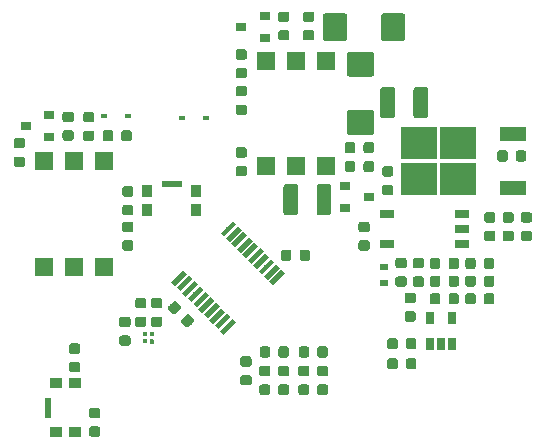
<source format=gbr>
G04 #@! TF.GenerationSoftware,KiCad,Pcbnew,5.1.2-f72e74a~84~ubuntu18.04.1*
G04 #@! TF.CreationDate,2019-07-31T21:01:39+02:00*
G04 #@! TF.ProjectId,Pulse_Arc_Welder_logic,50756c73-655f-4417-9263-5f57656c6465,rev?*
G04 #@! TF.SameCoordinates,Original*
G04 #@! TF.FileFunction,Paste,Top*
G04 #@! TF.FilePolarity,Positive*
%FSLAX46Y46*%
G04 Gerber Fmt 4.6, Leading zero omitted, Abs format (unit mm)*
G04 Created by KiCad (PCBNEW 5.1.2-f72e74a~84~ubuntu18.04.1) date 2019-07-31 21:01:39*
%MOMM*%
%LPD*%
G04 APERTURE LIST*
%ADD10C,0.100000*%
%ADD11C,0.875000*%
%ADD12R,0.650000X1.060000*%
%ADD13C,1.250000*%
%ADD14R,2.200000X1.200000*%
%ADD15R,3.050000X2.750000*%
%ADD16R,1.600000X1.600000*%
%ADD17C,2.075000*%
%ADD18R,0.550000X1.700000*%
%ADD19R,1.000000X0.900000*%
%ADD20R,1.700000X0.550000*%
%ADD21R,0.900000X1.000000*%
%ADD22C,0.100000*%
%ADD23R,0.400000X0.400000*%
%ADD24R,1.200000X0.800000*%
%ADD25R,0.600000X0.450000*%
%ADD26R,0.700000X0.600000*%
%ADD27C,0.450000*%
%ADD28R,0.900000X0.800000*%
G04 APERTURE END LIST*
D10*
G36*
X182852691Y-125826053D02*
G01*
X182873926Y-125829203D01*
X182894750Y-125834419D01*
X182914962Y-125841651D01*
X182934368Y-125850830D01*
X182952781Y-125861866D01*
X182970024Y-125874654D01*
X182985930Y-125889070D01*
X183000346Y-125904976D01*
X183013134Y-125922219D01*
X183024170Y-125940632D01*
X183033349Y-125960038D01*
X183040581Y-125980250D01*
X183045797Y-126001074D01*
X183048947Y-126022309D01*
X183050000Y-126043750D01*
X183050000Y-126556250D01*
X183048947Y-126577691D01*
X183045797Y-126598926D01*
X183040581Y-126619750D01*
X183033349Y-126639962D01*
X183024170Y-126659368D01*
X183013134Y-126677781D01*
X183000346Y-126695024D01*
X182985930Y-126710930D01*
X182970024Y-126725346D01*
X182952781Y-126738134D01*
X182934368Y-126749170D01*
X182914962Y-126758349D01*
X182894750Y-126765581D01*
X182873926Y-126770797D01*
X182852691Y-126773947D01*
X182831250Y-126775000D01*
X182393750Y-126775000D01*
X182372309Y-126773947D01*
X182351074Y-126770797D01*
X182330250Y-126765581D01*
X182310038Y-126758349D01*
X182290632Y-126749170D01*
X182272219Y-126738134D01*
X182254976Y-126725346D01*
X182239070Y-126710930D01*
X182224654Y-126695024D01*
X182211866Y-126677781D01*
X182200830Y-126659368D01*
X182191651Y-126639962D01*
X182184419Y-126619750D01*
X182179203Y-126598926D01*
X182176053Y-126577691D01*
X182175000Y-126556250D01*
X182175000Y-126043750D01*
X182176053Y-126022309D01*
X182179203Y-126001074D01*
X182184419Y-125980250D01*
X182191651Y-125960038D01*
X182200830Y-125940632D01*
X182211866Y-125922219D01*
X182224654Y-125904976D01*
X182239070Y-125889070D01*
X182254976Y-125874654D01*
X182272219Y-125861866D01*
X182290632Y-125850830D01*
X182310038Y-125841651D01*
X182330250Y-125834419D01*
X182351074Y-125829203D01*
X182372309Y-125826053D01*
X182393750Y-125825000D01*
X182831250Y-125825000D01*
X182852691Y-125826053D01*
X182852691Y-125826053D01*
G37*
D11*
X182612500Y-126300000D03*
D10*
G36*
X184427691Y-125826053D02*
G01*
X184448926Y-125829203D01*
X184469750Y-125834419D01*
X184489962Y-125841651D01*
X184509368Y-125850830D01*
X184527781Y-125861866D01*
X184545024Y-125874654D01*
X184560930Y-125889070D01*
X184575346Y-125904976D01*
X184588134Y-125922219D01*
X184599170Y-125940632D01*
X184608349Y-125960038D01*
X184615581Y-125980250D01*
X184620797Y-126001074D01*
X184623947Y-126022309D01*
X184625000Y-126043750D01*
X184625000Y-126556250D01*
X184623947Y-126577691D01*
X184620797Y-126598926D01*
X184615581Y-126619750D01*
X184608349Y-126639962D01*
X184599170Y-126659368D01*
X184588134Y-126677781D01*
X184575346Y-126695024D01*
X184560930Y-126710930D01*
X184545024Y-126725346D01*
X184527781Y-126738134D01*
X184509368Y-126749170D01*
X184489962Y-126758349D01*
X184469750Y-126765581D01*
X184448926Y-126770797D01*
X184427691Y-126773947D01*
X184406250Y-126775000D01*
X183968750Y-126775000D01*
X183947309Y-126773947D01*
X183926074Y-126770797D01*
X183905250Y-126765581D01*
X183885038Y-126758349D01*
X183865632Y-126749170D01*
X183847219Y-126738134D01*
X183829976Y-126725346D01*
X183814070Y-126710930D01*
X183799654Y-126695024D01*
X183786866Y-126677781D01*
X183775830Y-126659368D01*
X183766651Y-126639962D01*
X183759419Y-126619750D01*
X183754203Y-126598926D01*
X183751053Y-126577691D01*
X183750000Y-126556250D01*
X183750000Y-126043750D01*
X183751053Y-126022309D01*
X183754203Y-126001074D01*
X183759419Y-125980250D01*
X183766651Y-125960038D01*
X183775830Y-125940632D01*
X183786866Y-125922219D01*
X183799654Y-125904976D01*
X183814070Y-125889070D01*
X183829976Y-125874654D01*
X183847219Y-125861866D01*
X183865632Y-125850830D01*
X183885038Y-125841651D01*
X183905250Y-125834419D01*
X183926074Y-125829203D01*
X183947309Y-125826053D01*
X183968750Y-125825000D01*
X184406250Y-125825000D01*
X184427691Y-125826053D01*
X184427691Y-125826053D01*
G37*
D11*
X184187500Y-126300000D03*
D10*
G36*
X183607691Y-118901053D02*
G01*
X183628926Y-118904203D01*
X183649750Y-118909419D01*
X183669962Y-118916651D01*
X183689368Y-118925830D01*
X183707781Y-118936866D01*
X183725024Y-118949654D01*
X183740930Y-118964070D01*
X183755346Y-118979976D01*
X183768134Y-118997219D01*
X183779170Y-119015632D01*
X183788349Y-119035038D01*
X183795581Y-119055250D01*
X183800797Y-119076074D01*
X183803947Y-119097309D01*
X183805000Y-119118750D01*
X183805000Y-119556250D01*
X183803947Y-119577691D01*
X183800797Y-119598926D01*
X183795581Y-119619750D01*
X183788349Y-119639962D01*
X183779170Y-119659368D01*
X183768134Y-119677781D01*
X183755346Y-119695024D01*
X183740930Y-119710930D01*
X183725024Y-119725346D01*
X183707781Y-119738134D01*
X183689368Y-119749170D01*
X183669962Y-119758349D01*
X183649750Y-119765581D01*
X183628926Y-119770797D01*
X183607691Y-119773947D01*
X183586250Y-119775000D01*
X183073750Y-119775000D01*
X183052309Y-119773947D01*
X183031074Y-119770797D01*
X183010250Y-119765581D01*
X182990038Y-119758349D01*
X182970632Y-119749170D01*
X182952219Y-119738134D01*
X182934976Y-119725346D01*
X182919070Y-119710930D01*
X182904654Y-119695024D01*
X182891866Y-119677781D01*
X182880830Y-119659368D01*
X182871651Y-119639962D01*
X182864419Y-119619750D01*
X182859203Y-119598926D01*
X182856053Y-119577691D01*
X182855000Y-119556250D01*
X182855000Y-119118750D01*
X182856053Y-119097309D01*
X182859203Y-119076074D01*
X182864419Y-119055250D01*
X182871651Y-119035038D01*
X182880830Y-119015632D01*
X182891866Y-118997219D01*
X182904654Y-118979976D01*
X182919070Y-118964070D01*
X182934976Y-118949654D01*
X182952219Y-118936866D01*
X182970632Y-118925830D01*
X182990038Y-118916651D01*
X183010250Y-118909419D01*
X183031074Y-118904203D01*
X183052309Y-118901053D01*
X183073750Y-118900000D01*
X183586250Y-118900000D01*
X183607691Y-118901053D01*
X183607691Y-118901053D01*
G37*
D11*
X183330000Y-119337500D03*
D10*
G36*
X183607691Y-117326053D02*
G01*
X183628926Y-117329203D01*
X183649750Y-117334419D01*
X183669962Y-117341651D01*
X183689368Y-117350830D01*
X183707781Y-117361866D01*
X183725024Y-117374654D01*
X183740930Y-117389070D01*
X183755346Y-117404976D01*
X183768134Y-117422219D01*
X183779170Y-117440632D01*
X183788349Y-117460038D01*
X183795581Y-117480250D01*
X183800797Y-117501074D01*
X183803947Y-117522309D01*
X183805000Y-117543750D01*
X183805000Y-117981250D01*
X183803947Y-118002691D01*
X183800797Y-118023926D01*
X183795581Y-118044750D01*
X183788349Y-118064962D01*
X183779170Y-118084368D01*
X183768134Y-118102781D01*
X183755346Y-118120024D01*
X183740930Y-118135930D01*
X183725024Y-118150346D01*
X183707781Y-118163134D01*
X183689368Y-118174170D01*
X183669962Y-118183349D01*
X183649750Y-118190581D01*
X183628926Y-118195797D01*
X183607691Y-118198947D01*
X183586250Y-118200000D01*
X183073750Y-118200000D01*
X183052309Y-118198947D01*
X183031074Y-118195797D01*
X183010250Y-118190581D01*
X182990038Y-118183349D01*
X182970632Y-118174170D01*
X182952219Y-118163134D01*
X182934976Y-118150346D01*
X182919070Y-118135930D01*
X182904654Y-118120024D01*
X182891866Y-118102781D01*
X182880830Y-118084368D01*
X182871651Y-118064962D01*
X182864419Y-118044750D01*
X182859203Y-118023926D01*
X182856053Y-118002691D01*
X182855000Y-117981250D01*
X182855000Y-117543750D01*
X182856053Y-117522309D01*
X182859203Y-117501074D01*
X182864419Y-117480250D01*
X182871651Y-117460038D01*
X182880830Y-117440632D01*
X182891866Y-117422219D01*
X182904654Y-117404976D01*
X182919070Y-117389070D01*
X182934976Y-117374654D01*
X182952219Y-117361866D01*
X182970632Y-117350830D01*
X182990038Y-117341651D01*
X183010250Y-117334419D01*
X183031074Y-117329203D01*
X183052309Y-117326053D01*
X183073750Y-117325000D01*
X183586250Y-117325000D01*
X183607691Y-117326053D01*
X183607691Y-117326053D01*
G37*
D11*
X183330000Y-117762500D03*
D12*
X185750000Y-124600000D03*
X186700000Y-124600000D03*
X187650000Y-124600000D03*
X187650000Y-122400000D03*
X185750000Y-122400000D03*
D10*
G36*
X188027691Y-120326053D02*
G01*
X188048926Y-120329203D01*
X188069750Y-120334419D01*
X188089962Y-120341651D01*
X188109368Y-120350830D01*
X188127781Y-120361866D01*
X188145024Y-120374654D01*
X188160930Y-120389070D01*
X188175346Y-120404976D01*
X188188134Y-120422219D01*
X188199170Y-120440632D01*
X188208349Y-120460038D01*
X188215581Y-120480250D01*
X188220797Y-120501074D01*
X188223947Y-120522309D01*
X188225000Y-120543750D01*
X188225000Y-121056250D01*
X188223947Y-121077691D01*
X188220797Y-121098926D01*
X188215581Y-121119750D01*
X188208349Y-121139962D01*
X188199170Y-121159368D01*
X188188134Y-121177781D01*
X188175346Y-121195024D01*
X188160930Y-121210930D01*
X188145024Y-121225346D01*
X188127781Y-121238134D01*
X188109368Y-121249170D01*
X188089962Y-121258349D01*
X188069750Y-121265581D01*
X188048926Y-121270797D01*
X188027691Y-121273947D01*
X188006250Y-121275000D01*
X187568750Y-121275000D01*
X187547309Y-121273947D01*
X187526074Y-121270797D01*
X187505250Y-121265581D01*
X187485038Y-121258349D01*
X187465632Y-121249170D01*
X187447219Y-121238134D01*
X187429976Y-121225346D01*
X187414070Y-121210930D01*
X187399654Y-121195024D01*
X187386866Y-121177781D01*
X187375830Y-121159368D01*
X187366651Y-121139962D01*
X187359419Y-121119750D01*
X187354203Y-121098926D01*
X187351053Y-121077691D01*
X187350000Y-121056250D01*
X187350000Y-120543750D01*
X187351053Y-120522309D01*
X187354203Y-120501074D01*
X187359419Y-120480250D01*
X187366651Y-120460038D01*
X187375830Y-120440632D01*
X187386866Y-120422219D01*
X187399654Y-120404976D01*
X187414070Y-120389070D01*
X187429976Y-120374654D01*
X187447219Y-120361866D01*
X187465632Y-120350830D01*
X187485038Y-120341651D01*
X187505250Y-120334419D01*
X187526074Y-120329203D01*
X187547309Y-120326053D01*
X187568750Y-120325000D01*
X188006250Y-120325000D01*
X188027691Y-120326053D01*
X188027691Y-120326053D01*
G37*
D11*
X187787500Y-120800000D03*
D10*
G36*
X186452691Y-120326053D02*
G01*
X186473926Y-120329203D01*
X186494750Y-120334419D01*
X186514962Y-120341651D01*
X186534368Y-120350830D01*
X186552781Y-120361866D01*
X186570024Y-120374654D01*
X186585930Y-120389070D01*
X186600346Y-120404976D01*
X186613134Y-120422219D01*
X186624170Y-120440632D01*
X186633349Y-120460038D01*
X186640581Y-120480250D01*
X186645797Y-120501074D01*
X186648947Y-120522309D01*
X186650000Y-120543750D01*
X186650000Y-121056250D01*
X186648947Y-121077691D01*
X186645797Y-121098926D01*
X186640581Y-121119750D01*
X186633349Y-121139962D01*
X186624170Y-121159368D01*
X186613134Y-121177781D01*
X186600346Y-121195024D01*
X186585930Y-121210930D01*
X186570024Y-121225346D01*
X186552781Y-121238134D01*
X186534368Y-121249170D01*
X186514962Y-121258349D01*
X186494750Y-121265581D01*
X186473926Y-121270797D01*
X186452691Y-121273947D01*
X186431250Y-121275000D01*
X185993750Y-121275000D01*
X185972309Y-121273947D01*
X185951074Y-121270797D01*
X185930250Y-121265581D01*
X185910038Y-121258349D01*
X185890632Y-121249170D01*
X185872219Y-121238134D01*
X185854976Y-121225346D01*
X185839070Y-121210930D01*
X185824654Y-121195024D01*
X185811866Y-121177781D01*
X185800830Y-121159368D01*
X185791651Y-121139962D01*
X185784419Y-121119750D01*
X185779203Y-121098926D01*
X185776053Y-121077691D01*
X185775000Y-121056250D01*
X185775000Y-120543750D01*
X185776053Y-120522309D01*
X185779203Y-120501074D01*
X185784419Y-120480250D01*
X185791651Y-120460038D01*
X185800830Y-120440632D01*
X185811866Y-120422219D01*
X185824654Y-120404976D01*
X185839070Y-120389070D01*
X185854976Y-120374654D01*
X185872219Y-120361866D01*
X185890632Y-120350830D01*
X185910038Y-120341651D01*
X185930250Y-120334419D01*
X185951074Y-120329203D01*
X185972309Y-120326053D01*
X185993750Y-120325000D01*
X186431250Y-120325000D01*
X186452691Y-120326053D01*
X186452691Y-120326053D01*
G37*
D11*
X186212500Y-120800000D03*
D10*
G36*
X189452691Y-120326053D02*
G01*
X189473926Y-120329203D01*
X189494750Y-120334419D01*
X189514962Y-120341651D01*
X189534368Y-120350830D01*
X189552781Y-120361866D01*
X189570024Y-120374654D01*
X189585930Y-120389070D01*
X189600346Y-120404976D01*
X189613134Y-120422219D01*
X189624170Y-120440632D01*
X189633349Y-120460038D01*
X189640581Y-120480250D01*
X189645797Y-120501074D01*
X189648947Y-120522309D01*
X189650000Y-120543750D01*
X189650000Y-121056250D01*
X189648947Y-121077691D01*
X189645797Y-121098926D01*
X189640581Y-121119750D01*
X189633349Y-121139962D01*
X189624170Y-121159368D01*
X189613134Y-121177781D01*
X189600346Y-121195024D01*
X189585930Y-121210930D01*
X189570024Y-121225346D01*
X189552781Y-121238134D01*
X189534368Y-121249170D01*
X189514962Y-121258349D01*
X189494750Y-121265581D01*
X189473926Y-121270797D01*
X189452691Y-121273947D01*
X189431250Y-121275000D01*
X188993750Y-121275000D01*
X188972309Y-121273947D01*
X188951074Y-121270797D01*
X188930250Y-121265581D01*
X188910038Y-121258349D01*
X188890632Y-121249170D01*
X188872219Y-121238134D01*
X188854976Y-121225346D01*
X188839070Y-121210930D01*
X188824654Y-121195024D01*
X188811866Y-121177781D01*
X188800830Y-121159368D01*
X188791651Y-121139962D01*
X188784419Y-121119750D01*
X188779203Y-121098926D01*
X188776053Y-121077691D01*
X188775000Y-121056250D01*
X188775000Y-120543750D01*
X188776053Y-120522309D01*
X188779203Y-120501074D01*
X188784419Y-120480250D01*
X188791651Y-120460038D01*
X188800830Y-120440632D01*
X188811866Y-120422219D01*
X188824654Y-120404976D01*
X188839070Y-120389070D01*
X188854976Y-120374654D01*
X188872219Y-120361866D01*
X188890632Y-120350830D01*
X188910038Y-120341651D01*
X188930250Y-120334419D01*
X188951074Y-120329203D01*
X188972309Y-120326053D01*
X188993750Y-120325000D01*
X189431250Y-120325000D01*
X189452691Y-120326053D01*
X189452691Y-120326053D01*
G37*
D11*
X189212500Y-120800000D03*
D10*
G36*
X191027691Y-120326053D02*
G01*
X191048926Y-120329203D01*
X191069750Y-120334419D01*
X191089962Y-120341651D01*
X191109368Y-120350830D01*
X191127781Y-120361866D01*
X191145024Y-120374654D01*
X191160930Y-120389070D01*
X191175346Y-120404976D01*
X191188134Y-120422219D01*
X191199170Y-120440632D01*
X191208349Y-120460038D01*
X191215581Y-120480250D01*
X191220797Y-120501074D01*
X191223947Y-120522309D01*
X191225000Y-120543750D01*
X191225000Y-121056250D01*
X191223947Y-121077691D01*
X191220797Y-121098926D01*
X191215581Y-121119750D01*
X191208349Y-121139962D01*
X191199170Y-121159368D01*
X191188134Y-121177781D01*
X191175346Y-121195024D01*
X191160930Y-121210930D01*
X191145024Y-121225346D01*
X191127781Y-121238134D01*
X191109368Y-121249170D01*
X191089962Y-121258349D01*
X191069750Y-121265581D01*
X191048926Y-121270797D01*
X191027691Y-121273947D01*
X191006250Y-121275000D01*
X190568750Y-121275000D01*
X190547309Y-121273947D01*
X190526074Y-121270797D01*
X190505250Y-121265581D01*
X190485038Y-121258349D01*
X190465632Y-121249170D01*
X190447219Y-121238134D01*
X190429976Y-121225346D01*
X190414070Y-121210930D01*
X190399654Y-121195024D01*
X190386866Y-121177781D01*
X190375830Y-121159368D01*
X190366651Y-121139962D01*
X190359419Y-121119750D01*
X190354203Y-121098926D01*
X190351053Y-121077691D01*
X190350000Y-121056250D01*
X190350000Y-120543750D01*
X190351053Y-120522309D01*
X190354203Y-120501074D01*
X190359419Y-120480250D01*
X190366651Y-120460038D01*
X190375830Y-120440632D01*
X190386866Y-120422219D01*
X190399654Y-120404976D01*
X190414070Y-120389070D01*
X190429976Y-120374654D01*
X190447219Y-120361866D01*
X190465632Y-120350830D01*
X190485038Y-120341651D01*
X190505250Y-120334419D01*
X190526074Y-120329203D01*
X190547309Y-120326053D01*
X190568750Y-120325000D01*
X191006250Y-120325000D01*
X191027691Y-120326053D01*
X191027691Y-120326053D01*
G37*
D11*
X190787500Y-120800000D03*
D10*
G36*
X174399504Y-111076204D02*
G01*
X174423773Y-111079804D01*
X174447571Y-111085765D01*
X174470671Y-111094030D01*
X174492849Y-111104520D01*
X174513893Y-111117133D01*
X174533598Y-111131747D01*
X174551777Y-111148223D01*
X174568253Y-111166402D01*
X174582867Y-111186107D01*
X174595480Y-111207151D01*
X174605970Y-111229329D01*
X174614235Y-111252429D01*
X174620196Y-111276227D01*
X174623796Y-111300496D01*
X174625000Y-111325000D01*
X174625000Y-113475000D01*
X174623796Y-113499504D01*
X174620196Y-113523773D01*
X174614235Y-113547571D01*
X174605970Y-113570671D01*
X174595480Y-113592849D01*
X174582867Y-113613893D01*
X174568253Y-113633598D01*
X174551777Y-113651777D01*
X174533598Y-113668253D01*
X174513893Y-113682867D01*
X174492849Y-113695480D01*
X174470671Y-113705970D01*
X174447571Y-113714235D01*
X174423773Y-113720196D01*
X174399504Y-113723796D01*
X174375000Y-113725000D01*
X173625000Y-113725000D01*
X173600496Y-113723796D01*
X173576227Y-113720196D01*
X173552429Y-113714235D01*
X173529329Y-113705970D01*
X173507151Y-113695480D01*
X173486107Y-113682867D01*
X173466402Y-113668253D01*
X173448223Y-113651777D01*
X173431747Y-113633598D01*
X173417133Y-113613893D01*
X173404520Y-113592849D01*
X173394030Y-113570671D01*
X173385765Y-113547571D01*
X173379804Y-113523773D01*
X173376204Y-113499504D01*
X173375000Y-113475000D01*
X173375000Y-111325000D01*
X173376204Y-111300496D01*
X173379804Y-111276227D01*
X173385765Y-111252429D01*
X173394030Y-111229329D01*
X173404520Y-111207151D01*
X173417133Y-111186107D01*
X173431747Y-111166402D01*
X173448223Y-111148223D01*
X173466402Y-111131747D01*
X173486107Y-111117133D01*
X173507151Y-111104520D01*
X173529329Y-111094030D01*
X173552429Y-111085765D01*
X173576227Y-111079804D01*
X173600496Y-111076204D01*
X173625000Y-111075000D01*
X174375000Y-111075000D01*
X174399504Y-111076204D01*
X174399504Y-111076204D01*
G37*
D13*
X174000000Y-112400000D03*
D10*
G36*
X177199504Y-111076204D02*
G01*
X177223773Y-111079804D01*
X177247571Y-111085765D01*
X177270671Y-111094030D01*
X177292849Y-111104520D01*
X177313893Y-111117133D01*
X177333598Y-111131747D01*
X177351777Y-111148223D01*
X177368253Y-111166402D01*
X177382867Y-111186107D01*
X177395480Y-111207151D01*
X177405970Y-111229329D01*
X177414235Y-111252429D01*
X177420196Y-111276227D01*
X177423796Y-111300496D01*
X177425000Y-111325000D01*
X177425000Y-113475000D01*
X177423796Y-113499504D01*
X177420196Y-113523773D01*
X177414235Y-113547571D01*
X177405970Y-113570671D01*
X177395480Y-113592849D01*
X177382867Y-113613893D01*
X177368253Y-113633598D01*
X177351777Y-113651777D01*
X177333598Y-113668253D01*
X177313893Y-113682867D01*
X177292849Y-113695480D01*
X177270671Y-113705970D01*
X177247571Y-113714235D01*
X177223773Y-113720196D01*
X177199504Y-113723796D01*
X177175000Y-113725000D01*
X176425000Y-113725000D01*
X176400496Y-113723796D01*
X176376227Y-113720196D01*
X176352429Y-113714235D01*
X176329329Y-113705970D01*
X176307151Y-113695480D01*
X176286107Y-113682867D01*
X176266402Y-113668253D01*
X176248223Y-113651777D01*
X176231747Y-113633598D01*
X176217133Y-113613893D01*
X176204520Y-113592849D01*
X176194030Y-113570671D01*
X176185765Y-113547571D01*
X176179804Y-113523773D01*
X176176204Y-113499504D01*
X176175000Y-113475000D01*
X176175000Y-111325000D01*
X176176204Y-111300496D01*
X176179804Y-111276227D01*
X176185765Y-111252429D01*
X176194030Y-111229329D01*
X176204520Y-111207151D01*
X176217133Y-111186107D01*
X176231747Y-111166402D01*
X176248223Y-111148223D01*
X176266402Y-111131747D01*
X176286107Y-111117133D01*
X176307151Y-111104520D01*
X176329329Y-111094030D01*
X176352429Y-111085765D01*
X176376227Y-111079804D01*
X176400496Y-111076204D01*
X176425000Y-111075000D01*
X177175000Y-111075000D01*
X177199504Y-111076204D01*
X177199504Y-111076204D01*
G37*
D13*
X176800000Y-112400000D03*
D14*
X192800000Y-111380000D03*
X192800000Y-106820000D03*
D15*
X184825000Y-107575000D03*
X188175000Y-110625000D03*
X184825000Y-110625000D03*
X188175000Y-107575000D03*
D10*
G36*
X157677691Y-130026053D02*
G01*
X157698926Y-130029203D01*
X157719750Y-130034419D01*
X157739962Y-130041651D01*
X157759368Y-130050830D01*
X157777781Y-130061866D01*
X157795024Y-130074654D01*
X157810930Y-130089070D01*
X157825346Y-130104976D01*
X157838134Y-130122219D01*
X157849170Y-130140632D01*
X157858349Y-130160038D01*
X157865581Y-130180250D01*
X157870797Y-130201074D01*
X157873947Y-130222309D01*
X157875000Y-130243750D01*
X157875000Y-130681250D01*
X157873947Y-130702691D01*
X157870797Y-130723926D01*
X157865581Y-130744750D01*
X157858349Y-130764962D01*
X157849170Y-130784368D01*
X157838134Y-130802781D01*
X157825346Y-130820024D01*
X157810930Y-130835930D01*
X157795024Y-130850346D01*
X157777781Y-130863134D01*
X157759368Y-130874170D01*
X157739962Y-130883349D01*
X157719750Y-130890581D01*
X157698926Y-130895797D01*
X157677691Y-130898947D01*
X157656250Y-130900000D01*
X157143750Y-130900000D01*
X157122309Y-130898947D01*
X157101074Y-130895797D01*
X157080250Y-130890581D01*
X157060038Y-130883349D01*
X157040632Y-130874170D01*
X157022219Y-130863134D01*
X157004976Y-130850346D01*
X156989070Y-130835930D01*
X156974654Y-130820024D01*
X156961866Y-130802781D01*
X156950830Y-130784368D01*
X156941651Y-130764962D01*
X156934419Y-130744750D01*
X156929203Y-130723926D01*
X156926053Y-130702691D01*
X156925000Y-130681250D01*
X156925000Y-130243750D01*
X156926053Y-130222309D01*
X156929203Y-130201074D01*
X156934419Y-130180250D01*
X156941651Y-130160038D01*
X156950830Y-130140632D01*
X156961866Y-130122219D01*
X156974654Y-130104976D01*
X156989070Y-130089070D01*
X157004976Y-130074654D01*
X157022219Y-130061866D01*
X157040632Y-130050830D01*
X157060038Y-130041651D01*
X157080250Y-130034419D01*
X157101074Y-130029203D01*
X157122309Y-130026053D01*
X157143750Y-130025000D01*
X157656250Y-130025000D01*
X157677691Y-130026053D01*
X157677691Y-130026053D01*
G37*
D11*
X157400000Y-130462500D03*
D10*
G36*
X157677691Y-131601053D02*
G01*
X157698926Y-131604203D01*
X157719750Y-131609419D01*
X157739962Y-131616651D01*
X157759368Y-131625830D01*
X157777781Y-131636866D01*
X157795024Y-131649654D01*
X157810930Y-131664070D01*
X157825346Y-131679976D01*
X157838134Y-131697219D01*
X157849170Y-131715632D01*
X157858349Y-131735038D01*
X157865581Y-131755250D01*
X157870797Y-131776074D01*
X157873947Y-131797309D01*
X157875000Y-131818750D01*
X157875000Y-132256250D01*
X157873947Y-132277691D01*
X157870797Y-132298926D01*
X157865581Y-132319750D01*
X157858349Y-132339962D01*
X157849170Y-132359368D01*
X157838134Y-132377781D01*
X157825346Y-132395024D01*
X157810930Y-132410930D01*
X157795024Y-132425346D01*
X157777781Y-132438134D01*
X157759368Y-132449170D01*
X157739962Y-132458349D01*
X157719750Y-132465581D01*
X157698926Y-132470797D01*
X157677691Y-132473947D01*
X157656250Y-132475000D01*
X157143750Y-132475000D01*
X157122309Y-132473947D01*
X157101074Y-132470797D01*
X157080250Y-132465581D01*
X157060038Y-132458349D01*
X157040632Y-132449170D01*
X157022219Y-132438134D01*
X157004976Y-132425346D01*
X156989070Y-132410930D01*
X156974654Y-132395024D01*
X156961866Y-132377781D01*
X156950830Y-132359368D01*
X156941651Y-132339962D01*
X156934419Y-132319750D01*
X156929203Y-132298926D01*
X156926053Y-132277691D01*
X156925000Y-132256250D01*
X156925000Y-131818750D01*
X156926053Y-131797309D01*
X156929203Y-131776074D01*
X156934419Y-131755250D01*
X156941651Y-131735038D01*
X156950830Y-131715632D01*
X156961866Y-131697219D01*
X156974654Y-131679976D01*
X156989070Y-131664070D01*
X157004976Y-131649654D01*
X157022219Y-131636866D01*
X157040632Y-131625830D01*
X157060038Y-131616651D01*
X157080250Y-131609419D01*
X157101074Y-131604203D01*
X157122309Y-131601053D01*
X157143750Y-131600000D01*
X157656250Y-131600000D01*
X157677691Y-131601053D01*
X157677691Y-131601053D01*
G37*
D11*
X157400000Y-132037500D03*
D10*
G36*
X175427691Y-116626053D02*
G01*
X175448926Y-116629203D01*
X175469750Y-116634419D01*
X175489962Y-116641651D01*
X175509368Y-116650830D01*
X175527781Y-116661866D01*
X175545024Y-116674654D01*
X175560930Y-116689070D01*
X175575346Y-116704976D01*
X175588134Y-116722219D01*
X175599170Y-116740632D01*
X175608349Y-116760038D01*
X175615581Y-116780250D01*
X175620797Y-116801074D01*
X175623947Y-116822309D01*
X175625000Y-116843750D01*
X175625000Y-117356250D01*
X175623947Y-117377691D01*
X175620797Y-117398926D01*
X175615581Y-117419750D01*
X175608349Y-117439962D01*
X175599170Y-117459368D01*
X175588134Y-117477781D01*
X175575346Y-117495024D01*
X175560930Y-117510930D01*
X175545024Y-117525346D01*
X175527781Y-117538134D01*
X175509368Y-117549170D01*
X175489962Y-117558349D01*
X175469750Y-117565581D01*
X175448926Y-117570797D01*
X175427691Y-117573947D01*
X175406250Y-117575000D01*
X174968750Y-117575000D01*
X174947309Y-117573947D01*
X174926074Y-117570797D01*
X174905250Y-117565581D01*
X174885038Y-117558349D01*
X174865632Y-117549170D01*
X174847219Y-117538134D01*
X174829976Y-117525346D01*
X174814070Y-117510930D01*
X174799654Y-117495024D01*
X174786866Y-117477781D01*
X174775830Y-117459368D01*
X174766651Y-117439962D01*
X174759419Y-117419750D01*
X174754203Y-117398926D01*
X174751053Y-117377691D01*
X174750000Y-117356250D01*
X174750000Y-116843750D01*
X174751053Y-116822309D01*
X174754203Y-116801074D01*
X174759419Y-116780250D01*
X174766651Y-116760038D01*
X174775830Y-116740632D01*
X174786866Y-116722219D01*
X174799654Y-116704976D01*
X174814070Y-116689070D01*
X174829976Y-116674654D01*
X174847219Y-116661866D01*
X174865632Y-116650830D01*
X174885038Y-116641651D01*
X174905250Y-116634419D01*
X174926074Y-116629203D01*
X174947309Y-116626053D01*
X174968750Y-116625000D01*
X175406250Y-116625000D01*
X175427691Y-116626053D01*
X175427691Y-116626053D01*
G37*
D11*
X175187500Y-117100000D03*
D10*
G36*
X173852691Y-116626053D02*
G01*
X173873926Y-116629203D01*
X173894750Y-116634419D01*
X173914962Y-116641651D01*
X173934368Y-116650830D01*
X173952781Y-116661866D01*
X173970024Y-116674654D01*
X173985930Y-116689070D01*
X174000346Y-116704976D01*
X174013134Y-116722219D01*
X174024170Y-116740632D01*
X174033349Y-116760038D01*
X174040581Y-116780250D01*
X174045797Y-116801074D01*
X174048947Y-116822309D01*
X174050000Y-116843750D01*
X174050000Y-117356250D01*
X174048947Y-117377691D01*
X174045797Y-117398926D01*
X174040581Y-117419750D01*
X174033349Y-117439962D01*
X174024170Y-117459368D01*
X174013134Y-117477781D01*
X174000346Y-117495024D01*
X173985930Y-117510930D01*
X173970024Y-117525346D01*
X173952781Y-117538134D01*
X173934368Y-117549170D01*
X173914962Y-117558349D01*
X173894750Y-117565581D01*
X173873926Y-117570797D01*
X173852691Y-117573947D01*
X173831250Y-117575000D01*
X173393750Y-117575000D01*
X173372309Y-117573947D01*
X173351074Y-117570797D01*
X173330250Y-117565581D01*
X173310038Y-117558349D01*
X173290632Y-117549170D01*
X173272219Y-117538134D01*
X173254976Y-117525346D01*
X173239070Y-117510930D01*
X173224654Y-117495024D01*
X173211866Y-117477781D01*
X173200830Y-117459368D01*
X173191651Y-117439962D01*
X173184419Y-117419750D01*
X173179203Y-117398926D01*
X173176053Y-117377691D01*
X173175000Y-117356250D01*
X173175000Y-116843750D01*
X173176053Y-116822309D01*
X173179203Y-116801074D01*
X173184419Y-116780250D01*
X173191651Y-116760038D01*
X173200830Y-116740632D01*
X173211866Y-116722219D01*
X173224654Y-116704976D01*
X173239070Y-116689070D01*
X173254976Y-116674654D01*
X173272219Y-116661866D01*
X173290632Y-116650830D01*
X173310038Y-116641651D01*
X173330250Y-116634419D01*
X173351074Y-116629203D01*
X173372309Y-116626053D01*
X173393750Y-116625000D01*
X173831250Y-116625000D01*
X173852691Y-116626053D01*
X173852691Y-116626053D01*
G37*
D11*
X173612500Y-117100000D03*
D10*
G36*
X157177691Y-106551053D02*
G01*
X157198926Y-106554203D01*
X157219750Y-106559419D01*
X157239962Y-106566651D01*
X157259368Y-106575830D01*
X157277781Y-106586866D01*
X157295024Y-106599654D01*
X157310930Y-106614070D01*
X157325346Y-106629976D01*
X157338134Y-106647219D01*
X157349170Y-106665632D01*
X157358349Y-106685038D01*
X157365581Y-106705250D01*
X157370797Y-106726074D01*
X157373947Y-106747309D01*
X157375000Y-106768750D01*
X157375000Y-107206250D01*
X157373947Y-107227691D01*
X157370797Y-107248926D01*
X157365581Y-107269750D01*
X157358349Y-107289962D01*
X157349170Y-107309368D01*
X157338134Y-107327781D01*
X157325346Y-107345024D01*
X157310930Y-107360930D01*
X157295024Y-107375346D01*
X157277781Y-107388134D01*
X157259368Y-107399170D01*
X157239962Y-107408349D01*
X157219750Y-107415581D01*
X157198926Y-107420797D01*
X157177691Y-107423947D01*
X157156250Y-107425000D01*
X156643750Y-107425000D01*
X156622309Y-107423947D01*
X156601074Y-107420797D01*
X156580250Y-107415581D01*
X156560038Y-107408349D01*
X156540632Y-107399170D01*
X156522219Y-107388134D01*
X156504976Y-107375346D01*
X156489070Y-107360930D01*
X156474654Y-107345024D01*
X156461866Y-107327781D01*
X156450830Y-107309368D01*
X156441651Y-107289962D01*
X156434419Y-107269750D01*
X156429203Y-107248926D01*
X156426053Y-107227691D01*
X156425000Y-107206250D01*
X156425000Y-106768750D01*
X156426053Y-106747309D01*
X156429203Y-106726074D01*
X156434419Y-106705250D01*
X156441651Y-106685038D01*
X156450830Y-106665632D01*
X156461866Y-106647219D01*
X156474654Y-106629976D01*
X156489070Y-106614070D01*
X156504976Y-106599654D01*
X156522219Y-106586866D01*
X156540632Y-106575830D01*
X156560038Y-106566651D01*
X156580250Y-106559419D01*
X156601074Y-106554203D01*
X156622309Y-106551053D01*
X156643750Y-106550000D01*
X157156250Y-106550000D01*
X157177691Y-106551053D01*
X157177691Y-106551053D01*
G37*
D11*
X156900000Y-106987500D03*
D10*
G36*
X157177691Y-104976053D02*
G01*
X157198926Y-104979203D01*
X157219750Y-104984419D01*
X157239962Y-104991651D01*
X157259368Y-105000830D01*
X157277781Y-105011866D01*
X157295024Y-105024654D01*
X157310930Y-105039070D01*
X157325346Y-105054976D01*
X157338134Y-105072219D01*
X157349170Y-105090632D01*
X157358349Y-105110038D01*
X157365581Y-105130250D01*
X157370797Y-105151074D01*
X157373947Y-105172309D01*
X157375000Y-105193750D01*
X157375000Y-105631250D01*
X157373947Y-105652691D01*
X157370797Y-105673926D01*
X157365581Y-105694750D01*
X157358349Y-105714962D01*
X157349170Y-105734368D01*
X157338134Y-105752781D01*
X157325346Y-105770024D01*
X157310930Y-105785930D01*
X157295024Y-105800346D01*
X157277781Y-105813134D01*
X157259368Y-105824170D01*
X157239962Y-105833349D01*
X157219750Y-105840581D01*
X157198926Y-105845797D01*
X157177691Y-105848947D01*
X157156250Y-105850000D01*
X156643750Y-105850000D01*
X156622309Y-105848947D01*
X156601074Y-105845797D01*
X156580250Y-105840581D01*
X156560038Y-105833349D01*
X156540632Y-105824170D01*
X156522219Y-105813134D01*
X156504976Y-105800346D01*
X156489070Y-105785930D01*
X156474654Y-105770024D01*
X156461866Y-105752781D01*
X156450830Y-105734368D01*
X156441651Y-105714962D01*
X156434419Y-105694750D01*
X156429203Y-105673926D01*
X156426053Y-105652691D01*
X156425000Y-105631250D01*
X156425000Y-105193750D01*
X156426053Y-105172309D01*
X156429203Y-105151074D01*
X156434419Y-105130250D01*
X156441651Y-105110038D01*
X156450830Y-105090632D01*
X156461866Y-105072219D01*
X156474654Y-105054976D01*
X156489070Y-105039070D01*
X156504976Y-105024654D01*
X156522219Y-105011866D01*
X156540632Y-105000830D01*
X156560038Y-104991651D01*
X156580250Y-104984419D01*
X156601074Y-104979203D01*
X156622309Y-104976053D01*
X156643750Y-104975000D01*
X157156250Y-104975000D01*
X157177691Y-104976053D01*
X157177691Y-104976053D01*
G37*
D11*
X156900000Y-105412500D03*
D10*
G36*
X170077691Y-101251053D02*
G01*
X170098926Y-101254203D01*
X170119750Y-101259419D01*
X170139962Y-101266651D01*
X170159368Y-101275830D01*
X170177781Y-101286866D01*
X170195024Y-101299654D01*
X170210930Y-101314070D01*
X170225346Y-101329976D01*
X170238134Y-101347219D01*
X170249170Y-101365632D01*
X170258349Y-101385038D01*
X170265581Y-101405250D01*
X170270797Y-101426074D01*
X170273947Y-101447309D01*
X170275000Y-101468750D01*
X170275000Y-101906250D01*
X170273947Y-101927691D01*
X170270797Y-101948926D01*
X170265581Y-101969750D01*
X170258349Y-101989962D01*
X170249170Y-102009368D01*
X170238134Y-102027781D01*
X170225346Y-102045024D01*
X170210930Y-102060930D01*
X170195024Y-102075346D01*
X170177781Y-102088134D01*
X170159368Y-102099170D01*
X170139962Y-102108349D01*
X170119750Y-102115581D01*
X170098926Y-102120797D01*
X170077691Y-102123947D01*
X170056250Y-102125000D01*
X169543750Y-102125000D01*
X169522309Y-102123947D01*
X169501074Y-102120797D01*
X169480250Y-102115581D01*
X169460038Y-102108349D01*
X169440632Y-102099170D01*
X169422219Y-102088134D01*
X169404976Y-102075346D01*
X169389070Y-102060930D01*
X169374654Y-102045024D01*
X169361866Y-102027781D01*
X169350830Y-102009368D01*
X169341651Y-101989962D01*
X169334419Y-101969750D01*
X169329203Y-101948926D01*
X169326053Y-101927691D01*
X169325000Y-101906250D01*
X169325000Y-101468750D01*
X169326053Y-101447309D01*
X169329203Y-101426074D01*
X169334419Y-101405250D01*
X169341651Y-101385038D01*
X169350830Y-101365632D01*
X169361866Y-101347219D01*
X169374654Y-101329976D01*
X169389070Y-101314070D01*
X169404976Y-101299654D01*
X169422219Y-101286866D01*
X169440632Y-101275830D01*
X169460038Y-101266651D01*
X169480250Y-101259419D01*
X169501074Y-101254203D01*
X169522309Y-101251053D01*
X169543750Y-101250000D01*
X170056250Y-101250000D01*
X170077691Y-101251053D01*
X170077691Y-101251053D01*
G37*
D11*
X169800000Y-101687500D03*
D10*
G36*
X170077691Y-99676053D02*
G01*
X170098926Y-99679203D01*
X170119750Y-99684419D01*
X170139962Y-99691651D01*
X170159368Y-99700830D01*
X170177781Y-99711866D01*
X170195024Y-99724654D01*
X170210930Y-99739070D01*
X170225346Y-99754976D01*
X170238134Y-99772219D01*
X170249170Y-99790632D01*
X170258349Y-99810038D01*
X170265581Y-99830250D01*
X170270797Y-99851074D01*
X170273947Y-99872309D01*
X170275000Y-99893750D01*
X170275000Y-100331250D01*
X170273947Y-100352691D01*
X170270797Y-100373926D01*
X170265581Y-100394750D01*
X170258349Y-100414962D01*
X170249170Y-100434368D01*
X170238134Y-100452781D01*
X170225346Y-100470024D01*
X170210930Y-100485930D01*
X170195024Y-100500346D01*
X170177781Y-100513134D01*
X170159368Y-100524170D01*
X170139962Y-100533349D01*
X170119750Y-100540581D01*
X170098926Y-100545797D01*
X170077691Y-100548947D01*
X170056250Y-100550000D01*
X169543750Y-100550000D01*
X169522309Y-100548947D01*
X169501074Y-100545797D01*
X169480250Y-100540581D01*
X169460038Y-100533349D01*
X169440632Y-100524170D01*
X169422219Y-100513134D01*
X169404976Y-100500346D01*
X169389070Y-100485930D01*
X169374654Y-100470024D01*
X169361866Y-100452781D01*
X169350830Y-100434368D01*
X169341651Y-100414962D01*
X169334419Y-100394750D01*
X169329203Y-100373926D01*
X169326053Y-100352691D01*
X169325000Y-100331250D01*
X169325000Y-99893750D01*
X169326053Y-99872309D01*
X169329203Y-99851074D01*
X169334419Y-99830250D01*
X169341651Y-99810038D01*
X169350830Y-99790632D01*
X169361866Y-99772219D01*
X169374654Y-99754976D01*
X169389070Y-99739070D01*
X169404976Y-99724654D01*
X169422219Y-99711866D01*
X169440632Y-99700830D01*
X169460038Y-99691651D01*
X169480250Y-99684419D01*
X169501074Y-99679203D01*
X169522309Y-99676053D01*
X169543750Y-99675000D01*
X170056250Y-99675000D01*
X170077691Y-99676053D01*
X170077691Y-99676053D01*
G37*
D11*
X169800000Y-100112500D03*
D10*
G36*
X164191111Y-120989580D02*
G01*
X164212346Y-120992730D01*
X164233170Y-120997946D01*
X164253382Y-121005178D01*
X164272788Y-121014357D01*
X164291201Y-121025393D01*
X164308444Y-121038181D01*
X164324350Y-121052597D01*
X164633709Y-121361956D01*
X164648125Y-121377862D01*
X164660913Y-121395105D01*
X164671949Y-121413518D01*
X164681128Y-121432924D01*
X164688360Y-121453136D01*
X164693576Y-121473960D01*
X164696726Y-121495195D01*
X164697779Y-121516636D01*
X164696726Y-121538077D01*
X164693576Y-121559312D01*
X164688360Y-121580136D01*
X164681128Y-121600348D01*
X164671949Y-121619754D01*
X164660913Y-121638167D01*
X164648125Y-121655410D01*
X164633709Y-121671316D01*
X164271316Y-122033709D01*
X164255410Y-122048125D01*
X164238167Y-122060913D01*
X164219754Y-122071949D01*
X164200348Y-122081128D01*
X164180136Y-122088360D01*
X164159312Y-122093576D01*
X164138077Y-122096726D01*
X164116636Y-122097779D01*
X164095195Y-122096726D01*
X164073960Y-122093576D01*
X164053136Y-122088360D01*
X164032924Y-122081128D01*
X164013518Y-122071949D01*
X163995105Y-122060913D01*
X163977862Y-122048125D01*
X163961956Y-122033709D01*
X163652597Y-121724350D01*
X163638181Y-121708444D01*
X163625393Y-121691201D01*
X163614357Y-121672788D01*
X163605178Y-121653382D01*
X163597946Y-121633170D01*
X163592730Y-121612346D01*
X163589580Y-121591111D01*
X163588527Y-121569670D01*
X163589580Y-121548229D01*
X163592730Y-121526994D01*
X163597946Y-121506170D01*
X163605178Y-121485958D01*
X163614357Y-121466552D01*
X163625393Y-121448139D01*
X163638181Y-121430896D01*
X163652597Y-121414990D01*
X164014990Y-121052597D01*
X164030896Y-121038181D01*
X164048139Y-121025393D01*
X164066552Y-121014357D01*
X164085958Y-121005178D01*
X164106170Y-120997946D01*
X164126994Y-120992730D01*
X164148229Y-120989580D01*
X164169670Y-120988527D01*
X164191111Y-120989580D01*
X164191111Y-120989580D01*
G37*
D11*
X164143153Y-121543153D03*
D10*
G36*
X165304805Y-122103274D02*
G01*
X165326040Y-122106424D01*
X165346864Y-122111640D01*
X165367076Y-122118872D01*
X165386482Y-122128051D01*
X165404895Y-122139087D01*
X165422138Y-122151875D01*
X165438044Y-122166291D01*
X165747403Y-122475650D01*
X165761819Y-122491556D01*
X165774607Y-122508799D01*
X165785643Y-122527212D01*
X165794822Y-122546618D01*
X165802054Y-122566830D01*
X165807270Y-122587654D01*
X165810420Y-122608889D01*
X165811473Y-122630330D01*
X165810420Y-122651771D01*
X165807270Y-122673006D01*
X165802054Y-122693830D01*
X165794822Y-122714042D01*
X165785643Y-122733448D01*
X165774607Y-122751861D01*
X165761819Y-122769104D01*
X165747403Y-122785010D01*
X165385010Y-123147403D01*
X165369104Y-123161819D01*
X165351861Y-123174607D01*
X165333448Y-123185643D01*
X165314042Y-123194822D01*
X165293830Y-123202054D01*
X165273006Y-123207270D01*
X165251771Y-123210420D01*
X165230330Y-123211473D01*
X165208889Y-123210420D01*
X165187654Y-123207270D01*
X165166830Y-123202054D01*
X165146618Y-123194822D01*
X165127212Y-123185643D01*
X165108799Y-123174607D01*
X165091556Y-123161819D01*
X165075650Y-123147403D01*
X164766291Y-122838044D01*
X164751875Y-122822138D01*
X164739087Y-122804895D01*
X164728051Y-122786482D01*
X164718872Y-122767076D01*
X164711640Y-122746864D01*
X164706424Y-122726040D01*
X164703274Y-122704805D01*
X164702221Y-122683364D01*
X164703274Y-122661923D01*
X164706424Y-122640688D01*
X164711640Y-122619864D01*
X164718872Y-122599652D01*
X164728051Y-122580246D01*
X164739087Y-122561833D01*
X164751875Y-122544590D01*
X164766291Y-122528684D01*
X165128684Y-122166291D01*
X165144590Y-122151875D01*
X165161833Y-122139087D01*
X165180246Y-122128051D01*
X165199652Y-122118872D01*
X165219864Y-122111640D01*
X165240688Y-122106424D01*
X165261923Y-122103274D01*
X165283364Y-122102221D01*
X165304805Y-122103274D01*
X165304805Y-122103274D01*
G37*
D11*
X165256847Y-122656847D03*
D10*
G36*
X182599504Y-102876204D02*
G01*
X182623773Y-102879804D01*
X182647571Y-102885765D01*
X182670671Y-102894030D01*
X182692849Y-102904520D01*
X182713893Y-102917133D01*
X182733598Y-102931747D01*
X182751777Y-102948223D01*
X182768253Y-102966402D01*
X182782867Y-102986107D01*
X182795480Y-103007151D01*
X182805970Y-103029329D01*
X182814235Y-103052429D01*
X182820196Y-103076227D01*
X182823796Y-103100496D01*
X182825000Y-103125000D01*
X182825000Y-105275000D01*
X182823796Y-105299504D01*
X182820196Y-105323773D01*
X182814235Y-105347571D01*
X182805970Y-105370671D01*
X182795480Y-105392849D01*
X182782867Y-105413893D01*
X182768253Y-105433598D01*
X182751777Y-105451777D01*
X182733598Y-105468253D01*
X182713893Y-105482867D01*
X182692849Y-105495480D01*
X182670671Y-105505970D01*
X182647571Y-105514235D01*
X182623773Y-105520196D01*
X182599504Y-105523796D01*
X182575000Y-105525000D01*
X181825000Y-105525000D01*
X181800496Y-105523796D01*
X181776227Y-105520196D01*
X181752429Y-105514235D01*
X181729329Y-105505970D01*
X181707151Y-105495480D01*
X181686107Y-105482867D01*
X181666402Y-105468253D01*
X181648223Y-105451777D01*
X181631747Y-105433598D01*
X181617133Y-105413893D01*
X181604520Y-105392849D01*
X181594030Y-105370671D01*
X181585765Y-105347571D01*
X181579804Y-105323773D01*
X181576204Y-105299504D01*
X181575000Y-105275000D01*
X181575000Y-103125000D01*
X181576204Y-103100496D01*
X181579804Y-103076227D01*
X181585765Y-103052429D01*
X181594030Y-103029329D01*
X181604520Y-103007151D01*
X181617133Y-102986107D01*
X181631747Y-102966402D01*
X181648223Y-102948223D01*
X181666402Y-102931747D01*
X181686107Y-102917133D01*
X181707151Y-102904520D01*
X181729329Y-102894030D01*
X181752429Y-102885765D01*
X181776227Y-102879804D01*
X181800496Y-102876204D01*
X181825000Y-102875000D01*
X182575000Y-102875000D01*
X182599504Y-102876204D01*
X182599504Y-102876204D01*
G37*
D13*
X182200000Y-104200000D03*
D10*
G36*
X185399504Y-102876204D02*
G01*
X185423773Y-102879804D01*
X185447571Y-102885765D01*
X185470671Y-102894030D01*
X185492849Y-102904520D01*
X185513893Y-102917133D01*
X185533598Y-102931747D01*
X185551777Y-102948223D01*
X185568253Y-102966402D01*
X185582867Y-102986107D01*
X185595480Y-103007151D01*
X185605970Y-103029329D01*
X185614235Y-103052429D01*
X185620196Y-103076227D01*
X185623796Y-103100496D01*
X185625000Y-103125000D01*
X185625000Y-105275000D01*
X185623796Y-105299504D01*
X185620196Y-105323773D01*
X185614235Y-105347571D01*
X185605970Y-105370671D01*
X185595480Y-105392849D01*
X185582867Y-105413893D01*
X185568253Y-105433598D01*
X185551777Y-105451777D01*
X185533598Y-105468253D01*
X185513893Y-105482867D01*
X185492849Y-105495480D01*
X185470671Y-105505970D01*
X185447571Y-105514235D01*
X185423773Y-105520196D01*
X185399504Y-105523796D01*
X185375000Y-105525000D01*
X184625000Y-105525000D01*
X184600496Y-105523796D01*
X184576227Y-105520196D01*
X184552429Y-105514235D01*
X184529329Y-105505970D01*
X184507151Y-105495480D01*
X184486107Y-105482867D01*
X184466402Y-105468253D01*
X184448223Y-105451777D01*
X184431747Y-105433598D01*
X184417133Y-105413893D01*
X184404520Y-105392849D01*
X184394030Y-105370671D01*
X184385765Y-105347571D01*
X184379804Y-105323773D01*
X184376204Y-105299504D01*
X184375000Y-105275000D01*
X184375000Y-103125000D01*
X184376204Y-103100496D01*
X184379804Y-103076227D01*
X184385765Y-103052429D01*
X184394030Y-103029329D01*
X184404520Y-103007151D01*
X184417133Y-102986107D01*
X184431747Y-102966402D01*
X184448223Y-102948223D01*
X184466402Y-102931747D01*
X184486107Y-102917133D01*
X184507151Y-102904520D01*
X184529329Y-102894030D01*
X184552429Y-102885765D01*
X184576227Y-102879804D01*
X184600496Y-102876204D01*
X184625000Y-102875000D01*
X185375000Y-102875000D01*
X185399504Y-102876204D01*
X185399504Y-102876204D01*
G37*
D13*
X185000000Y-104200000D03*
D16*
X153060000Y-109120000D03*
X155600000Y-109120000D03*
X158140000Y-109120000D03*
X158140000Y-118080000D03*
X155600000Y-118080000D03*
X153060000Y-118080000D03*
D10*
G36*
X170077691Y-104351053D02*
G01*
X170098926Y-104354203D01*
X170119750Y-104359419D01*
X170139962Y-104366651D01*
X170159368Y-104375830D01*
X170177781Y-104386866D01*
X170195024Y-104399654D01*
X170210930Y-104414070D01*
X170225346Y-104429976D01*
X170238134Y-104447219D01*
X170249170Y-104465632D01*
X170258349Y-104485038D01*
X170265581Y-104505250D01*
X170270797Y-104526074D01*
X170273947Y-104547309D01*
X170275000Y-104568750D01*
X170275000Y-105006250D01*
X170273947Y-105027691D01*
X170270797Y-105048926D01*
X170265581Y-105069750D01*
X170258349Y-105089962D01*
X170249170Y-105109368D01*
X170238134Y-105127781D01*
X170225346Y-105145024D01*
X170210930Y-105160930D01*
X170195024Y-105175346D01*
X170177781Y-105188134D01*
X170159368Y-105199170D01*
X170139962Y-105208349D01*
X170119750Y-105215581D01*
X170098926Y-105220797D01*
X170077691Y-105223947D01*
X170056250Y-105225000D01*
X169543750Y-105225000D01*
X169522309Y-105223947D01*
X169501074Y-105220797D01*
X169480250Y-105215581D01*
X169460038Y-105208349D01*
X169440632Y-105199170D01*
X169422219Y-105188134D01*
X169404976Y-105175346D01*
X169389070Y-105160930D01*
X169374654Y-105145024D01*
X169361866Y-105127781D01*
X169350830Y-105109368D01*
X169341651Y-105089962D01*
X169334419Y-105069750D01*
X169329203Y-105048926D01*
X169326053Y-105027691D01*
X169325000Y-105006250D01*
X169325000Y-104568750D01*
X169326053Y-104547309D01*
X169329203Y-104526074D01*
X169334419Y-104505250D01*
X169341651Y-104485038D01*
X169350830Y-104465632D01*
X169361866Y-104447219D01*
X169374654Y-104429976D01*
X169389070Y-104414070D01*
X169404976Y-104399654D01*
X169422219Y-104386866D01*
X169440632Y-104375830D01*
X169460038Y-104366651D01*
X169480250Y-104359419D01*
X169501074Y-104354203D01*
X169522309Y-104351053D01*
X169543750Y-104350000D01*
X170056250Y-104350000D01*
X170077691Y-104351053D01*
X170077691Y-104351053D01*
G37*
D11*
X169800000Y-104787500D03*
D10*
G36*
X170077691Y-102776053D02*
G01*
X170098926Y-102779203D01*
X170119750Y-102784419D01*
X170139962Y-102791651D01*
X170159368Y-102800830D01*
X170177781Y-102811866D01*
X170195024Y-102824654D01*
X170210930Y-102839070D01*
X170225346Y-102854976D01*
X170238134Y-102872219D01*
X170249170Y-102890632D01*
X170258349Y-102910038D01*
X170265581Y-102930250D01*
X170270797Y-102951074D01*
X170273947Y-102972309D01*
X170275000Y-102993750D01*
X170275000Y-103431250D01*
X170273947Y-103452691D01*
X170270797Y-103473926D01*
X170265581Y-103494750D01*
X170258349Y-103514962D01*
X170249170Y-103534368D01*
X170238134Y-103552781D01*
X170225346Y-103570024D01*
X170210930Y-103585930D01*
X170195024Y-103600346D01*
X170177781Y-103613134D01*
X170159368Y-103624170D01*
X170139962Y-103633349D01*
X170119750Y-103640581D01*
X170098926Y-103645797D01*
X170077691Y-103648947D01*
X170056250Y-103650000D01*
X169543750Y-103650000D01*
X169522309Y-103648947D01*
X169501074Y-103645797D01*
X169480250Y-103640581D01*
X169460038Y-103633349D01*
X169440632Y-103624170D01*
X169422219Y-103613134D01*
X169404976Y-103600346D01*
X169389070Y-103585930D01*
X169374654Y-103570024D01*
X169361866Y-103552781D01*
X169350830Y-103534368D01*
X169341651Y-103514962D01*
X169334419Y-103494750D01*
X169329203Y-103473926D01*
X169326053Y-103452691D01*
X169325000Y-103431250D01*
X169325000Y-102993750D01*
X169326053Y-102972309D01*
X169329203Y-102951074D01*
X169334419Y-102930250D01*
X169341651Y-102910038D01*
X169350830Y-102890632D01*
X169361866Y-102872219D01*
X169374654Y-102854976D01*
X169389070Y-102839070D01*
X169404976Y-102824654D01*
X169422219Y-102811866D01*
X169440632Y-102800830D01*
X169460038Y-102791651D01*
X169480250Y-102784419D01*
X169501074Y-102779203D01*
X169522309Y-102776053D01*
X169543750Y-102775000D01*
X170056250Y-102775000D01*
X170077691Y-102776053D01*
X170077691Y-102776053D01*
G37*
D11*
X169800000Y-103212500D03*
D10*
G36*
X158752691Y-106526053D02*
G01*
X158773926Y-106529203D01*
X158794750Y-106534419D01*
X158814962Y-106541651D01*
X158834368Y-106550830D01*
X158852781Y-106561866D01*
X158870024Y-106574654D01*
X158885930Y-106589070D01*
X158900346Y-106604976D01*
X158913134Y-106622219D01*
X158924170Y-106640632D01*
X158933349Y-106660038D01*
X158940581Y-106680250D01*
X158945797Y-106701074D01*
X158948947Y-106722309D01*
X158950000Y-106743750D01*
X158950000Y-107256250D01*
X158948947Y-107277691D01*
X158945797Y-107298926D01*
X158940581Y-107319750D01*
X158933349Y-107339962D01*
X158924170Y-107359368D01*
X158913134Y-107377781D01*
X158900346Y-107395024D01*
X158885930Y-107410930D01*
X158870024Y-107425346D01*
X158852781Y-107438134D01*
X158834368Y-107449170D01*
X158814962Y-107458349D01*
X158794750Y-107465581D01*
X158773926Y-107470797D01*
X158752691Y-107473947D01*
X158731250Y-107475000D01*
X158293750Y-107475000D01*
X158272309Y-107473947D01*
X158251074Y-107470797D01*
X158230250Y-107465581D01*
X158210038Y-107458349D01*
X158190632Y-107449170D01*
X158172219Y-107438134D01*
X158154976Y-107425346D01*
X158139070Y-107410930D01*
X158124654Y-107395024D01*
X158111866Y-107377781D01*
X158100830Y-107359368D01*
X158091651Y-107339962D01*
X158084419Y-107319750D01*
X158079203Y-107298926D01*
X158076053Y-107277691D01*
X158075000Y-107256250D01*
X158075000Y-106743750D01*
X158076053Y-106722309D01*
X158079203Y-106701074D01*
X158084419Y-106680250D01*
X158091651Y-106660038D01*
X158100830Y-106640632D01*
X158111866Y-106622219D01*
X158124654Y-106604976D01*
X158139070Y-106589070D01*
X158154976Y-106574654D01*
X158172219Y-106561866D01*
X158190632Y-106550830D01*
X158210038Y-106541651D01*
X158230250Y-106534419D01*
X158251074Y-106529203D01*
X158272309Y-106526053D01*
X158293750Y-106525000D01*
X158731250Y-106525000D01*
X158752691Y-106526053D01*
X158752691Y-106526053D01*
G37*
D11*
X158512500Y-107000000D03*
D10*
G36*
X160327691Y-106526053D02*
G01*
X160348926Y-106529203D01*
X160369750Y-106534419D01*
X160389962Y-106541651D01*
X160409368Y-106550830D01*
X160427781Y-106561866D01*
X160445024Y-106574654D01*
X160460930Y-106589070D01*
X160475346Y-106604976D01*
X160488134Y-106622219D01*
X160499170Y-106640632D01*
X160508349Y-106660038D01*
X160515581Y-106680250D01*
X160520797Y-106701074D01*
X160523947Y-106722309D01*
X160525000Y-106743750D01*
X160525000Y-107256250D01*
X160523947Y-107277691D01*
X160520797Y-107298926D01*
X160515581Y-107319750D01*
X160508349Y-107339962D01*
X160499170Y-107359368D01*
X160488134Y-107377781D01*
X160475346Y-107395024D01*
X160460930Y-107410930D01*
X160445024Y-107425346D01*
X160427781Y-107438134D01*
X160409368Y-107449170D01*
X160389962Y-107458349D01*
X160369750Y-107465581D01*
X160348926Y-107470797D01*
X160327691Y-107473947D01*
X160306250Y-107475000D01*
X159868750Y-107475000D01*
X159847309Y-107473947D01*
X159826074Y-107470797D01*
X159805250Y-107465581D01*
X159785038Y-107458349D01*
X159765632Y-107449170D01*
X159747219Y-107438134D01*
X159729976Y-107425346D01*
X159714070Y-107410930D01*
X159699654Y-107395024D01*
X159686866Y-107377781D01*
X159675830Y-107359368D01*
X159666651Y-107339962D01*
X159659419Y-107319750D01*
X159654203Y-107298926D01*
X159651053Y-107277691D01*
X159650000Y-107256250D01*
X159650000Y-106743750D01*
X159651053Y-106722309D01*
X159654203Y-106701074D01*
X159659419Y-106680250D01*
X159666651Y-106660038D01*
X159675830Y-106640632D01*
X159686866Y-106622219D01*
X159699654Y-106604976D01*
X159714070Y-106589070D01*
X159729976Y-106574654D01*
X159747219Y-106561866D01*
X159765632Y-106550830D01*
X159785038Y-106541651D01*
X159805250Y-106534419D01*
X159826074Y-106529203D01*
X159847309Y-106526053D01*
X159868750Y-106525000D01*
X160306250Y-106525000D01*
X160327691Y-106526053D01*
X160327691Y-106526053D01*
G37*
D11*
X160087500Y-107000000D03*
D10*
G36*
X188027691Y-117326053D02*
G01*
X188048926Y-117329203D01*
X188069750Y-117334419D01*
X188089962Y-117341651D01*
X188109368Y-117350830D01*
X188127781Y-117361866D01*
X188145024Y-117374654D01*
X188160930Y-117389070D01*
X188175346Y-117404976D01*
X188188134Y-117422219D01*
X188199170Y-117440632D01*
X188208349Y-117460038D01*
X188215581Y-117480250D01*
X188220797Y-117501074D01*
X188223947Y-117522309D01*
X188225000Y-117543750D01*
X188225000Y-118056250D01*
X188223947Y-118077691D01*
X188220797Y-118098926D01*
X188215581Y-118119750D01*
X188208349Y-118139962D01*
X188199170Y-118159368D01*
X188188134Y-118177781D01*
X188175346Y-118195024D01*
X188160930Y-118210930D01*
X188145024Y-118225346D01*
X188127781Y-118238134D01*
X188109368Y-118249170D01*
X188089962Y-118258349D01*
X188069750Y-118265581D01*
X188048926Y-118270797D01*
X188027691Y-118273947D01*
X188006250Y-118275000D01*
X187568750Y-118275000D01*
X187547309Y-118273947D01*
X187526074Y-118270797D01*
X187505250Y-118265581D01*
X187485038Y-118258349D01*
X187465632Y-118249170D01*
X187447219Y-118238134D01*
X187429976Y-118225346D01*
X187414070Y-118210930D01*
X187399654Y-118195024D01*
X187386866Y-118177781D01*
X187375830Y-118159368D01*
X187366651Y-118139962D01*
X187359419Y-118119750D01*
X187354203Y-118098926D01*
X187351053Y-118077691D01*
X187350000Y-118056250D01*
X187350000Y-117543750D01*
X187351053Y-117522309D01*
X187354203Y-117501074D01*
X187359419Y-117480250D01*
X187366651Y-117460038D01*
X187375830Y-117440632D01*
X187386866Y-117422219D01*
X187399654Y-117404976D01*
X187414070Y-117389070D01*
X187429976Y-117374654D01*
X187447219Y-117361866D01*
X187465632Y-117350830D01*
X187485038Y-117341651D01*
X187505250Y-117334419D01*
X187526074Y-117329203D01*
X187547309Y-117326053D01*
X187568750Y-117325000D01*
X188006250Y-117325000D01*
X188027691Y-117326053D01*
X188027691Y-117326053D01*
G37*
D11*
X187787500Y-117800000D03*
D10*
G36*
X186452691Y-117326053D02*
G01*
X186473926Y-117329203D01*
X186494750Y-117334419D01*
X186514962Y-117341651D01*
X186534368Y-117350830D01*
X186552781Y-117361866D01*
X186570024Y-117374654D01*
X186585930Y-117389070D01*
X186600346Y-117404976D01*
X186613134Y-117422219D01*
X186624170Y-117440632D01*
X186633349Y-117460038D01*
X186640581Y-117480250D01*
X186645797Y-117501074D01*
X186648947Y-117522309D01*
X186650000Y-117543750D01*
X186650000Y-118056250D01*
X186648947Y-118077691D01*
X186645797Y-118098926D01*
X186640581Y-118119750D01*
X186633349Y-118139962D01*
X186624170Y-118159368D01*
X186613134Y-118177781D01*
X186600346Y-118195024D01*
X186585930Y-118210930D01*
X186570024Y-118225346D01*
X186552781Y-118238134D01*
X186534368Y-118249170D01*
X186514962Y-118258349D01*
X186494750Y-118265581D01*
X186473926Y-118270797D01*
X186452691Y-118273947D01*
X186431250Y-118275000D01*
X185993750Y-118275000D01*
X185972309Y-118273947D01*
X185951074Y-118270797D01*
X185930250Y-118265581D01*
X185910038Y-118258349D01*
X185890632Y-118249170D01*
X185872219Y-118238134D01*
X185854976Y-118225346D01*
X185839070Y-118210930D01*
X185824654Y-118195024D01*
X185811866Y-118177781D01*
X185800830Y-118159368D01*
X185791651Y-118139962D01*
X185784419Y-118119750D01*
X185779203Y-118098926D01*
X185776053Y-118077691D01*
X185775000Y-118056250D01*
X185775000Y-117543750D01*
X185776053Y-117522309D01*
X185779203Y-117501074D01*
X185784419Y-117480250D01*
X185791651Y-117460038D01*
X185800830Y-117440632D01*
X185811866Y-117422219D01*
X185824654Y-117404976D01*
X185839070Y-117389070D01*
X185854976Y-117374654D01*
X185872219Y-117361866D01*
X185890632Y-117350830D01*
X185910038Y-117341651D01*
X185930250Y-117334419D01*
X185951074Y-117329203D01*
X185972309Y-117326053D01*
X185993750Y-117325000D01*
X186431250Y-117325000D01*
X186452691Y-117326053D01*
X186452691Y-117326053D01*
G37*
D11*
X186212500Y-117800000D03*
D10*
G36*
X184377691Y-121851053D02*
G01*
X184398926Y-121854203D01*
X184419750Y-121859419D01*
X184439962Y-121866651D01*
X184459368Y-121875830D01*
X184477781Y-121886866D01*
X184495024Y-121899654D01*
X184510930Y-121914070D01*
X184525346Y-121929976D01*
X184538134Y-121947219D01*
X184549170Y-121965632D01*
X184558349Y-121985038D01*
X184565581Y-122005250D01*
X184570797Y-122026074D01*
X184573947Y-122047309D01*
X184575000Y-122068750D01*
X184575000Y-122506250D01*
X184573947Y-122527691D01*
X184570797Y-122548926D01*
X184565581Y-122569750D01*
X184558349Y-122589962D01*
X184549170Y-122609368D01*
X184538134Y-122627781D01*
X184525346Y-122645024D01*
X184510930Y-122660930D01*
X184495024Y-122675346D01*
X184477781Y-122688134D01*
X184459368Y-122699170D01*
X184439962Y-122708349D01*
X184419750Y-122715581D01*
X184398926Y-122720797D01*
X184377691Y-122723947D01*
X184356250Y-122725000D01*
X183843750Y-122725000D01*
X183822309Y-122723947D01*
X183801074Y-122720797D01*
X183780250Y-122715581D01*
X183760038Y-122708349D01*
X183740632Y-122699170D01*
X183722219Y-122688134D01*
X183704976Y-122675346D01*
X183689070Y-122660930D01*
X183674654Y-122645024D01*
X183661866Y-122627781D01*
X183650830Y-122609368D01*
X183641651Y-122589962D01*
X183634419Y-122569750D01*
X183629203Y-122548926D01*
X183626053Y-122527691D01*
X183625000Y-122506250D01*
X183625000Y-122068750D01*
X183626053Y-122047309D01*
X183629203Y-122026074D01*
X183634419Y-122005250D01*
X183641651Y-121985038D01*
X183650830Y-121965632D01*
X183661866Y-121947219D01*
X183674654Y-121929976D01*
X183689070Y-121914070D01*
X183704976Y-121899654D01*
X183722219Y-121886866D01*
X183740632Y-121875830D01*
X183760038Y-121866651D01*
X183780250Y-121859419D01*
X183801074Y-121854203D01*
X183822309Y-121851053D01*
X183843750Y-121850000D01*
X184356250Y-121850000D01*
X184377691Y-121851053D01*
X184377691Y-121851053D01*
G37*
D11*
X184100000Y-122287500D03*
D10*
G36*
X184377691Y-120276053D02*
G01*
X184398926Y-120279203D01*
X184419750Y-120284419D01*
X184439962Y-120291651D01*
X184459368Y-120300830D01*
X184477781Y-120311866D01*
X184495024Y-120324654D01*
X184510930Y-120339070D01*
X184525346Y-120354976D01*
X184538134Y-120372219D01*
X184549170Y-120390632D01*
X184558349Y-120410038D01*
X184565581Y-120430250D01*
X184570797Y-120451074D01*
X184573947Y-120472309D01*
X184575000Y-120493750D01*
X184575000Y-120931250D01*
X184573947Y-120952691D01*
X184570797Y-120973926D01*
X184565581Y-120994750D01*
X184558349Y-121014962D01*
X184549170Y-121034368D01*
X184538134Y-121052781D01*
X184525346Y-121070024D01*
X184510930Y-121085930D01*
X184495024Y-121100346D01*
X184477781Y-121113134D01*
X184459368Y-121124170D01*
X184439962Y-121133349D01*
X184419750Y-121140581D01*
X184398926Y-121145797D01*
X184377691Y-121148947D01*
X184356250Y-121150000D01*
X183843750Y-121150000D01*
X183822309Y-121148947D01*
X183801074Y-121145797D01*
X183780250Y-121140581D01*
X183760038Y-121133349D01*
X183740632Y-121124170D01*
X183722219Y-121113134D01*
X183704976Y-121100346D01*
X183689070Y-121085930D01*
X183674654Y-121070024D01*
X183661866Y-121052781D01*
X183650830Y-121034368D01*
X183641651Y-121014962D01*
X183634419Y-120994750D01*
X183629203Y-120973926D01*
X183626053Y-120952691D01*
X183625000Y-120931250D01*
X183625000Y-120493750D01*
X183626053Y-120472309D01*
X183629203Y-120451074D01*
X183634419Y-120430250D01*
X183641651Y-120410038D01*
X183650830Y-120390632D01*
X183661866Y-120372219D01*
X183674654Y-120354976D01*
X183689070Y-120339070D01*
X183704976Y-120324654D01*
X183722219Y-120311866D01*
X183740632Y-120300830D01*
X183760038Y-120291651D01*
X183780250Y-120284419D01*
X183801074Y-120279203D01*
X183822309Y-120276053D01*
X183843750Y-120275000D01*
X184356250Y-120275000D01*
X184377691Y-120276053D01*
X184377691Y-120276053D01*
G37*
D11*
X184100000Y-120712500D03*
D10*
G36*
X182852691Y-124126053D02*
G01*
X182873926Y-124129203D01*
X182894750Y-124134419D01*
X182914962Y-124141651D01*
X182934368Y-124150830D01*
X182952781Y-124161866D01*
X182970024Y-124174654D01*
X182985930Y-124189070D01*
X183000346Y-124204976D01*
X183013134Y-124222219D01*
X183024170Y-124240632D01*
X183033349Y-124260038D01*
X183040581Y-124280250D01*
X183045797Y-124301074D01*
X183048947Y-124322309D01*
X183050000Y-124343750D01*
X183050000Y-124856250D01*
X183048947Y-124877691D01*
X183045797Y-124898926D01*
X183040581Y-124919750D01*
X183033349Y-124939962D01*
X183024170Y-124959368D01*
X183013134Y-124977781D01*
X183000346Y-124995024D01*
X182985930Y-125010930D01*
X182970024Y-125025346D01*
X182952781Y-125038134D01*
X182934368Y-125049170D01*
X182914962Y-125058349D01*
X182894750Y-125065581D01*
X182873926Y-125070797D01*
X182852691Y-125073947D01*
X182831250Y-125075000D01*
X182393750Y-125075000D01*
X182372309Y-125073947D01*
X182351074Y-125070797D01*
X182330250Y-125065581D01*
X182310038Y-125058349D01*
X182290632Y-125049170D01*
X182272219Y-125038134D01*
X182254976Y-125025346D01*
X182239070Y-125010930D01*
X182224654Y-124995024D01*
X182211866Y-124977781D01*
X182200830Y-124959368D01*
X182191651Y-124939962D01*
X182184419Y-124919750D01*
X182179203Y-124898926D01*
X182176053Y-124877691D01*
X182175000Y-124856250D01*
X182175000Y-124343750D01*
X182176053Y-124322309D01*
X182179203Y-124301074D01*
X182184419Y-124280250D01*
X182191651Y-124260038D01*
X182200830Y-124240632D01*
X182211866Y-124222219D01*
X182224654Y-124204976D01*
X182239070Y-124189070D01*
X182254976Y-124174654D01*
X182272219Y-124161866D01*
X182290632Y-124150830D01*
X182310038Y-124141651D01*
X182330250Y-124134419D01*
X182351074Y-124129203D01*
X182372309Y-124126053D01*
X182393750Y-124125000D01*
X182831250Y-124125000D01*
X182852691Y-124126053D01*
X182852691Y-124126053D01*
G37*
D11*
X182612500Y-124600000D03*
D10*
G36*
X184427691Y-124126053D02*
G01*
X184448926Y-124129203D01*
X184469750Y-124134419D01*
X184489962Y-124141651D01*
X184509368Y-124150830D01*
X184527781Y-124161866D01*
X184545024Y-124174654D01*
X184560930Y-124189070D01*
X184575346Y-124204976D01*
X184588134Y-124222219D01*
X184599170Y-124240632D01*
X184608349Y-124260038D01*
X184615581Y-124280250D01*
X184620797Y-124301074D01*
X184623947Y-124322309D01*
X184625000Y-124343750D01*
X184625000Y-124856250D01*
X184623947Y-124877691D01*
X184620797Y-124898926D01*
X184615581Y-124919750D01*
X184608349Y-124939962D01*
X184599170Y-124959368D01*
X184588134Y-124977781D01*
X184575346Y-124995024D01*
X184560930Y-125010930D01*
X184545024Y-125025346D01*
X184527781Y-125038134D01*
X184509368Y-125049170D01*
X184489962Y-125058349D01*
X184469750Y-125065581D01*
X184448926Y-125070797D01*
X184427691Y-125073947D01*
X184406250Y-125075000D01*
X183968750Y-125075000D01*
X183947309Y-125073947D01*
X183926074Y-125070797D01*
X183905250Y-125065581D01*
X183885038Y-125058349D01*
X183865632Y-125049170D01*
X183847219Y-125038134D01*
X183829976Y-125025346D01*
X183814070Y-125010930D01*
X183799654Y-124995024D01*
X183786866Y-124977781D01*
X183775830Y-124959368D01*
X183766651Y-124939962D01*
X183759419Y-124919750D01*
X183754203Y-124898926D01*
X183751053Y-124877691D01*
X183750000Y-124856250D01*
X183750000Y-124343750D01*
X183751053Y-124322309D01*
X183754203Y-124301074D01*
X183759419Y-124280250D01*
X183766651Y-124260038D01*
X183775830Y-124240632D01*
X183786866Y-124222219D01*
X183799654Y-124204976D01*
X183814070Y-124189070D01*
X183829976Y-124174654D01*
X183847219Y-124161866D01*
X183865632Y-124150830D01*
X183885038Y-124141651D01*
X183905250Y-124134419D01*
X183926074Y-124129203D01*
X183947309Y-124126053D01*
X183968750Y-124125000D01*
X184406250Y-124125000D01*
X184427691Y-124126053D01*
X184427691Y-124126053D01*
G37*
D11*
X184187500Y-124600000D03*
D10*
G36*
X192152691Y-108226053D02*
G01*
X192173926Y-108229203D01*
X192194750Y-108234419D01*
X192214962Y-108241651D01*
X192234368Y-108250830D01*
X192252781Y-108261866D01*
X192270024Y-108274654D01*
X192285930Y-108289070D01*
X192300346Y-108304976D01*
X192313134Y-108322219D01*
X192324170Y-108340632D01*
X192333349Y-108360038D01*
X192340581Y-108380250D01*
X192345797Y-108401074D01*
X192348947Y-108422309D01*
X192350000Y-108443750D01*
X192350000Y-108956250D01*
X192348947Y-108977691D01*
X192345797Y-108998926D01*
X192340581Y-109019750D01*
X192333349Y-109039962D01*
X192324170Y-109059368D01*
X192313134Y-109077781D01*
X192300346Y-109095024D01*
X192285930Y-109110930D01*
X192270024Y-109125346D01*
X192252781Y-109138134D01*
X192234368Y-109149170D01*
X192214962Y-109158349D01*
X192194750Y-109165581D01*
X192173926Y-109170797D01*
X192152691Y-109173947D01*
X192131250Y-109175000D01*
X191693750Y-109175000D01*
X191672309Y-109173947D01*
X191651074Y-109170797D01*
X191630250Y-109165581D01*
X191610038Y-109158349D01*
X191590632Y-109149170D01*
X191572219Y-109138134D01*
X191554976Y-109125346D01*
X191539070Y-109110930D01*
X191524654Y-109095024D01*
X191511866Y-109077781D01*
X191500830Y-109059368D01*
X191491651Y-109039962D01*
X191484419Y-109019750D01*
X191479203Y-108998926D01*
X191476053Y-108977691D01*
X191475000Y-108956250D01*
X191475000Y-108443750D01*
X191476053Y-108422309D01*
X191479203Y-108401074D01*
X191484419Y-108380250D01*
X191491651Y-108360038D01*
X191500830Y-108340632D01*
X191511866Y-108322219D01*
X191524654Y-108304976D01*
X191539070Y-108289070D01*
X191554976Y-108274654D01*
X191572219Y-108261866D01*
X191590632Y-108250830D01*
X191610038Y-108241651D01*
X191630250Y-108234419D01*
X191651074Y-108229203D01*
X191672309Y-108226053D01*
X191693750Y-108225000D01*
X192131250Y-108225000D01*
X192152691Y-108226053D01*
X192152691Y-108226053D01*
G37*
D11*
X191912500Y-108700000D03*
D10*
G36*
X193727691Y-108226053D02*
G01*
X193748926Y-108229203D01*
X193769750Y-108234419D01*
X193789962Y-108241651D01*
X193809368Y-108250830D01*
X193827781Y-108261866D01*
X193845024Y-108274654D01*
X193860930Y-108289070D01*
X193875346Y-108304976D01*
X193888134Y-108322219D01*
X193899170Y-108340632D01*
X193908349Y-108360038D01*
X193915581Y-108380250D01*
X193920797Y-108401074D01*
X193923947Y-108422309D01*
X193925000Y-108443750D01*
X193925000Y-108956250D01*
X193923947Y-108977691D01*
X193920797Y-108998926D01*
X193915581Y-109019750D01*
X193908349Y-109039962D01*
X193899170Y-109059368D01*
X193888134Y-109077781D01*
X193875346Y-109095024D01*
X193860930Y-109110930D01*
X193845024Y-109125346D01*
X193827781Y-109138134D01*
X193809368Y-109149170D01*
X193789962Y-109158349D01*
X193769750Y-109165581D01*
X193748926Y-109170797D01*
X193727691Y-109173947D01*
X193706250Y-109175000D01*
X193268750Y-109175000D01*
X193247309Y-109173947D01*
X193226074Y-109170797D01*
X193205250Y-109165581D01*
X193185038Y-109158349D01*
X193165632Y-109149170D01*
X193147219Y-109138134D01*
X193129976Y-109125346D01*
X193114070Y-109110930D01*
X193099654Y-109095024D01*
X193086866Y-109077781D01*
X193075830Y-109059368D01*
X193066651Y-109039962D01*
X193059419Y-109019750D01*
X193054203Y-108998926D01*
X193051053Y-108977691D01*
X193050000Y-108956250D01*
X193050000Y-108443750D01*
X193051053Y-108422309D01*
X193054203Y-108401074D01*
X193059419Y-108380250D01*
X193066651Y-108360038D01*
X193075830Y-108340632D01*
X193086866Y-108322219D01*
X193099654Y-108304976D01*
X193114070Y-108289070D01*
X193129976Y-108274654D01*
X193147219Y-108261866D01*
X193165632Y-108250830D01*
X193185038Y-108241651D01*
X193205250Y-108234419D01*
X193226074Y-108229203D01*
X193247309Y-108226053D01*
X193268750Y-108225000D01*
X193706250Y-108225000D01*
X193727691Y-108226053D01*
X193727691Y-108226053D01*
G37*
D11*
X193487500Y-108700000D03*
D10*
G36*
X172052691Y-124826053D02*
G01*
X172073926Y-124829203D01*
X172094750Y-124834419D01*
X172114962Y-124841651D01*
X172134368Y-124850830D01*
X172152781Y-124861866D01*
X172170024Y-124874654D01*
X172185930Y-124889070D01*
X172200346Y-124904976D01*
X172213134Y-124922219D01*
X172224170Y-124940632D01*
X172233349Y-124960038D01*
X172240581Y-124980250D01*
X172245797Y-125001074D01*
X172248947Y-125022309D01*
X172250000Y-125043750D01*
X172250000Y-125556250D01*
X172248947Y-125577691D01*
X172245797Y-125598926D01*
X172240581Y-125619750D01*
X172233349Y-125639962D01*
X172224170Y-125659368D01*
X172213134Y-125677781D01*
X172200346Y-125695024D01*
X172185930Y-125710930D01*
X172170024Y-125725346D01*
X172152781Y-125738134D01*
X172134368Y-125749170D01*
X172114962Y-125758349D01*
X172094750Y-125765581D01*
X172073926Y-125770797D01*
X172052691Y-125773947D01*
X172031250Y-125775000D01*
X171593750Y-125775000D01*
X171572309Y-125773947D01*
X171551074Y-125770797D01*
X171530250Y-125765581D01*
X171510038Y-125758349D01*
X171490632Y-125749170D01*
X171472219Y-125738134D01*
X171454976Y-125725346D01*
X171439070Y-125710930D01*
X171424654Y-125695024D01*
X171411866Y-125677781D01*
X171400830Y-125659368D01*
X171391651Y-125639962D01*
X171384419Y-125619750D01*
X171379203Y-125598926D01*
X171376053Y-125577691D01*
X171375000Y-125556250D01*
X171375000Y-125043750D01*
X171376053Y-125022309D01*
X171379203Y-125001074D01*
X171384419Y-124980250D01*
X171391651Y-124960038D01*
X171400830Y-124940632D01*
X171411866Y-124922219D01*
X171424654Y-124904976D01*
X171439070Y-124889070D01*
X171454976Y-124874654D01*
X171472219Y-124861866D01*
X171490632Y-124850830D01*
X171510038Y-124841651D01*
X171530250Y-124834419D01*
X171551074Y-124829203D01*
X171572309Y-124826053D01*
X171593750Y-124825000D01*
X172031250Y-124825000D01*
X172052691Y-124826053D01*
X172052691Y-124826053D01*
G37*
D11*
X171812500Y-125300000D03*
D10*
G36*
X173627691Y-124826053D02*
G01*
X173648926Y-124829203D01*
X173669750Y-124834419D01*
X173689962Y-124841651D01*
X173709368Y-124850830D01*
X173727781Y-124861866D01*
X173745024Y-124874654D01*
X173760930Y-124889070D01*
X173775346Y-124904976D01*
X173788134Y-124922219D01*
X173799170Y-124940632D01*
X173808349Y-124960038D01*
X173815581Y-124980250D01*
X173820797Y-125001074D01*
X173823947Y-125022309D01*
X173825000Y-125043750D01*
X173825000Y-125556250D01*
X173823947Y-125577691D01*
X173820797Y-125598926D01*
X173815581Y-125619750D01*
X173808349Y-125639962D01*
X173799170Y-125659368D01*
X173788134Y-125677781D01*
X173775346Y-125695024D01*
X173760930Y-125710930D01*
X173745024Y-125725346D01*
X173727781Y-125738134D01*
X173709368Y-125749170D01*
X173689962Y-125758349D01*
X173669750Y-125765581D01*
X173648926Y-125770797D01*
X173627691Y-125773947D01*
X173606250Y-125775000D01*
X173168750Y-125775000D01*
X173147309Y-125773947D01*
X173126074Y-125770797D01*
X173105250Y-125765581D01*
X173085038Y-125758349D01*
X173065632Y-125749170D01*
X173047219Y-125738134D01*
X173029976Y-125725346D01*
X173014070Y-125710930D01*
X172999654Y-125695024D01*
X172986866Y-125677781D01*
X172975830Y-125659368D01*
X172966651Y-125639962D01*
X172959419Y-125619750D01*
X172954203Y-125598926D01*
X172951053Y-125577691D01*
X172950000Y-125556250D01*
X172950000Y-125043750D01*
X172951053Y-125022309D01*
X172954203Y-125001074D01*
X172959419Y-124980250D01*
X172966651Y-124960038D01*
X172975830Y-124940632D01*
X172986866Y-124922219D01*
X172999654Y-124904976D01*
X173014070Y-124889070D01*
X173029976Y-124874654D01*
X173047219Y-124861866D01*
X173065632Y-124850830D01*
X173085038Y-124841651D01*
X173105250Y-124834419D01*
X173126074Y-124829203D01*
X173147309Y-124826053D01*
X173168750Y-124825000D01*
X173606250Y-124825000D01*
X173627691Y-124826053D01*
X173627691Y-124826053D01*
G37*
D11*
X173387500Y-125300000D03*
D10*
G36*
X176927691Y-124826053D02*
G01*
X176948926Y-124829203D01*
X176969750Y-124834419D01*
X176989962Y-124841651D01*
X177009368Y-124850830D01*
X177027781Y-124861866D01*
X177045024Y-124874654D01*
X177060930Y-124889070D01*
X177075346Y-124904976D01*
X177088134Y-124922219D01*
X177099170Y-124940632D01*
X177108349Y-124960038D01*
X177115581Y-124980250D01*
X177120797Y-125001074D01*
X177123947Y-125022309D01*
X177125000Y-125043750D01*
X177125000Y-125556250D01*
X177123947Y-125577691D01*
X177120797Y-125598926D01*
X177115581Y-125619750D01*
X177108349Y-125639962D01*
X177099170Y-125659368D01*
X177088134Y-125677781D01*
X177075346Y-125695024D01*
X177060930Y-125710930D01*
X177045024Y-125725346D01*
X177027781Y-125738134D01*
X177009368Y-125749170D01*
X176989962Y-125758349D01*
X176969750Y-125765581D01*
X176948926Y-125770797D01*
X176927691Y-125773947D01*
X176906250Y-125775000D01*
X176468750Y-125775000D01*
X176447309Y-125773947D01*
X176426074Y-125770797D01*
X176405250Y-125765581D01*
X176385038Y-125758349D01*
X176365632Y-125749170D01*
X176347219Y-125738134D01*
X176329976Y-125725346D01*
X176314070Y-125710930D01*
X176299654Y-125695024D01*
X176286866Y-125677781D01*
X176275830Y-125659368D01*
X176266651Y-125639962D01*
X176259419Y-125619750D01*
X176254203Y-125598926D01*
X176251053Y-125577691D01*
X176250000Y-125556250D01*
X176250000Y-125043750D01*
X176251053Y-125022309D01*
X176254203Y-125001074D01*
X176259419Y-124980250D01*
X176266651Y-124960038D01*
X176275830Y-124940632D01*
X176286866Y-124922219D01*
X176299654Y-124904976D01*
X176314070Y-124889070D01*
X176329976Y-124874654D01*
X176347219Y-124861866D01*
X176365632Y-124850830D01*
X176385038Y-124841651D01*
X176405250Y-124834419D01*
X176426074Y-124829203D01*
X176447309Y-124826053D01*
X176468750Y-124825000D01*
X176906250Y-124825000D01*
X176927691Y-124826053D01*
X176927691Y-124826053D01*
G37*
D11*
X176687500Y-125300000D03*
D10*
G36*
X175352691Y-124826053D02*
G01*
X175373926Y-124829203D01*
X175394750Y-124834419D01*
X175414962Y-124841651D01*
X175434368Y-124850830D01*
X175452781Y-124861866D01*
X175470024Y-124874654D01*
X175485930Y-124889070D01*
X175500346Y-124904976D01*
X175513134Y-124922219D01*
X175524170Y-124940632D01*
X175533349Y-124960038D01*
X175540581Y-124980250D01*
X175545797Y-125001074D01*
X175548947Y-125022309D01*
X175550000Y-125043750D01*
X175550000Y-125556250D01*
X175548947Y-125577691D01*
X175545797Y-125598926D01*
X175540581Y-125619750D01*
X175533349Y-125639962D01*
X175524170Y-125659368D01*
X175513134Y-125677781D01*
X175500346Y-125695024D01*
X175485930Y-125710930D01*
X175470024Y-125725346D01*
X175452781Y-125738134D01*
X175434368Y-125749170D01*
X175414962Y-125758349D01*
X175394750Y-125765581D01*
X175373926Y-125770797D01*
X175352691Y-125773947D01*
X175331250Y-125775000D01*
X174893750Y-125775000D01*
X174872309Y-125773947D01*
X174851074Y-125770797D01*
X174830250Y-125765581D01*
X174810038Y-125758349D01*
X174790632Y-125749170D01*
X174772219Y-125738134D01*
X174754976Y-125725346D01*
X174739070Y-125710930D01*
X174724654Y-125695024D01*
X174711866Y-125677781D01*
X174700830Y-125659368D01*
X174691651Y-125639962D01*
X174684419Y-125619750D01*
X174679203Y-125598926D01*
X174676053Y-125577691D01*
X174675000Y-125556250D01*
X174675000Y-125043750D01*
X174676053Y-125022309D01*
X174679203Y-125001074D01*
X174684419Y-124980250D01*
X174691651Y-124960038D01*
X174700830Y-124940632D01*
X174711866Y-124922219D01*
X174724654Y-124904976D01*
X174739070Y-124889070D01*
X174754976Y-124874654D01*
X174772219Y-124861866D01*
X174790632Y-124850830D01*
X174810038Y-124841651D01*
X174830250Y-124834419D01*
X174851074Y-124829203D01*
X174872309Y-124826053D01*
X174893750Y-124825000D01*
X175331250Y-124825000D01*
X175352691Y-124826053D01*
X175352691Y-124826053D01*
G37*
D11*
X175112500Y-125300000D03*
D10*
G36*
X178549504Y-96626204D02*
G01*
X178573773Y-96629804D01*
X178597571Y-96635765D01*
X178620671Y-96644030D01*
X178642849Y-96654520D01*
X178663893Y-96667133D01*
X178683598Y-96681747D01*
X178701777Y-96698223D01*
X178718253Y-96716402D01*
X178732867Y-96736107D01*
X178745480Y-96757151D01*
X178755970Y-96779329D01*
X178764235Y-96802429D01*
X178770196Y-96826227D01*
X178773796Y-96850496D01*
X178775000Y-96875000D01*
X178775000Y-98725000D01*
X178773796Y-98749504D01*
X178770196Y-98773773D01*
X178764235Y-98797571D01*
X178755970Y-98820671D01*
X178745480Y-98842849D01*
X178732867Y-98863893D01*
X178718253Y-98883598D01*
X178701777Y-98901777D01*
X178683598Y-98918253D01*
X178663893Y-98932867D01*
X178642849Y-98945480D01*
X178620671Y-98955970D01*
X178597571Y-98964235D01*
X178573773Y-98970196D01*
X178549504Y-98973796D01*
X178525000Y-98975000D01*
X176950000Y-98975000D01*
X176925496Y-98973796D01*
X176901227Y-98970196D01*
X176877429Y-98964235D01*
X176854329Y-98955970D01*
X176832151Y-98945480D01*
X176811107Y-98932867D01*
X176791402Y-98918253D01*
X176773223Y-98901777D01*
X176756747Y-98883598D01*
X176742133Y-98863893D01*
X176729520Y-98842849D01*
X176719030Y-98820671D01*
X176710765Y-98797571D01*
X176704804Y-98773773D01*
X176701204Y-98749504D01*
X176700000Y-98725000D01*
X176700000Y-96875000D01*
X176701204Y-96850496D01*
X176704804Y-96826227D01*
X176710765Y-96802429D01*
X176719030Y-96779329D01*
X176729520Y-96757151D01*
X176742133Y-96736107D01*
X176756747Y-96716402D01*
X176773223Y-96698223D01*
X176791402Y-96681747D01*
X176811107Y-96667133D01*
X176832151Y-96654520D01*
X176854329Y-96644030D01*
X176877429Y-96635765D01*
X176901227Y-96629804D01*
X176925496Y-96626204D01*
X176950000Y-96625000D01*
X178525000Y-96625000D01*
X178549504Y-96626204D01*
X178549504Y-96626204D01*
G37*
D17*
X177737500Y-97800000D03*
D10*
G36*
X183474504Y-96626204D02*
G01*
X183498773Y-96629804D01*
X183522571Y-96635765D01*
X183545671Y-96644030D01*
X183567849Y-96654520D01*
X183588893Y-96667133D01*
X183608598Y-96681747D01*
X183626777Y-96698223D01*
X183643253Y-96716402D01*
X183657867Y-96736107D01*
X183670480Y-96757151D01*
X183680970Y-96779329D01*
X183689235Y-96802429D01*
X183695196Y-96826227D01*
X183698796Y-96850496D01*
X183700000Y-96875000D01*
X183700000Y-98725000D01*
X183698796Y-98749504D01*
X183695196Y-98773773D01*
X183689235Y-98797571D01*
X183680970Y-98820671D01*
X183670480Y-98842849D01*
X183657867Y-98863893D01*
X183643253Y-98883598D01*
X183626777Y-98901777D01*
X183608598Y-98918253D01*
X183588893Y-98932867D01*
X183567849Y-98945480D01*
X183545671Y-98955970D01*
X183522571Y-98964235D01*
X183498773Y-98970196D01*
X183474504Y-98973796D01*
X183450000Y-98975000D01*
X181875000Y-98975000D01*
X181850496Y-98973796D01*
X181826227Y-98970196D01*
X181802429Y-98964235D01*
X181779329Y-98955970D01*
X181757151Y-98945480D01*
X181736107Y-98932867D01*
X181716402Y-98918253D01*
X181698223Y-98901777D01*
X181681747Y-98883598D01*
X181667133Y-98863893D01*
X181654520Y-98842849D01*
X181644030Y-98820671D01*
X181635765Y-98797571D01*
X181629804Y-98773773D01*
X181626204Y-98749504D01*
X181625000Y-98725000D01*
X181625000Y-96875000D01*
X181626204Y-96850496D01*
X181629804Y-96826227D01*
X181635765Y-96802429D01*
X181644030Y-96779329D01*
X181654520Y-96757151D01*
X181667133Y-96736107D01*
X181681747Y-96716402D01*
X181698223Y-96698223D01*
X181716402Y-96681747D01*
X181736107Y-96667133D01*
X181757151Y-96654520D01*
X181779329Y-96644030D01*
X181802429Y-96635765D01*
X181826227Y-96629804D01*
X181850496Y-96626204D01*
X181875000Y-96625000D01*
X183450000Y-96625000D01*
X183474504Y-96626204D01*
X183474504Y-96626204D01*
G37*
D17*
X182662500Y-97800000D03*
D10*
G36*
X180849504Y-99901204D02*
G01*
X180873773Y-99904804D01*
X180897571Y-99910765D01*
X180920671Y-99919030D01*
X180942849Y-99929520D01*
X180963893Y-99942133D01*
X180983598Y-99956747D01*
X181001777Y-99973223D01*
X181018253Y-99991402D01*
X181032867Y-100011107D01*
X181045480Y-100032151D01*
X181055970Y-100054329D01*
X181064235Y-100077429D01*
X181070196Y-100101227D01*
X181073796Y-100125496D01*
X181075000Y-100150000D01*
X181075000Y-101725000D01*
X181073796Y-101749504D01*
X181070196Y-101773773D01*
X181064235Y-101797571D01*
X181055970Y-101820671D01*
X181045480Y-101842849D01*
X181032867Y-101863893D01*
X181018253Y-101883598D01*
X181001777Y-101901777D01*
X180983598Y-101918253D01*
X180963893Y-101932867D01*
X180942849Y-101945480D01*
X180920671Y-101955970D01*
X180897571Y-101964235D01*
X180873773Y-101970196D01*
X180849504Y-101973796D01*
X180825000Y-101975000D01*
X178975000Y-101975000D01*
X178950496Y-101973796D01*
X178926227Y-101970196D01*
X178902429Y-101964235D01*
X178879329Y-101955970D01*
X178857151Y-101945480D01*
X178836107Y-101932867D01*
X178816402Y-101918253D01*
X178798223Y-101901777D01*
X178781747Y-101883598D01*
X178767133Y-101863893D01*
X178754520Y-101842849D01*
X178744030Y-101820671D01*
X178735765Y-101797571D01*
X178729804Y-101773773D01*
X178726204Y-101749504D01*
X178725000Y-101725000D01*
X178725000Y-100150000D01*
X178726204Y-100125496D01*
X178729804Y-100101227D01*
X178735765Y-100077429D01*
X178744030Y-100054329D01*
X178754520Y-100032151D01*
X178767133Y-100011107D01*
X178781747Y-99991402D01*
X178798223Y-99973223D01*
X178816402Y-99956747D01*
X178836107Y-99942133D01*
X178857151Y-99929520D01*
X178879329Y-99919030D01*
X178902429Y-99910765D01*
X178926227Y-99904804D01*
X178950496Y-99901204D01*
X178975000Y-99900000D01*
X180825000Y-99900000D01*
X180849504Y-99901204D01*
X180849504Y-99901204D01*
G37*
D17*
X179900000Y-100937500D03*
D10*
G36*
X180849504Y-104826204D02*
G01*
X180873773Y-104829804D01*
X180897571Y-104835765D01*
X180920671Y-104844030D01*
X180942849Y-104854520D01*
X180963893Y-104867133D01*
X180983598Y-104881747D01*
X181001777Y-104898223D01*
X181018253Y-104916402D01*
X181032867Y-104936107D01*
X181045480Y-104957151D01*
X181055970Y-104979329D01*
X181064235Y-105002429D01*
X181070196Y-105026227D01*
X181073796Y-105050496D01*
X181075000Y-105075000D01*
X181075000Y-106650000D01*
X181073796Y-106674504D01*
X181070196Y-106698773D01*
X181064235Y-106722571D01*
X181055970Y-106745671D01*
X181045480Y-106767849D01*
X181032867Y-106788893D01*
X181018253Y-106808598D01*
X181001777Y-106826777D01*
X180983598Y-106843253D01*
X180963893Y-106857867D01*
X180942849Y-106870480D01*
X180920671Y-106880970D01*
X180897571Y-106889235D01*
X180873773Y-106895196D01*
X180849504Y-106898796D01*
X180825000Y-106900000D01*
X178975000Y-106900000D01*
X178950496Y-106898796D01*
X178926227Y-106895196D01*
X178902429Y-106889235D01*
X178879329Y-106880970D01*
X178857151Y-106870480D01*
X178836107Y-106857867D01*
X178816402Y-106843253D01*
X178798223Y-106826777D01*
X178781747Y-106808598D01*
X178767133Y-106788893D01*
X178754520Y-106767849D01*
X178744030Y-106745671D01*
X178735765Y-106722571D01*
X178729804Y-106698773D01*
X178726204Y-106674504D01*
X178725000Y-106650000D01*
X178725000Y-105075000D01*
X178726204Y-105050496D01*
X178729804Y-105026227D01*
X178735765Y-105002429D01*
X178744030Y-104979329D01*
X178754520Y-104957151D01*
X178767133Y-104936107D01*
X178781747Y-104916402D01*
X178798223Y-104898223D01*
X178816402Y-104881747D01*
X178836107Y-104867133D01*
X178857151Y-104854520D01*
X178879329Y-104844030D01*
X178902429Y-104835765D01*
X178926227Y-104829804D01*
X178950496Y-104826204D01*
X178975000Y-104825000D01*
X180825000Y-104825000D01*
X180849504Y-104826204D01*
X180849504Y-104826204D01*
G37*
D17*
X179900000Y-105862500D03*
D18*
X153475000Y-130000000D03*
D19*
X154100000Y-127950000D03*
X155700000Y-127950000D03*
X155700000Y-132050000D03*
X154100000Y-132050000D03*
D20*
X163900000Y-111075000D03*
D21*
X165950000Y-111700000D03*
X165950000Y-113300000D03*
X161850000Y-113300000D03*
X161850000Y-111700000D03*
D22*
X162250000Y-124400000D03*
D10*
G36*
X162050000Y-124200000D02*
G01*
X162300000Y-124200000D01*
X162450000Y-124350000D01*
X162450000Y-124600000D01*
X162050000Y-124600000D01*
X162050000Y-124200000D01*
X162050000Y-124200000D01*
G37*
D23*
X162250000Y-123800000D03*
X161650000Y-123800000D03*
X161650000Y-124400000D03*
D16*
X171860000Y-100620000D03*
X174400000Y-100620000D03*
X176940000Y-100620000D03*
X176940000Y-109580000D03*
X174400000Y-109580000D03*
X171860000Y-109580000D03*
D24*
X188450000Y-113630000D03*
X188450000Y-114900000D03*
X188450000Y-116170000D03*
X182150000Y-116170000D03*
X182150000Y-113630000D03*
D25*
X166850000Y-105500000D03*
X164750000Y-105500000D03*
X160250000Y-105300000D03*
X158150000Y-105300000D03*
D26*
X181900000Y-119500000D03*
X181900000Y-118100000D03*
D27*
X168682322Y-123154252D03*
D10*
G36*
X169035875Y-122482501D02*
G01*
X169354073Y-122800699D01*
X168328769Y-123826003D01*
X168010571Y-123507805D01*
X169035875Y-122482501D01*
X169035875Y-122482501D01*
G37*
D27*
X168222703Y-122694633D03*
D10*
G36*
X168576256Y-122022882D02*
G01*
X168894454Y-122341080D01*
X167869150Y-123366384D01*
X167550952Y-123048186D01*
X168576256Y-122022882D01*
X168576256Y-122022882D01*
G37*
D27*
X167763084Y-122235014D03*
D10*
G36*
X168116637Y-121563263D02*
G01*
X168434835Y-121881461D01*
X167409531Y-122906765D01*
X167091333Y-122588567D01*
X168116637Y-121563263D01*
X168116637Y-121563263D01*
G37*
D27*
X167303464Y-121775394D03*
D10*
G36*
X167657017Y-121103643D02*
G01*
X167975215Y-121421841D01*
X166949911Y-122447145D01*
X166631713Y-122128947D01*
X167657017Y-121103643D01*
X167657017Y-121103643D01*
G37*
D27*
X166843845Y-121315775D03*
D10*
G36*
X167197398Y-120644024D02*
G01*
X167515596Y-120962222D01*
X166490292Y-121987526D01*
X166172094Y-121669328D01*
X167197398Y-120644024D01*
X167197398Y-120644024D01*
G37*
D27*
X166384225Y-120856155D03*
D10*
G36*
X166737778Y-120184404D02*
G01*
X167055976Y-120502602D01*
X166030672Y-121527906D01*
X165712474Y-121209708D01*
X166737778Y-120184404D01*
X166737778Y-120184404D01*
G37*
D27*
X165924606Y-120396536D03*
D10*
G36*
X166278159Y-119724785D02*
G01*
X166596357Y-120042983D01*
X165571053Y-121068287D01*
X165252855Y-120750089D01*
X166278159Y-119724785D01*
X166278159Y-119724785D01*
G37*
D27*
X165464986Y-119936916D03*
D10*
G36*
X165818539Y-119265165D02*
G01*
X166136737Y-119583363D01*
X165111433Y-120608667D01*
X164793235Y-120290469D01*
X165818539Y-119265165D01*
X165818539Y-119265165D01*
G37*
D27*
X165005367Y-119477297D03*
D10*
G36*
X165358920Y-118805546D02*
G01*
X165677118Y-119123744D01*
X164651814Y-120149048D01*
X164333616Y-119830850D01*
X165358920Y-118805546D01*
X165358920Y-118805546D01*
G37*
D27*
X164545748Y-119017678D03*
D10*
G36*
X164899301Y-118345927D02*
G01*
X165217499Y-118664125D01*
X164192195Y-119689429D01*
X163873997Y-119371231D01*
X164899301Y-118345927D01*
X164899301Y-118345927D01*
G37*
D27*
X168717678Y-114845748D03*
D10*
G36*
X169071231Y-114173997D02*
G01*
X169389429Y-114492195D01*
X168364125Y-115517499D01*
X168045927Y-115199301D01*
X169071231Y-114173997D01*
X169071231Y-114173997D01*
G37*
D27*
X169177297Y-115305367D03*
D10*
G36*
X169530850Y-114633616D02*
G01*
X169849048Y-114951814D01*
X168823744Y-115977118D01*
X168505546Y-115658920D01*
X169530850Y-114633616D01*
X169530850Y-114633616D01*
G37*
D27*
X169636916Y-115764986D03*
D10*
G36*
X169990469Y-115093235D02*
G01*
X170308667Y-115411433D01*
X169283363Y-116436737D01*
X168965165Y-116118539D01*
X169990469Y-115093235D01*
X169990469Y-115093235D01*
G37*
D27*
X170096536Y-116224606D03*
D10*
G36*
X170450089Y-115552855D02*
G01*
X170768287Y-115871053D01*
X169742983Y-116896357D01*
X169424785Y-116578159D01*
X170450089Y-115552855D01*
X170450089Y-115552855D01*
G37*
D27*
X170556155Y-116684225D03*
D10*
G36*
X170909708Y-116012474D02*
G01*
X171227906Y-116330672D01*
X170202602Y-117355976D01*
X169884404Y-117037778D01*
X170909708Y-116012474D01*
X170909708Y-116012474D01*
G37*
D27*
X171015775Y-117143845D03*
D10*
G36*
X171369328Y-116472094D02*
G01*
X171687526Y-116790292D01*
X170662222Y-117815596D01*
X170344024Y-117497398D01*
X171369328Y-116472094D01*
X171369328Y-116472094D01*
G37*
D27*
X171475394Y-117603464D03*
D10*
G36*
X171828947Y-116931713D02*
G01*
X172147145Y-117249911D01*
X171121841Y-118275215D01*
X170803643Y-117957017D01*
X171828947Y-116931713D01*
X171828947Y-116931713D01*
G37*
D27*
X171935014Y-118063084D03*
D10*
G36*
X172288567Y-117391333D02*
G01*
X172606765Y-117709531D01*
X171581461Y-118734835D01*
X171263263Y-118416637D01*
X172288567Y-117391333D01*
X172288567Y-117391333D01*
G37*
D27*
X172394633Y-118522703D03*
D10*
G36*
X172748186Y-117850952D02*
G01*
X173066384Y-118169150D01*
X172041080Y-119194454D01*
X171722882Y-118876256D01*
X172748186Y-117850952D01*
X172748186Y-117850952D01*
G37*
D27*
X172854252Y-118982322D03*
D10*
G36*
X173207805Y-118310571D02*
G01*
X173526003Y-118628769D01*
X172500699Y-119654073D01*
X172182501Y-119335875D01*
X173207805Y-118310571D01*
X173207805Y-118310571D01*
G37*
D28*
X180600000Y-112200000D03*
X178600000Y-113150000D03*
X178600000Y-111250000D03*
X151540160Y-106179658D03*
X153540160Y-105229658D03*
X153540160Y-107129658D03*
X169800000Y-97800000D03*
X171800000Y-96850000D03*
X171800000Y-98750000D03*
D10*
G36*
X160477691Y-112851053D02*
G01*
X160498926Y-112854203D01*
X160519750Y-112859419D01*
X160539962Y-112866651D01*
X160559368Y-112875830D01*
X160577781Y-112886866D01*
X160595024Y-112899654D01*
X160610930Y-112914070D01*
X160625346Y-112929976D01*
X160638134Y-112947219D01*
X160649170Y-112965632D01*
X160658349Y-112985038D01*
X160665581Y-113005250D01*
X160670797Y-113026074D01*
X160673947Y-113047309D01*
X160675000Y-113068750D01*
X160675000Y-113506250D01*
X160673947Y-113527691D01*
X160670797Y-113548926D01*
X160665581Y-113569750D01*
X160658349Y-113589962D01*
X160649170Y-113609368D01*
X160638134Y-113627781D01*
X160625346Y-113645024D01*
X160610930Y-113660930D01*
X160595024Y-113675346D01*
X160577781Y-113688134D01*
X160559368Y-113699170D01*
X160539962Y-113708349D01*
X160519750Y-113715581D01*
X160498926Y-113720797D01*
X160477691Y-113723947D01*
X160456250Y-113725000D01*
X159943750Y-113725000D01*
X159922309Y-113723947D01*
X159901074Y-113720797D01*
X159880250Y-113715581D01*
X159860038Y-113708349D01*
X159840632Y-113699170D01*
X159822219Y-113688134D01*
X159804976Y-113675346D01*
X159789070Y-113660930D01*
X159774654Y-113645024D01*
X159761866Y-113627781D01*
X159750830Y-113609368D01*
X159741651Y-113589962D01*
X159734419Y-113569750D01*
X159729203Y-113548926D01*
X159726053Y-113527691D01*
X159725000Y-113506250D01*
X159725000Y-113068750D01*
X159726053Y-113047309D01*
X159729203Y-113026074D01*
X159734419Y-113005250D01*
X159741651Y-112985038D01*
X159750830Y-112965632D01*
X159761866Y-112947219D01*
X159774654Y-112929976D01*
X159789070Y-112914070D01*
X159804976Y-112899654D01*
X159822219Y-112886866D01*
X159840632Y-112875830D01*
X159860038Y-112866651D01*
X159880250Y-112859419D01*
X159901074Y-112854203D01*
X159922309Y-112851053D01*
X159943750Y-112850000D01*
X160456250Y-112850000D01*
X160477691Y-112851053D01*
X160477691Y-112851053D01*
G37*
D11*
X160200000Y-113287500D03*
D10*
G36*
X160477691Y-111276053D02*
G01*
X160498926Y-111279203D01*
X160519750Y-111284419D01*
X160539962Y-111291651D01*
X160559368Y-111300830D01*
X160577781Y-111311866D01*
X160595024Y-111324654D01*
X160610930Y-111339070D01*
X160625346Y-111354976D01*
X160638134Y-111372219D01*
X160649170Y-111390632D01*
X160658349Y-111410038D01*
X160665581Y-111430250D01*
X160670797Y-111451074D01*
X160673947Y-111472309D01*
X160675000Y-111493750D01*
X160675000Y-111931250D01*
X160673947Y-111952691D01*
X160670797Y-111973926D01*
X160665581Y-111994750D01*
X160658349Y-112014962D01*
X160649170Y-112034368D01*
X160638134Y-112052781D01*
X160625346Y-112070024D01*
X160610930Y-112085930D01*
X160595024Y-112100346D01*
X160577781Y-112113134D01*
X160559368Y-112124170D01*
X160539962Y-112133349D01*
X160519750Y-112140581D01*
X160498926Y-112145797D01*
X160477691Y-112148947D01*
X160456250Y-112150000D01*
X159943750Y-112150000D01*
X159922309Y-112148947D01*
X159901074Y-112145797D01*
X159880250Y-112140581D01*
X159860038Y-112133349D01*
X159840632Y-112124170D01*
X159822219Y-112113134D01*
X159804976Y-112100346D01*
X159789070Y-112085930D01*
X159774654Y-112070024D01*
X159761866Y-112052781D01*
X159750830Y-112034368D01*
X159741651Y-112014962D01*
X159734419Y-111994750D01*
X159729203Y-111973926D01*
X159726053Y-111952691D01*
X159725000Y-111931250D01*
X159725000Y-111493750D01*
X159726053Y-111472309D01*
X159729203Y-111451074D01*
X159734419Y-111430250D01*
X159741651Y-111410038D01*
X159750830Y-111390632D01*
X159761866Y-111372219D01*
X159774654Y-111354976D01*
X159789070Y-111339070D01*
X159804976Y-111324654D01*
X159822219Y-111311866D01*
X159840632Y-111300830D01*
X159860038Y-111291651D01*
X159880250Y-111284419D01*
X159901074Y-111279203D01*
X159922309Y-111276053D01*
X159943750Y-111275000D01*
X160456250Y-111275000D01*
X160477691Y-111276053D01*
X160477691Y-111276053D01*
G37*
D11*
X160200000Y-111712500D03*
D10*
G36*
X155417851Y-106530711D02*
G01*
X155439086Y-106533861D01*
X155459910Y-106539077D01*
X155480122Y-106546309D01*
X155499528Y-106555488D01*
X155517941Y-106566524D01*
X155535184Y-106579312D01*
X155551090Y-106593728D01*
X155565506Y-106609634D01*
X155578294Y-106626877D01*
X155589330Y-106645290D01*
X155598509Y-106664696D01*
X155605741Y-106684908D01*
X155610957Y-106705732D01*
X155614107Y-106726967D01*
X155615160Y-106748408D01*
X155615160Y-107185908D01*
X155614107Y-107207349D01*
X155610957Y-107228584D01*
X155605741Y-107249408D01*
X155598509Y-107269620D01*
X155589330Y-107289026D01*
X155578294Y-107307439D01*
X155565506Y-107324682D01*
X155551090Y-107340588D01*
X155535184Y-107355004D01*
X155517941Y-107367792D01*
X155499528Y-107378828D01*
X155480122Y-107388007D01*
X155459910Y-107395239D01*
X155439086Y-107400455D01*
X155417851Y-107403605D01*
X155396410Y-107404658D01*
X154883910Y-107404658D01*
X154862469Y-107403605D01*
X154841234Y-107400455D01*
X154820410Y-107395239D01*
X154800198Y-107388007D01*
X154780792Y-107378828D01*
X154762379Y-107367792D01*
X154745136Y-107355004D01*
X154729230Y-107340588D01*
X154714814Y-107324682D01*
X154702026Y-107307439D01*
X154690990Y-107289026D01*
X154681811Y-107269620D01*
X154674579Y-107249408D01*
X154669363Y-107228584D01*
X154666213Y-107207349D01*
X154665160Y-107185908D01*
X154665160Y-106748408D01*
X154666213Y-106726967D01*
X154669363Y-106705732D01*
X154674579Y-106684908D01*
X154681811Y-106664696D01*
X154690990Y-106645290D01*
X154702026Y-106626877D01*
X154714814Y-106609634D01*
X154729230Y-106593728D01*
X154745136Y-106579312D01*
X154762379Y-106566524D01*
X154780792Y-106555488D01*
X154800198Y-106546309D01*
X154820410Y-106539077D01*
X154841234Y-106533861D01*
X154862469Y-106530711D01*
X154883910Y-106529658D01*
X155396410Y-106529658D01*
X155417851Y-106530711D01*
X155417851Y-106530711D01*
G37*
D11*
X155140160Y-106967158D03*
D10*
G36*
X155417851Y-104955711D02*
G01*
X155439086Y-104958861D01*
X155459910Y-104964077D01*
X155480122Y-104971309D01*
X155499528Y-104980488D01*
X155517941Y-104991524D01*
X155535184Y-105004312D01*
X155551090Y-105018728D01*
X155565506Y-105034634D01*
X155578294Y-105051877D01*
X155589330Y-105070290D01*
X155598509Y-105089696D01*
X155605741Y-105109908D01*
X155610957Y-105130732D01*
X155614107Y-105151967D01*
X155615160Y-105173408D01*
X155615160Y-105610908D01*
X155614107Y-105632349D01*
X155610957Y-105653584D01*
X155605741Y-105674408D01*
X155598509Y-105694620D01*
X155589330Y-105714026D01*
X155578294Y-105732439D01*
X155565506Y-105749682D01*
X155551090Y-105765588D01*
X155535184Y-105780004D01*
X155517941Y-105792792D01*
X155499528Y-105803828D01*
X155480122Y-105813007D01*
X155459910Y-105820239D01*
X155439086Y-105825455D01*
X155417851Y-105828605D01*
X155396410Y-105829658D01*
X154883910Y-105829658D01*
X154862469Y-105828605D01*
X154841234Y-105825455D01*
X154820410Y-105820239D01*
X154800198Y-105813007D01*
X154780792Y-105803828D01*
X154762379Y-105792792D01*
X154745136Y-105780004D01*
X154729230Y-105765588D01*
X154714814Y-105749682D01*
X154702026Y-105732439D01*
X154690990Y-105714026D01*
X154681811Y-105694620D01*
X154674579Y-105674408D01*
X154669363Y-105653584D01*
X154666213Y-105632349D01*
X154665160Y-105610908D01*
X154665160Y-105173408D01*
X154666213Y-105151967D01*
X154669363Y-105130732D01*
X154674579Y-105109908D01*
X154681811Y-105089696D01*
X154690990Y-105070290D01*
X154702026Y-105051877D01*
X154714814Y-105034634D01*
X154729230Y-105018728D01*
X154745136Y-105004312D01*
X154762379Y-104991524D01*
X154780792Y-104980488D01*
X154800198Y-104971309D01*
X154820410Y-104964077D01*
X154841234Y-104958861D01*
X154862469Y-104955711D01*
X154883910Y-104954658D01*
X155396410Y-104954658D01*
X155417851Y-104955711D01*
X155417851Y-104955711D01*
G37*
D11*
X155140160Y-105392158D03*
D10*
G36*
X161577691Y-120726053D02*
G01*
X161598926Y-120729203D01*
X161619750Y-120734419D01*
X161639962Y-120741651D01*
X161659368Y-120750830D01*
X161677781Y-120761866D01*
X161695024Y-120774654D01*
X161710930Y-120789070D01*
X161725346Y-120804976D01*
X161738134Y-120822219D01*
X161749170Y-120840632D01*
X161758349Y-120860038D01*
X161765581Y-120880250D01*
X161770797Y-120901074D01*
X161773947Y-120922309D01*
X161775000Y-120943750D01*
X161775000Y-121381250D01*
X161773947Y-121402691D01*
X161770797Y-121423926D01*
X161765581Y-121444750D01*
X161758349Y-121464962D01*
X161749170Y-121484368D01*
X161738134Y-121502781D01*
X161725346Y-121520024D01*
X161710930Y-121535930D01*
X161695024Y-121550346D01*
X161677781Y-121563134D01*
X161659368Y-121574170D01*
X161639962Y-121583349D01*
X161619750Y-121590581D01*
X161598926Y-121595797D01*
X161577691Y-121598947D01*
X161556250Y-121600000D01*
X161043750Y-121600000D01*
X161022309Y-121598947D01*
X161001074Y-121595797D01*
X160980250Y-121590581D01*
X160960038Y-121583349D01*
X160940632Y-121574170D01*
X160922219Y-121563134D01*
X160904976Y-121550346D01*
X160889070Y-121535930D01*
X160874654Y-121520024D01*
X160861866Y-121502781D01*
X160850830Y-121484368D01*
X160841651Y-121464962D01*
X160834419Y-121444750D01*
X160829203Y-121423926D01*
X160826053Y-121402691D01*
X160825000Y-121381250D01*
X160825000Y-120943750D01*
X160826053Y-120922309D01*
X160829203Y-120901074D01*
X160834419Y-120880250D01*
X160841651Y-120860038D01*
X160850830Y-120840632D01*
X160861866Y-120822219D01*
X160874654Y-120804976D01*
X160889070Y-120789070D01*
X160904976Y-120774654D01*
X160922219Y-120761866D01*
X160940632Y-120750830D01*
X160960038Y-120741651D01*
X160980250Y-120734419D01*
X161001074Y-120729203D01*
X161022309Y-120726053D01*
X161043750Y-120725000D01*
X161556250Y-120725000D01*
X161577691Y-120726053D01*
X161577691Y-120726053D01*
G37*
D11*
X161300000Y-121162500D03*
D10*
G36*
X161577691Y-122301053D02*
G01*
X161598926Y-122304203D01*
X161619750Y-122309419D01*
X161639962Y-122316651D01*
X161659368Y-122325830D01*
X161677781Y-122336866D01*
X161695024Y-122349654D01*
X161710930Y-122364070D01*
X161725346Y-122379976D01*
X161738134Y-122397219D01*
X161749170Y-122415632D01*
X161758349Y-122435038D01*
X161765581Y-122455250D01*
X161770797Y-122476074D01*
X161773947Y-122497309D01*
X161775000Y-122518750D01*
X161775000Y-122956250D01*
X161773947Y-122977691D01*
X161770797Y-122998926D01*
X161765581Y-123019750D01*
X161758349Y-123039962D01*
X161749170Y-123059368D01*
X161738134Y-123077781D01*
X161725346Y-123095024D01*
X161710930Y-123110930D01*
X161695024Y-123125346D01*
X161677781Y-123138134D01*
X161659368Y-123149170D01*
X161639962Y-123158349D01*
X161619750Y-123165581D01*
X161598926Y-123170797D01*
X161577691Y-123173947D01*
X161556250Y-123175000D01*
X161043750Y-123175000D01*
X161022309Y-123173947D01*
X161001074Y-123170797D01*
X160980250Y-123165581D01*
X160960038Y-123158349D01*
X160940632Y-123149170D01*
X160922219Y-123138134D01*
X160904976Y-123125346D01*
X160889070Y-123110930D01*
X160874654Y-123095024D01*
X160861866Y-123077781D01*
X160850830Y-123059368D01*
X160841651Y-123039962D01*
X160834419Y-123019750D01*
X160829203Y-122998926D01*
X160826053Y-122977691D01*
X160825000Y-122956250D01*
X160825000Y-122518750D01*
X160826053Y-122497309D01*
X160829203Y-122476074D01*
X160834419Y-122455250D01*
X160841651Y-122435038D01*
X160850830Y-122415632D01*
X160861866Y-122397219D01*
X160874654Y-122379976D01*
X160889070Y-122364070D01*
X160904976Y-122349654D01*
X160922219Y-122336866D01*
X160940632Y-122325830D01*
X160960038Y-122316651D01*
X160980250Y-122309419D01*
X161001074Y-122304203D01*
X161022309Y-122301053D01*
X161043750Y-122300000D01*
X161556250Y-122300000D01*
X161577691Y-122301053D01*
X161577691Y-122301053D01*
G37*
D11*
X161300000Y-122737500D03*
D10*
G36*
X162927691Y-120726053D02*
G01*
X162948926Y-120729203D01*
X162969750Y-120734419D01*
X162989962Y-120741651D01*
X163009368Y-120750830D01*
X163027781Y-120761866D01*
X163045024Y-120774654D01*
X163060930Y-120789070D01*
X163075346Y-120804976D01*
X163088134Y-120822219D01*
X163099170Y-120840632D01*
X163108349Y-120860038D01*
X163115581Y-120880250D01*
X163120797Y-120901074D01*
X163123947Y-120922309D01*
X163125000Y-120943750D01*
X163125000Y-121381250D01*
X163123947Y-121402691D01*
X163120797Y-121423926D01*
X163115581Y-121444750D01*
X163108349Y-121464962D01*
X163099170Y-121484368D01*
X163088134Y-121502781D01*
X163075346Y-121520024D01*
X163060930Y-121535930D01*
X163045024Y-121550346D01*
X163027781Y-121563134D01*
X163009368Y-121574170D01*
X162989962Y-121583349D01*
X162969750Y-121590581D01*
X162948926Y-121595797D01*
X162927691Y-121598947D01*
X162906250Y-121600000D01*
X162393750Y-121600000D01*
X162372309Y-121598947D01*
X162351074Y-121595797D01*
X162330250Y-121590581D01*
X162310038Y-121583349D01*
X162290632Y-121574170D01*
X162272219Y-121563134D01*
X162254976Y-121550346D01*
X162239070Y-121535930D01*
X162224654Y-121520024D01*
X162211866Y-121502781D01*
X162200830Y-121484368D01*
X162191651Y-121464962D01*
X162184419Y-121444750D01*
X162179203Y-121423926D01*
X162176053Y-121402691D01*
X162175000Y-121381250D01*
X162175000Y-120943750D01*
X162176053Y-120922309D01*
X162179203Y-120901074D01*
X162184419Y-120880250D01*
X162191651Y-120860038D01*
X162200830Y-120840632D01*
X162211866Y-120822219D01*
X162224654Y-120804976D01*
X162239070Y-120789070D01*
X162254976Y-120774654D01*
X162272219Y-120761866D01*
X162290632Y-120750830D01*
X162310038Y-120741651D01*
X162330250Y-120734419D01*
X162351074Y-120729203D01*
X162372309Y-120726053D01*
X162393750Y-120725000D01*
X162906250Y-120725000D01*
X162927691Y-120726053D01*
X162927691Y-120726053D01*
G37*
D11*
X162650000Y-121162500D03*
D10*
G36*
X162927691Y-122301053D02*
G01*
X162948926Y-122304203D01*
X162969750Y-122309419D01*
X162989962Y-122316651D01*
X163009368Y-122325830D01*
X163027781Y-122336866D01*
X163045024Y-122349654D01*
X163060930Y-122364070D01*
X163075346Y-122379976D01*
X163088134Y-122397219D01*
X163099170Y-122415632D01*
X163108349Y-122435038D01*
X163115581Y-122455250D01*
X163120797Y-122476074D01*
X163123947Y-122497309D01*
X163125000Y-122518750D01*
X163125000Y-122956250D01*
X163123947Y-122977691D01*
X163120797Y-122998926D01*
X163115581Y-123019750D01*
X163108349Y-123039962D01*
X163099170Y-123059368D01*
X163088134Y-123077781D01*
X163075346Y-123095024D01*
X163060930Y-123110930D01*
X163045024Y-123125346D01*
X163027781Y-123138134D01*
X163009368Y-123149170D01*
X162989962Y-123158349D01*
X162969750Y-123165581D01*
X162948926Y-123170797D01*
X162927691Y-123173947D01*
X162906250Y-123175000D01*
X162393750Y-123175000D01*
X162372309Y-123173947D01*
X162351074Y-123170797D01*
X162330250Y-123165581D01*
X162310038Y-123158349D01*
X162290632Y-123149170D01*
X162272219Y-123138134D01*
X162254976Y-123125346D01*
X162239070Y-123110930D01*
X162224654Y-123095024D01*
X162211866Y-123077781D01*
X162200830Y-123059368D01*
X162191651Y-123039962D01*
X162184419Y-123019750D01*
X162179203Y-122998926D01*
X162176053Y-122977691D01*
X162175000Y-122956250D01*
X162175000Y-122518750D01*
X162176053Y-122497309D01*
X162179203Y-122476074D01*
X162184419Y-122455250D01*
X162191651Y-122435038D01*
X162200830Y-122415632D01*
X162211866Y-122397219D01*
X162224654Y-122379976D01*
X162239070Y-122364070D01*
X162254976Y-122349654D01*
X162272219Y-122336866D01*
X162290632Y-122325830D01*
X162310038Y-122316651D01*
X162330250Y-122309419D01*
X162351074Y-122304203D01*
X162372309Y-122301053D01*
X162393750Y-122300000D01*
X162906250Y-122300000D01*
X162927691Y-122301053D01*
X162927691Y-122301053D01*
G37*
D11*
X162650000Y-122737500D03*
D10*
G36*
X185067691Y-118901053D02*
G01*
X185088926Y-118904203D01*
X185109750Y-118909419D01*
X185129962Y-118916651D01*
X185149368Y-118925830D01*
X185167781Y-118936866D01*
X185185024Y-118949654D01*
X185200930Y-118964070D01*
X185215346Y-118979976D01*
X185228134Y-118997219D01*
X185239170Y-119015632D01*
X185248349Y-119035038D01*
X185255581Y-119055250D01*
X185260797Y-119076074D01*
X185263947Y-119097309D01*
X185265000Y-119118750D01*
X185265000Y-119556250D01*
X185263947Y-119577691D01*
X185260797Y-119598926D01*
X185255581Y-119619750D01*
X185248349Y-119639962D01*
X185239170Y-119659368D01*
X185228134Y-119677781D01*
X185215346Y-119695024D01*
X185200930Y-119710930D01*
X185185024Y-119725346D01*
X185167781Y-119738134D01*
X185149368Y-119749170D01*
X185129962Y-119758349D01*
X185109750Y-119765581D01*
X185088926Y-119770797D01*
X185067691Y-119773947D01*
X185046250Y-119775000D01*
X184533750Y-119775000D01*
X184512309Y-119773947D01*
X184491074Y-119770797D01*
X184470250Y-119765581D01*
X184450038Y-119758349D01*
X184430632Y-119749170D01*
X184412219Y-119738134D01*
X184394976Y-119725346D01*
X184379070Y-119710930D01*
X184364654Y-119695024D01*
X184351866Y-119677781D01*
X184340830Y-119659368D01*
X184331651Y-119639962D01*
X184324419Y-119619750D01*
X184319203Y-119598926D01*
X184316053Y-119577691D01*
X184315000Y-119556250D01*
X184315000Y-119118750D01*
X184316053Y-119097309D01*
X184319203Y-119076074D01*
X184324419Y-119055250D01*
X184331651Y-119035038D01*
X184340830Y-119015632D01*
X184351866Y-118997219D01*
X184364654Y-118979976D01*
X184379070Y-118964070D01*
X184394976Y-118949654D01*
X184412219Y-118936866D01*
X184430632Y-118925830D01*
X184450038Y-118916651D01*
X184470250Y-118909419D01*
X184491074Y-118904203D01*
X184512309Y-118901053D01*
X184533750Y-118900000D01*
X185046250Y-118900000D01*
X185067691Y-118901053D01*
X185067691Y-118901053D01*
G37*
D11*
X184790000Y-119337500D03*
D10*
G36*
X185067691Y-117326053D02*
G01*
X185088926Y-117329203D01*
X185109750Y-117334419D01*
X185129962Y-117341651D01*
X185149368Y-117350830D01*
X185167781Y-117361866D01*
X185185024Y-117374654D01*
X185200930Y-117389070D01*
X185215346Y-117404976D01*
X185228134Y-117422219D01*
X185239170Y-117440632D01*
X185248349Y-117460038D01*
X185255581Y-117480250D01*
X185260797Y-117501074D01*
X185263947Y-117522309D01*
X185265000Y-117543750D01*
X185265000Y-117981250D01*
X185263947Y-118002691D01*
X185260797Y-118023926D01*
X185255581Y-118044750D01*
X185248349Y-118064962D01*
X185239170Y-118084368D01*
X185228134Y-118102781D01*
X185215346Y-118120024D01*
X185200930Y-118135930D01*
X185185024Y-118150346D01*
X185167781Y-118163134D01*
X185149368Y-118174170D01*
X185129962Y-118183349D01*
X185109750Y-118190581D01*
X185088926Y-118195797D01*
X185067691Y-118198947D01*
X185046250Y-118200000D01*
X184533750Y-118200000D01*
X184512309Y-118198947D01*
X184491074Y-118195797D01*
X184470250Y-118190581D01*
X184450038Y-118183349D01*
X184430632Y-118174170D01*
X184412219Y-118163134D01*
X184394976Y-118150346D01*
X184379070Y-118135930D01*
X184364654Y-118120024D01*
X184351866Y-118102781D01*
X184340830Y-118084368D01*
X184331651Y-118064962D01*
X184324419Y-118044750D01*
X184319203Y-118023926D01*
X184316053Y-118002691D01*
X184315000Y-117981250D01*
X184315000Y-117543750D01*
X184316053Y-117522309D01*
X184319203Y-117501074D01*
X184324419Y-117480250D01*
X184331651Y-117460038D01*
X184340830Y-117440632D01*
X184351866Y-117422219D01*
X184364654Y-117404976D01*
X184379070Y-117389070D01*
X184394976Y-117374654D01*
X184412219Y-117361866D01*
X184430632Y-117350830D01*
X184450038Y-117341651D01*
X184470250Y-117334419D01*
X184491074Y-117329203D01*
X184512309Y-117326053D01*
X184533750Y-117325000D01*
X185046250Y-117325000D01*
X185067691Y-117326053D01*
X185067691Y-117326053D01*
G37*
D11*
X184790000Y-117762500D03*
D10*
G36*
X188027691Y-118826053D02*
G01*
X188048926Y-118829203D01*
X188069750Y-118834419D01*
X188089962Y-118841651D01*
X188109368Y-118850830D01*
X188127781Y-118861866D01*
X188145024Y-118874654D01*
X188160930Y-118889070D01*
X188175346Y-118904976D01*
X188188134Y-118922219D01*
X188199170Y-118940632D01*
X188208349Y-118960038D01*
X188215581Y-118980250D01*
X188220797Y-119001074D01*
X188223947Y-119022309D01*
X188225000Y-119043750D01*
X188225000Y-119556250D01*
X188223947Y-119577691D01*
X188220797Y-119598926D01*
X188215581Y-119619750D01*
X188208349Y-119639962D01*
X188199170Y-119659368D01*
X188188134Y-119677781D01*
X188175346Y-119695024D01*
X188160930Y-119710930D01*
X188145024Y-119725346D01*
X188127781Y-119738134D01*
X188109368Y-119749170D01*
X188089962Y-119758349D01*
X188069750Y-119765581D01*
X188048926Y-119770797D01*
X188027691Y-119773947D01*
X188006250Y-119775000D01*
X187568750Y-119775000D01*
X187547309Y-119773947D01*
X187526074Y-119770797D01*
X187505250Y-119765581D01*
X187485038Y-119758349D01*
X187465632Y-119749170D01*
X187447219Y-119738134D01*
X187429976Y-119725346D01*
X187414070Y-119710930D01*
X187399654Y-119695024D01*
X187386866Y-119677781D01*
X187375830Y-119659368D01*
X187366651Y-119639962D01*
X187359419Y-119619750D01*
X187354203Y-119598926D01*
X187351053Y-119577691D01*
X187350000Y-119556250D01*
X187350000Y-119043750D01*
X187351053Y-119022309D01*
X187354203Y-119001074D01*
X187359419Y-118980250D01*
X187366651Y-118960038D01*
X187375830Y-118940632D01*
X187386866Y-118922219D01*
X187399654Y-118904976D01*
X187414070Y-118889070D01*
X187429976Y-118874654D01*
X187447219Y-118861866D01*
X187465632Y-118850830D01*
X187485038Y-118841651D01*
X187505250Y-118834419D01*
X187526074Y-118829203D01*
X187547309Y-118826053D01*
X187568750Y-118825000D01*
X188006250Y-118825000D01*
X188027691Y-118826053D01*
X188027691Y-118826053D01*
G37*
D11*
X187787500Y-119300000D03*
D10*
G36*
X186452691Y-118826053D02*
G01*
X186473926Y-118829203D01*
X186494750Y-118834419D01*
X186514962Y-118841651D01*
X186534368Y-118850830D01*
X186552781Y-118861866D01*
X186570024Y-118874654D01*
X186585930Y-118889070D01*
X186600346Y-118904976D01*
X186613134Y-118922219D01*
X186624170Y-118940632D01*
X186633349Y-118960038D01*
X186640581Y-118980250D01*
X186645797Y-119001074D01*
X186648947Y-119022309D01*
X186650000Y-119043750D01*
X186650000Y-119556250D01*
X186648947Y-119577691D01*
X186645797Y-119598926D01*
X186640581Y-119619750D01*
X186633349Y-119639962D01*
X186624170Y-119659368D01*
X186613134Y-119677781D01*
X186600346Y-119695024D01*
X186585930Y-119710930D01*
X186570024Y-119725346D01*
X186552781Y-119738134D01*
X186534368Y-119749170D01*
X186514962Y-119758349D01*
X186494750Y-119765581D01*
X186473926Y-119770797D01*
X186452691Y-119773947D01*
X186431250Y-119775000D01*
X185993750Y-119775000D01*
X185972309Y-119773947D01*
X185951074Y-119770797D01*
X185930250Y-119765581D01*
X185910038Y-119758349D01*
X185890632Y-119749170D01*
X185872219Y-119738134D01*
X185854976Y-119725346D01*
X185839070Y-119710930D01*
X185824654Y-119695024D01*
X185811866Y-119677781D01*
X185800830Y-119659368D01*
X185791651Y-119639962D01*
X185784419Y-119619750D01*
X185779203Y-119598926D01*
X185776053Y-119577691D01*
X185775000Y-119556250D01*
X185775000Y-119043750D01*
X185776053Y-119022309D01*
X185779203Y-119001074D01*
X185784419Y-118980250D01*
X185791651Y-118960038D01*
X185800830Y-118940632D01*
X185811866Y-118922219D01*
X185824654Y-118904976D01*
X185839070Y-118889070D01*
X185854976Y-118874654D01*
X185872219Y-118861866D01*
X185890632Y-118850830D01*
X185910038Y-118841651D01*
X185930250Y-118834419D01*
X185951074Y-118829203D01*
X185972309Y-118826053D01*
X185993750Y-118825000D01*
X186431250Y-118825000D01*
X186452691Y-118826053D01*
X186452691Y-118826053D01*
G37*
D11*
X186212500Y-119300000D03*
D10*
G36*
X175377691Y-126476053D02*
G01*
X175398926Y-126479203D01*
X175419750Y-126484419D01*
X175439962Y-126491651D01*
X175459368Y-126500830D01*
X175477781Y-126511866D01*
X175495024Y-126524654D01*
X175510930Y-126539070D01*
X175525346Y-126554976D01*
X175538134Y-126572219D01*
X175549170Y-126590632D01*
X175558349Y-126610038D01*
X175565581Y-126630250D01*
X175570797Y-126651074D01*
X175573947Y-126672309D01*
X175575000Y-126693750D01*
X175575000Y-127131250D01*
X175573947Y-127152691D01*
X175570797Y-127173926D01*
X175565581Y-127194750D01*
X175558349Y-127214962D01*
X175549170Y-127234368D01*
X175538134Y-127252781D01*
X175525346Y-127270024D01*
X175510930Y-127285930D01*
X175495024Y-127300346D01*
X175477781Y-127313134D01*
X175459368Y-127324170D01*
X175439962Y-127333349D01*
X175419750Y-127340581D01*
X175398926Y-127345797D01*
X175377691Y-127348947D01*
X175356250Y-127350000D01*
X174843750Y-127350000D01*
X174822309Y-127348947D01*
X174801074Y-127345797D01*
X174780250Y-127340581D01*
X174760038Y-127333349D01*
X174740632Y-127324170D01*
X174722219Y-127313134D01*
X174704976Y-127300346D01*
X174689070Y-127285930D01*
X174674654Y-127270024D01*
X174661866Y-127252781D01*
X174650830Y-127234368D01*
X174641651Y-127214962D01*
X174634419Y-127194750D01*
X174629203Y-127173926D01*
X174626053Y-127152691D01*
X174625000Y-127131250D01*
X174625000Y-126693750D01*
X174626053Y-126672309D01*
X174629203Y-126651074D01*
X174634419Y-126630250D01*
X174641651Y-126610038D01*
X174650830Y-126590632D01*
X174661866Y-126572219D01*
X174674654Y-126554976D01*
X174689070Y-126539070D01*
X174704976Y-126524654D01*
X174722219Y-126511866D01*
X174740632Y-126500830D01*
X174760038Y-126491651D01*
X174780250Y-126484419D01*
X174801074Y-126479203D01*
X174822309Y-126476053D01*
X174843750Y-126475000D01*
X175356250Y-126475000D01*
X175377691Y-126476053D01*
X175377691Y-126476053D01*
G37*
D11*
X175100000Y-126912500D03*
D10*
G36*
X175377691Y-128051053D02*
G01*
X175398926Y-128054203D01*
X175419750Y-128059419D01*
X175439962Y-128066651D01*
X175459368Y-128075830D01*
X175477781Y-128086866D01*
X175495024Y-128099654D01*
X175510930Y-128114070D01*
X175525346Y-128129976D01*
X175538134Y-128147219D01*
X175549170Y-128165632D01*
X175558349Y-128185038D01*
X175565581Y-128205250D01*
X175570797Y-128226074D01*
X175573947Y-128247309D01*
X175575000Y-128268750D01*
X175575000Y-128706250D01*
X175573947Y-128727691D01*
X175570797Y-128748926D01*
X175565581Y-128769750D01*
X175558349Y-128789962D01*
X175549170Y-128809368D01*
X175538134Y-128827781D01*
X175525346Y-128845024D01*
X175510930Y-128860930D01*
X175495024Y-128875346D01*
X175477781Y-128888134D01*
X175459368Y-128899170D01*
X175439962Y-128908349D01*
X175419750Y-128915581D01*
X175398926Y-128920797D01*
X175377691Y-128923947D01*
X175356250Y-128925000D01*
X174843750Y-128925000D01*
X174822309Y-128923947D01*
X174801074Y-128920797D01*
X174780250Y-128915581D01*
X174760038Y-128908349D01*
X174740632Y-128899170D01*
X174722219Y-128888134D01*
X174704976Y-128875346D01*
X174689070Y-128860930D01*
X174674654Y-128845024D01*
X174661866Y-128827781D01*
X174650830Y-128809368D01*
X174641651Y-128789962D01*
X174634419Y-128769750D01*
X174629203Y-128748926D01*
X174626053Y-128727691D01*
X174625000Y-128706250D01*
X174625000Y-128268750D01*
X174626053Y-128247309D01*
X174629203Y-128226074D01*
X174634419Y-128205250D01*
X174641651Y-128185038D01*
X174650830Y-128165632D01*
X174661866Y-128147219D01*
X174674654Y-128129976D01*
X174689070Y-128114070D01*
X174704976Y-128099654D01*
X174722219Y-128086866D01*
X174740632Y-128075830D01*
X174760038Y-128066651D01*
X174780250Y-128059419D01*
X174801074Y-128054203D01*
X174822309Y-128051053D01*
X174843750Y-128050000D01*
X175356250Y-128050000D01*
X175377691Y-128051053D01*
X175377691Y-128051053D01*
G37*
D11*
X175100000Y-128487500D03*
D10*
G36*
X176977691Y-128051053D02*
G01*
X176998926Y-128054203D01*
X177019750Y-128059419D01*
X177039962Y-128066651D01*
X177059368Y-128075830D01*
X177077781Y-128086866D01*
X177095024Y-128099654D01*
X177110930Y-128114070D01*
X177125346Y-128129976D01*
X177138134Y-128147219D01*
X177149170Y-128165632D01*
X177158349Y-128185038D01*
X177165581Y-128205250D01*
X177170797Y-128226074D01*
X177173947Y-128247309D01*
X177175000Y-128268750D01*
X177175000Y-128706250D01*
X177173947Y-128727691D01*
X177170797Y-128748926D01*
X177165581Y-128769750D01*
X177158349Y-128789962D01*
X177149170Y-128809368D01*
X177138134Y-128827781D01*
X177125346Y-128845024D01*
X177110930Y-128860930D01*
X177095024Y-128875346D01*
X177077781Y-128888134D01*
X177059368Y-128899170D01*
X177039962Y-128908349D01*
X177019750Y-128915581D01*
X176998926Y-128920797D01*
X176977691Y-128923947D01*
X176956250Y-128925000D01*
X176443750Y-128925000D01*
X176422309Y-128923947D01*
X176401074Y-128920797D01*
X176380250Y-128915581D01*
X176360038Y-128908349D01*
X176340632Y-128899170D01*
X176322219Y-128888134D01*
X176304976Y-128875346D01*
X176289070Y-128860930D01*
X176274654Y-128845024D01*
X176261866Y-128827781D01*
X176250830Y-128809368D01*
X176241651Y-128789962D01*
X176234419Y-128769750D01*
X176229203Y-128748926D01*
X176226053Y-128727691D01*
X176225000Y-128706250D01*
X176225000Y-128268750D01*
X176226053Y-128247309D01*
X176229203Y-128226074D01*
X176234419Y-128205250D01*
X176241651Y-128185038D01*
X176250830Y-128165632D01*
X176261866Y-128147219D01*
X176274654Y-128129976D01*
X176289070Y-128114070D01*
X176304976Y-128099654D01*
X176322219Y-128086866D01*
X176340632Y-128075830D01*
X176360038Y-128066651D01*
X176380250Y-128059419D01*
X176401074Y-128054203D01*
X176422309Y-128051053D01*
X176443750Y-128050000D01*
X176956250Y-128050000D01*
X176977691Y-128051053D01*
X176977691Y-128051053D01*
G37*
D11*
X176700000Y-128487500D03*
D10*
G36*
X176977691Y-126476053D02*
G01*
X176998926Y-126479203D01*
X177019750Y-126484419D01*
X177039962Y-126491651D01*
X177059368Y-126500830D01*
X177077781Y-126511866D01*
X177095024Y-126524654D01*
X177110930Y-126539070D01*
X177125346Y-126554976D01*
X177138134Y-126572219D01*
X177149170Y-126590632D01*
X177158349Y-126610038D01*
X177165581Y-126630250D01*
X177170797Y-126651074D01*
X177173947Y-126672309D01*
X177175000Y-126693750D01*
X177175000Y-127131250D01*
X177173947Y-127152691D01*
X177170797Y-127173926D01*
X177165581Y-127194750D01*
X177158349Y-127214962D01*
X177149170Y-127234368D01*
X177138134Y-127252781D01*
X177125346Y-127270024D01*
X177110930Y-127285930D01*
X177095024Y-127300346D01*
X177077781Y-127313134D01*
X177059368Y-127324170D01*
X177039962Y-127333349D01*
X177019750Y-127340581D01*
X176998926Y-127345797D01*
X176977691Y-127348947D01*
X176956250Y-127350000D01*
X176443750Y-127350000D01*
X176422309Y-127348947D01*
X176401074Y-127345797D01*
X176380250Y-127340581D01*
X176360038Y-127333349D01*
X176340632Y-127324170D01*
X176322219Y-127313134D01*
X176304976Y-127300346D01*
X176289070Y-127285930D01*
X176274654Y-127270024D01*
X176261866Y-127252781D01*
X176250830Y-127234368D01*
X176241651Y-127214962D01*
X176234419Y-127194750D01*
X176229203Y-127173926D01*
X176226053Y-127152691D01*
X176225000Y-127131250D01*
X176225000Y-126693750D01*
X176226053Y-126672309D01*
X176229203Y-126651074D01*
X176234419Y-126630250D01*
X176241651Y-126610038D01*
X176250830Y-126590632D01*
X176261866Y-126572219D01*
X176274654Y-126554976D01*
X176289070Y-126539070D01*
X176304976Y-126524654D01*
X176322219Y-126511866D01*
X176340632Y-126500830D01*
X176360038Y-126491651D01*
X176380250Y-126484419D01*
X176401074Y-126479203D01*
X176422309Y-126476053D01*
X176443750Y-126475000D01*
X176956250Y-126475000D01*
X176977691Y-126476053D01*
X176977691Y-126476053D01*
G37*
D11*
X176700000Y-126912500D03*
D10*
G36*
X172077691Y-128051053D02*
G01*
X172098926Y-128054203D01*
X172119750Y-128059419D01*
X172139962Y-128066651D01*
X172159368Y-128075830D01*
X172177781Y-128086866D01*
X172195024Y-128099654D01*
X172210930Y-128114070D01*
X172225346Y-128129976D01*
X172238134Y-128147219D01*
X172249170Y-128165632D01*
X172258349Y-128185038D01*
X172265581Y-128205250D01*
X172270797Y-128226074D01*
X172273947Y-128247309D01*
X172275000Y-128268750D01*
X172275000Y-128706250D01*
X172273947Y-128727691D01*
X172270797Y-128748926D01*
X172265581Y-128769750D01*
X172258349Y-128789962D01*
X172249170Y-128809368D01*
X172238134Y-128827781D01*
X172225346Y-128845024D01*
X172210930Y-128860930D01*
X172195024Y-128875346D01*
X172177781Y-128888134D01*
X172159368Y-128899170D01*
X172139962Y-128908349D01*
X172119750Y-128915581D01*
X172098926Y-128920797D01*
X172077691Y-128923947D01*
X172056250Y-128925000D01*
X171543750Y-128925000D01*
X171522309Y-128923947D01*
X171501074Y-128920797D01*
X171480250Y-128915581D01*
X171460038Y-128908349D01*
X171440632Y-128899170D01*
X171422219Y-128888134D01*
X171404976Y-128875346D01*
X171389070Y-128860930D01*
X171374654Y-128845024D01*
X171361866Y-128827781D01*
X171350830Y-128809368D01*
X171341651Y-128789962D01*
X171334419Y-128769750D01*
X171329203Y-128748926D01*
X171326053Y-128727691D01*
X171325000Y-128706250D01*
X171325000Y-128268750D01*
X171326053Y-128247309D01*
X171329203Y-128226074D01*
X171334419Y-128205250D01*
X171341651Y-128185038D01*
X171350830Y-128165632D01*
X171361866Y-128147219D01*
X171374654Y-128129976D01*
X171389070Y-128114070D01*
X171404976Y-128099654D01*
X171422219Y-128086866D01*
X171440632Y-128075830D01*
X171460038Y-128066651D01*
X171480250Y-128059419D01*
X171501074Y-128054203D01*
X171522309Y-128051053D01*
X171543750Y-128050000D01*
X172056250Y-128050000D01*
X172077691Y-128051053D01*
X172077691Y-128051053D01*
G37*
D11*
X171800000Y-128487500D03*
D10*
G36*
X172077691Y-126476053D02*
G01*
X172098926Y-126479203D01*
X172119750Y-126484419D01*
X172139962Y-126491651D01*
X172159368Y-126500830D01*
X172177781Y-126511866D01*
X172195024Y-126524654D01*
X172210930Y-126539070D01*
X172225346Y-126554976D01*
X172238134Y-126572219D01*
X172249170Y-126590632D01*
X172258349Y-126610038D01*
X172265581Y-126630250D01*
X172270797Y-126651074D01*
X172273947Y-126672309D01*
X172275000Y-126693750D01*
X172275000Y-127131250D01*
X172273947Y-127152691D01*
X172270797Y-127173926D01*
X172265581Y-127194750D01*
X172258349Y-127214962D01*
X172249170Y-127234368D01*
X172238134Y-127252781D01*
X172225346Y-127270024D01*
X172210930Y-127285930D01*
X172195024Y-127300346D01*
X172177781Y-127313134D01*
X172159368Y-127324170D01*
X172139962Y-127333349D01*
X172119750Y-127340581D01*
X172098926Y-127345797D01*
X172077691Y-127348947D01*
X172056250Y-127350000D01*
X171543750Y-127350000D01*
X171522309Y-127348947D01*
X171501074Y-127345797D01*
X171480250Y-127340581D01*
X171460038Y-127333349D01*
X171440632Y-127324170D01*
X171422219Y-127313134D01*
X171404976Y-127300346D01*
X171389070Y-127285930D01*
X171374654Y-127270024D01*
X171361866Y-127252781D01*
X171350830Y-127234368D01*
X171341651Y-127214962D01*
X171334419Y-127194750D01*
X171329203Y-127173926D01*
X171326053Y-127152691D01*
X171325000Y-127131250D01*
X171325000Y-126693750D01*
X171326053Y-126672309D01*
X171329203Y-126651074D01*
X171334419Y-126630250D01*
X171341651Y-126610038D01*
X171350830Y-126590632D01*
X171361866Y-126572219D01*
X171374654Y-126554976D01*
X171389070Y-126539070D01*
X171404976Y-126524654D01*
X171422219Y-126511866D01*
X171440632Y-126500830D01*
X171460038Y-126491651D01*
X171480250Y-126484419D01*
X171501074Y-126479203D01*
X171522309Y-126476053D01*
X171543750Y-126475000D01*
X172056250Y-126475000D01*
X172077691Y-126476053D01*
X172077691Y-126476053D01*
G37*
D11*
X171800000Y-126912500D03*
D10*
G36*
X170477691Y-125676053D02*
G01*
X170498926Y-125679203D01*
X170519750Y-125684419D01*
X170539962Y-125691651D01*
X170559368Y-125700830D01*
X170577781Y-125711866D01*
X170595024Y-125724654D01*
X170610930Y-125739070D01*
X170625346Y-125754976D01*
X170638134Y-125772219D01*
X170649170Y-125790632D01*
X170658349Y-125810038D01*
X170665581Y-125830250D01*
X170670797Y-125851074D01*
X170673947Y-125872309D01*
X170675000Y-125893750D01*
X170675000Y-126331250D01*
X170673947Y-126352691D01*
X170670797Y-126373926D01*
X170665581Y-126394750D01*
X170658349Y-126414962D01*
X170649170Y-126434368D01*
X170638134Y-126452781D01*
X170625346Y-126470024D01*
X170610930Y-126485930D01*
X170595024Y-126500346D01*
X170577781Y-126513134D01*
X170559368Y-126524170D01*
X170539962Y-126533349D01*
X170519750Y-126540581D01*
X170498926Y-126545797D01*
X170477691Y-126548947D01*
X170456250Y-126550000D01*
X169943750Y-126550000D01*
X169922309Y-126548947D01*
X169901074Y-126545797D01*
X169880250Y-126540581D01*
X169860038Y-126533349D01*
X169840632Y-126524170D01*
X169822219Y-126513134D01*
X169804976Y-126500346D01*
X169789070Y-126485930D01*
X169774654Y-126470024D01*
X169761866Y-126452781D01*
X169750830Y-126434368D01*
X169741651Y-126414962D01*
X169734419Y-126394750D01*
X169729203Y-126373926D01*
X169726053Y-126352691D01*
X169725000Y-126331250D01*
X169725000Y-125893750D01*
X169726053Y-125872309D01*
X169729203Y-125851074D01*
X169734419Y-125830250D01*
X169741651Y-125810038D01*
X169750830Y-125790632D01*
X169761866Y-125772219D01*
X169774654Y-125754976D01*
X169789070Y-125739070D01*
X169804976Y-125724654D01*
X169822219Y-125711866D01*
X169840632Y-125700830D01*
X169860038Y-125691651D01*
X169880250Y-125684419D01*
X169901074Y-125679203D01*
X169922309Y-125676053D01*
X169943750Y-125675000D01*
X170456250Y-125675000D01*
X170477691Y-125676053D01*
X170477691Y-125676053D01*
G37*
D11*
X170200000Y-126112500D03*
D10*
G36*
X170477691Y-127251053D02*
G01*
X170498926Y-127254203D01*
X170519750Y-127259419D01*
X170539962Y-127266651D01*
X170559368Y-127275830D01*
X170577781Y-127286866D01*
X170595024Y-127299654D01*
X170610930Y-127314070D01*
X170625346Y-127329976D01*
X170638134Y-127347219D01*
X170649170Y-127365632D01*
X170658349Y-127385038D01*
X170665581Y-127405250D01*
X170670797Y-127426074D01*
X170673947Y-127447309D01*
X170675000Y-127468750D01*
X170675000Y-127906250D01*
X170673947Y-127927691D01*
X170670797Y-127948926D01*
X170665581Y-127969750D01*
X170658349Y-127989962D01*
X170649170Y-128009368D01*
X170638134Y-128027781D01*
X170625346Y-128045024D01*
X170610930Y-128060930D01*
X170595024Y-128075346D01*
X170577781Y-128088134D01*
X170559368Y-128099170D01*
X170539962Y-128108349D01*
X170519750Y-128115581D01*
X170498926Y-128120797D01*
X170477691Y-128123947D01*
X170456250Y-128125000D01*
X169943750Y-128125000D01*
X169922309Y-128123947D01*
X169901074Y-128120797D01*
X169880250Y-128115581D01*
X169860038Y-128108349D01*
X169840632Y-128099170D01*
X169822219Y-128088134D01*
X169804976Y-128075346D01*
X169789070Y-128060930D01*
X169774654Y-128045024D01*
X169761866Y-128027781D01*
X169750830Y-128009368D01*
X169741651Y-127989962D01*
X169734419Y-127969750D01*
X169729203Y-127948926D01*
X169726053Y-127927691D01*
X169725000Y-127906250D01*
X169725000Y-127468750D01*
X169726053Y-127447309D01*
X169729203Y-127426074D01*
X169734419Y-127405250D01*
X169741651Y-127385038D01*
X169750830Y-127365632D01*
X169761866Y-127347219D01*
X169774654Y-127329976D01*
X169789070Y-127314070D01*
X169804976Y-127299654D01*
X169822219Y-127286866D01*
X169840632Y-127275830D01*
X169860038Y-127266651D01*
X169880250Y-127259419D01*
X169901074Y-127254203D01*
X169922309Y-127251053D01*
X169943750Y-127250000D01*
X170456250Y-127250000D01*
X170477691Y-127251053D01*
X170477691Y-127251053D01*
G37*
D11*
X170200000Y-127687500D03*
D10*
G36*
X173677691Y-128051053D02*
G01*
X173698926Y-128054203D01*
X173719750Y-128059419D01*
X173739962Y-128066651D01*
X173759368Y-128075830D01*
X173777781Y-128086866D01*
X173795024Y-128099654D01*
X173810930Y-128114070D01*
X173825346Y-128129976D01*
X173838134Y-128147219D01*
X173849170Y-128165632D01*
X173858349Y-128185038D01*
X173865581Y-128205250D01*
X173870797Y-128226074D01*
X173873947Y-128247309D01*
X173875000Y-128268750D01*
X173875000Y-128706250D01*
X173873947Y-128727691D01*
X173870797Y-128748926D01*
X173865581Y-128769750D01*
X173858349Y-128789962D01*
X173849170Y-128809368D01*
X173838134Y-128827781D01*
X173825346Y-128845024D01*
X173810930Y-128860930D01*
X173795024Y-128875346D01*
X173777781Y-128888134D01*
X173759368Y-128899170D01*
X173739962Y-128908349D01*
X173719750Y-128915581D01*
X173698926Y-128920797D01*
X173677691Y-128923947D01*
X173656250Y-128925000D01*
X173143750Y-128925000D01*
X173122309Y-128923947D01*
X173101074Y-128920797D01*
X173080250Y-128915581D01*
X173060038Y-128908349D01*
X173040632Y-128899170D01*
X173022219Y-128888134D01*
X173004976Y-128875346D01*
X172989070Y-128860930D01*
X172974654Y-128845024D01*
X172961866Y-128827781D01*
X172950830Y-128809368D01*
X172941651Y-128789962D01*
X172934419Y-128769750D01*
X172929203Y-128748926D01*
X172926053Y-128727691D01*
X172925000Y-128706250D01*
X172925000Y-128268750D01*
X172926053Y-128247309D01*
X172929203Y-128226074D01*
X172934419Y-128205250D01*
X172941651Y-128185038D01*
X172950830Y-128165632D01*
X172961866Y-128147219D01*
X172974654Y-128129976D01*
X172989070Y-128114070D01*
X173004976Y-128099654D01*
X173022219Y-128086866D01*
X173040632Y-128075830D01*
X173060038Y-128066651D01*
X173080250Y-128059419D01*
X173101074Y-128054203D01*
X173122309Y-128051053D01*
X173143750Y-128050000D01*
X173656250Y-128050000D01*
X173677691Y-128051053D01*
X173677691Y-128051053D01*
G37*
D11*
X173400000Y-128487500D03*
D10*
G36*
X173677691Y-126476053D02*
G01*
X173698926Y-126479203D01*
X173719750Y-126484419D01*
X173739962Y-126491651D01*
X173759368Y-126500830D01*
X173777781Y-126511866D01*
X173795024Y-126524654D01*
X173810930Y-126539070D01*
X173825346Y-126554976D01*
X173838134Y-126572219D01*
X173849170Y-126590632D01*
X173858349Y-126610038D01*
X173865581Y-126630250D01*
X173870797Y-126651074D01*
X173873947Y-126672309D01*
X173875000Y-126693750D01*
X173875000Y-127131250D01*
X173873947Y-127152691D01*
X173870797Y-127173926D01*
X173865581Y-127194750D01*
X173858349Y-127214962D01*
X173849170Y-127234368D01*
X173838134Y-127252781D01*
X173825346Y-127270024D01*
X173810930Y-127285930D01*
X173795024Y-127300346D01*
X173777781Y-127313134D01*
X173759368Y-127324170D01*
X173739962Y-127333349D01*
X173719750Y-127340581D01*
X173698926Y-127345797D01*
X173677691Y-127348947D01*
X173656250Y-127350000D01*
X173143750Y-127350000D01*
X173122309Y-127348947D01*
X173101074Y-127345797D01*
X173080250Y-127340581D01*
X173060038Y-127333349D01*
X173040632Y-127324170D01*
X173022219Y-127313134D01*
X173004976Y-127300346D01*
X172989070Y-127285930D01*
X172974654Y-127270024D01*
X172961866Y-127252781D01*
X172950830Y-127234368D01*
X172941651Y-127214962D01*
X172934419Y-127194750D01*
X172929203Y-127173926D01*
X172926053Y-127152691D01*
X172925000Y-127131250D01*
X172925000Y-126693750D01*
X172926053Y-126672309D01*
X172929203Y-126651074D01*
X172934419Y-126630250D01*
X172941651Y-126610038D01*
X172950830Y-126590632D01*
X172961866Y-126572219D01*
X172974654Y-126554976D01*
X172989070Y-126539070D01*
X173004976Y-126524654D01*
X173022219Y-126511866D01*
X173040632Y-126500830D01*
X173060038Y-126491651D01*
X173080250Y-126484419D01*
X173101074Y-126479203D01*
X173122309Y-126476053D01*
X173143750Y-126475000D01*
X173656250Y-126475000D01*
X173677691Y-126476053D01*
X173677691Y-126476053D01*
G37*
D11*
X173400000Y-126912500D03*
D10*
G36*
X160227691Y-122326053D02*
G01*
X160248926Y-122329203D01*
X160269750Y-122334419D01*
X160289962Y-122341651D01*
X160309368Y-122350830D01*
X160327781Y-122361866D01*
X160345024Y-122374654D01*
X160360930Y-122389070D01*
X160375346Y-122404976D01*
X160388134Y-122422219D01*
X160399170Y-122440632D01*
X160408349Y-122460038D01*
X160415581Y-122480250D01*
X160420797Y-122501074D01*
X160423947Y-122522309D01*
X160425000Y-122543750D01*
X160425000Y-122981250D01*
X160423947Y-123002691D01*
X160420797Y-123023926D01*
X160415581Y-123044750D01*
X160408349Y-123064962D01*
X160399170Y-123084368D01*
X160388134Y-123102781D01*
X160375346Y-123120024D01*
X160360930Y-123135930D01*
X160345024Y-123150346D01*
X160327781Y-123163134D01*
X160309368Y-123174170D01*
X160289962Y-123183349D01*
X160269750Y-123190581D01*
X160248926Y-123195797D01*
X160227691Y-123198947D01*
X160206250Y-123200000D01*
X159693750Y-123200000D01*
X159672309Y-123198947D01*
X159651074Y-123195797D01*
X159630250Y-123190581D01*
X159610038Y-123183349D01*
X159590632Y-123174170D01*
X159572219Y-123163134D01*
X159554976Y-123150346D01*
X159539070Y-123135930D01*
X159524654Y-123120024D01*
X159511866Y-123102781D01*
X159500830Y-123084368D01*
X159491651Y-123064962D01*
X159484419Y-123044750D01*
X159479203Y-123023926D01*
X159476053Y-123002691D01*
X159475000Y-122981250D01*
X159475000Y-122543750D01*
X159476053Y-122522309D01*
X159479203Y-122501074D01*
X159484419Y-122480250D01*
X159491651Y-122460038D01*
X159500830Y-122440632D01*
X159511866Y-122422219D01*
X159524654Y-122404976D01*
X159539070Y-122389070D01*
X159554976Y-122374654D01*
X159572219Y-122361866D01*
X159590632Y-122350830D01*
X159610038Y-122341651D01*
X159630250Y-122334419D01*
X159651074Y-122329203D01*
X159672309Y-122326053D01*
X159693750Y-122325000D01*
X160206250Y-122325000D01*
X160227691Y-122326053D01*
X160227691Y-122326053D01*
G37*
D11*
X159950000Y-122762500D03*
D10*
G36*
X160227691Y-123901053D02*
G01*
X160248926Y-123904203D01*
X160269750Y-123909419D01*
X160289962Y-123916651D01*
X160309368Y-123925830D01*
X160327781Y-123936866D01*
X160345024Y-123949654D01*
X160360930Y-123964070D01*
X160375346Y-123979976D01*
X160388134Y-123997219D01*
X160399170Y-124015632D01*
X160408349Y-124035038D01*
X160415581Y-124055250D01*
X160420797Y-124076074D01*
X160423947Y-124097309D01*
X160425000Y-124118750D01*
X160425000Y-124556250D01*
X160423947Y-124577691D01*
X160420797Y-124598926D01*
X160415581Y-124619750D01*
X160408349Y-124639962D01*
X160399170Y-124659368D01*
X160388134Y-124677781D01*
X160375346Y-124695024D01*
X160360930Y-124710930D01*
X160345024Y-124725346D01*
X160327781Y-124738134D01*
X160309368Y-124749170D01*
X160289962Y-124758349D01*
X160269750Y-124765581D01*
X160248926Y-124770797D01*
X160227691Y-124773947D01*
X160206250Y-124775000D01*
X159693750Y-124775000D01*
X159672309Y-124773947D01*
X159651074Y-124770797D01*
X159630250Y-124765581D01*
X159610038Y-124758349D01*
X159590632Y-124749170D01*
X159572219Y-124738134D01*
X159554976Y-124725346D01*
X159539070Y-124710930D01*
X159524654Y-124695024D01*
X159511866Y-124677781D01*
X159500830Y-124659368D01*
X159491651Y-124639962D01*
X159484419Y-124619750D01*
X159479203Y-124598926D01*
X159476053Y-124577691D01*
X159475000Y-124556250D01*
X159475000Y-124118750D01*
X159476053Y-124097309D01*
X159479203Y-124076074D01*
X159484419Y-124055250D01*
X159491651Y-124035038D01*
X159500830Y-124015632D01*
X159511866Y-123997219D01*
X159524654Y-123979976D01*
X159539070Y-123964070D01*
X159554976Y-123949654D01*
X159572219Y-123936866D01*
X159590632Y-123925830D01*
X159610038Y-123916651D01*
X159630250Y-123909419D01*
X159651074Y-123904203D01*
X159672309Y-123901053D01*
X159693750Y-123900000D01*
X160206250Y-123900000D01*
X160227691Y-123901053D01*
X160227691Y-123901053D01*
G37*
D11*
X159950000Y-124337500D03*
D10*
G36*
X180477691Y-115851053D02*
G01*
X180498926Y-115854203D01*
X180519750Y-115859419D01*
X180539962Y-115866651D01*
X180559368Y-115875830D01*
X180577781Y-115886866D01*
X180595024Y-115899654D01*
X180610930Y-115914070D01*
X180625346Y-115929976D01*
X180638134Y-115947219D01*
X180649170Y-115965632D01*
X180658349Y-115985038D01*
X180665581Y-116005250D01*
X180670797Y-116026074D01*
X180673947Y-116047309D01*
X180675000Y-116068750D01*
X180675000Y-116506250D01*
X180673947Y-116527691D01*
X180670797Y-116548926D01*
X180665581Y-116569750D01*
X180658349Y-116589962D01*
X180649170Y-116609368D01*
X180638134Y-116627781D01*
X180625346Y-116645024D01*
X180610930Y-116660930D01*
X180595024Y-116675346D01*
X180577781Y-116688134D01*
X180559368Y-116699170D01*
X180539962Y-116708349D01*
X180519750Y-116715581D01*
X180498926Y-116720797D01*
X180477691Y-116723947D01*
X180456250Y-116725000D01*
X179943750Y-116725000D01*
X179922309Y-116723947D01*
X179901074Y-116720797D01*
X179880250Y-116715581D01*
X179860038Y-116708349D01*
X179840632Y-116699170D01*
X179822219Y-116688134D01*
X179804976Y-116675346D01*
X179789070Y-116660930D01*
X179774654Y-116645024D01*
X179761866Y-116627781D01*
X179750830Y-116609368D01*
X179741651Y-116589962D01*
X179734419Y-116569750D01*
X179729203Y-116548926D01*
X179726053Y-116527691D01*
X179725000Y-116506250D01*
X179725000Y-116068750D01*
X179726053Y-116047309D01*
X179729203Y-116026074D01*
X179734419Y-116005250D01*
X179741651Y-115985038D01*
X179750830Y-115965632D01*
X179761866Y-115947219D01*
X179774654Y-115929976D01*
X179789070Y-115914070D01*
X179804976Y-115899654D01*
X179822219Y-115886866D01*
X179840632Y-115875830D01*
X179860038Y-115866651D01*
X179880250Y-115859419D01*
X179901074Y-115854203D01*
X179922309Y-115851053D01*
X179943750Y-115850000D01*
X180456250Y-115850000D01*
X180477691Y-115851053D01*
X180477691Y-115851053D01*
G37*
D11*
X180200000Y-116287500D03*
D10*
G36*
X180477691Y-114276053D02*
G01*
X180498926Y-114279203D01*
X180519750Y-114284419D01*
X180539962Y-114291651D01*
X180559368Y-114300830D01*
X180577781Y-114311866D01*
X180595024Y-114324654D01*
X180610930Y-114339070D01*
X180625346Y-114354976D01*
X180638134Y-114372219D01*
X180649170Y-114390632D01*
X180658349Y-114410038D01*
X180665581Y-114430250D01*
X180670797Y-114451074D01*
X180673947Y-114472309D01*
X180675000Y-114493750D01*
X180675000Y-114931250D01*
X180673947Y-114952691D01*
X180670797Y-114973926D01*
X180665581Y-114994750D01*
X180658349Y-115014962D01*
X180649170Y-115034368D01*
X180638134Y-115052781D01*
X180625346Y-115070024D01*
X180610930Y-115085930D01*
X180595024Y-115100346D01*
X180577781Y-115113134D01*
X180559368Y-115124170D01*
X180539962Y-115133349D01*
X180519750Y-115140581D01*
X180498926Y-115145797D01*
X180477691Y-115148947D01*
X180456250Y-115150000D01*
X179943750Y-115150000D01*
X179922309Y-115148947D01*
X179901074Y-115145797D01*
X179880250Y-115140581D01*
X179860038Y-115133349D01*
X179840632Y-115124170D01*
X179822219Y-115113134D01*
X179804976Y-115100346D01*
X179789070Y-115085930D01*
X179774654Y-115070024D01*
X179761866Y-115052781D01*
X179750830Y-115034368D01*
X179741651Y-115014962D01*
X179734419Y-114994750D01*
X179729203Y-114973926D01*
X179726053Y-114952691D01*
X179725000Y-114931250D01*
X179725000Y-114493750D01*
X179726053Y-114472309D01*
X179729203Y-114451074D01*
X179734419Y-114430250D01*
X179741651Y-114410038D01*
X179750830Y-114390632D01*
X179761866Y-114372219D01*
X179774654Y-114354976D01*
X179789070Y-114339070D01*
X179804976Y-114324654D01*
X179822219Y-114311866D01*
X179840632Y-114300830D01*
X179860038Y-114291651D01*
X179880250Y-114284419D01*
X179901074Y-114279203D01*
X179922309Y-114276053D01*
X179943750Y-114275000D01*
X180456250Y-114275000D01*
X180477691Y-114276053D01*
X180477691Y-114276053D01*
G37*
D11*
X180200000Y-114712500D03*
D10*
G36*
X182477691Y-111151053D02*
G01*
X182498926Y-111154203D01*
X182519750Y-111159419D01*
X182539962Y-111166651D01*
X182559368Y-111175830D01*
X182577781Y-111186866D01*
X182595024Y-111199654D01*
X182610930Y-111214070D01*
X182625346Y-111229976D01*
X182638134Y-111247219D01*
X182649170Y-111265632D01*
X182658349Y-111285038D01*
X182665581Y-111305250D01*
X182670797Y-111326074D01*
X182673947Y-111347309D01*
X182675000Y-111368750D01*
X182675000Y-111806250D01*
X182673947Y-111827691D01*
X182670797Y-111848926D01*
X182665581Y-111869750D01*
X182658349Y-111889962D01*
X182649170Y-111909368D01*
X182638134Y-111927781D01*
X182625346Y-111945024D01*
X182610930Y-111960930D01*
X182595024Y-111975346D01*
X182577781Y-111988134D01*
X182559368Y-111999170D01*
X182539962Y-112008349D01*
X182519750Y-112015581D01*
X182498926Y-112020797D01*
X182477691Y-112023947D01*
X182456250Y-112025000D01*
X181943750Y-112025000D01*
X181922309Y-112023947D01*
X181901074Y-112020797D01*
X181880250Y-112015581D01*
X181860038Y-112008349D01*
X181840632Y-111999170D01*
X181822219Y-111988134D01*
X181804976Y-111975346D01*
X181789070Y-111960930D01*
X181774654Y-111945024D01*
X181761866Y-111927781D01*
X181750830Y-111909368D01*
X181741651Y-111889962D01*
X181734419Y-111869750D01*
X181729203Y-111848926D01*
X181726053Y-111827691D01*
X181725000Y-111806250D01*
X181725000Y-111368750D01*
X181726053Y-111347309D01*
X181729203Y-111326074D01*
X181734419Y-111305250D01*
X181741651Y-111285038D01*
X181750830Y-111265632D01*
X181761866Y-111247219D01*
X181774654Y-111229976D01*
X181789070Y-111214070D01*
X181804976Y-111199654D01*
X181822219Y-111186866D01*
X181840632Y-111175830D01*
X181860038Y-111166651D01*
X181880250Y-111159419D01*
X181901074Y-111154203D01*
X181922309Y-111151053D01*
X181943750Y-111150000D01*
X182456250Y-111150000D01*
X182477691Y-111151053D01*
X182477691Y-111151053D01*
G37*
D11*
X182200000Y-111587500D03*
D10*
G36*
X182477691Y-109576053D02*
G01*
X182498926Y-109579203D01*
X182519750Y-109584419D01*
X182539962Y-109591651D01*
X182559368Y-109600830D01*
X182577781Y-109611866D01*
X182595024Y-109624654D01*
X182610930Y-109639070D01*
X182625346Y-109654976D01*
X182638134Y-109672219D01*
X182649170Y-109690632D01*
X182658349Y-109710038D01*
X182665581Y-109730250D01*
X182670797Y-109751074D01*
X182673947Y-109772309D01*
X182675000Y-109793750D01*
X182675000Y-110231250D01*
X182673947Y-110252691D01*
X182670797Y-110273926D01*
X182665581Y-110294750D01*
X182658349Y-110314962D01*
X182649170Y-110334368D01*
X182638134Y-110352781D01*
X182625346Y-110370024D01*
X182610930Y-110385930D01*
X182595024Y-110400346D01*
X182577781Y-110413134D01*
X182559368Y-110424170D01*
X182539962Y-110433349D01*
X182519750Y-110440581D01*
X182498926Y-110445797D01*
X182477691Y-110448947D01*
X182456250Y-110450000D01*
X181943750Y-110450000D01*
X181922309Y-110448947D01*
X181901074Y-110445797D01*
X181880250Y-110440581D01*
X181860038Y-110433349D01*
X181840632Y-110424170D01*
X181822219Y-110413134D01*
X181804976Y-110400346D01*
X181789070Y-110385930D01*
X181774654Y-110370024D01*
X181761866Y-110352781D01*
X181750830Y-110334368D01*
X181741651Y-110314962D01*
X181734419Y-110294750D01*
X181729203Y-110273926D01*
X181726053Y-110252691D01*
X181725000Y-110231250D01*
X181725000Y-109793750D01*
X181726053Y-109772309D01*
X181729203Y-109751074D01*
X181734419Y-109730250D01*
X181741651Y-109710038D01*
X181750830Y-109690632D01*
X181761866Y-109672219D01*
X181774654Y-109654976D01*
X181789070Y-109639070D01*
X181804976Y-109624654D01*
X181822219Y-109611866D01*
X181840632Y-109600830D01*
X181860038Y-109591651D01*
X181880250Y-109584419D01*
X181901074Y-109579203D01*
X181922309Y-109576053D01*
X181943750Y-109575000D01*
X182456250Y-109575000D01*
X182477691Y-109576053D01*
X182477691Y-109576053D01*
G37*
D11*
X182200000Y-110012500D03*
D10*
G36*
X151277691Y-108751053D02*
G01*
X151298926Y-108754203D01*
X151319750Y-108759419D01*
X151339962Y-108766651D01*
X151359368Y-108775830D01*
X151377781Y-108786866D01*
X151395024Y-108799654D01*
X151410930Y-108814070D01*
X151425346Y-108829976D01*
X151438134Y-108847219D01*
X151449170Y-108865632D01*
X151458349Y-108885038D01*
X151465581Y-108905250D01*
X151470797Y-108926074D01*
X151473947Y-108947309D01*
X151475000Y-108968750D01*
X151475000Y-109406250D01*
X151473947Y-109427691D01*
X151470797Y-109448926D01*
X151465581Y-109469750D01*
X151458349Y-109489962D01*
X151449170Y-109509368D01*
X151438134Y-109527781D01*
X151425346Y-109545024D01*
X151410930Y-109560930D01*
X151395024Y-109575346D01*
X151377781Y-109588134D01*
X151359368Y-109599170D01*
X151339962Y-109608349D01*
X151319750Y-109615581D01*
X151298926Y-109620797D01*
X151277691Y-109623947D01*
X151256250Y-109625000D01*
X150743750Y-109625000D01*
X150722309Y-109623947D01*
X150701074Y-109620797D01*
X150680250Y-109615581D01*
X150660038Y-109608349D01*
X150640632Y-109599170D01*
X150622219Y-109588134D01*
X150604976Y-109575346D01*
X150589070Y-109560930D01*
X150574654Y-109545024D01*
X150561866Y-109527781D01*
X150550830Y-109509368D01*
X150541651Y-109489962D01*
X150534419Y-109469750D01*
X150529203Y-109448926D01*
X150526053Y-109427691D01*
X150525000Y-109406250D01*
X150525000Y-108968750D01*
X150526053Y-108947309D01*
X150529203Y-108926074D01*
X150534419Y-108905250D01*
X150541651Y-108885038D01*
X150550830Y-108865632D01*
X150561866Y-108847219D01*
X150574654Y-108829976D01*
X150589070Y-108814070D01*
X150604976Y-108799654D01*
X150622219Y-108786866D01*
X150640632Y-108775830D01*
X150660038Y-108766651D01*
X150680250Y-108759419D01*
X150701074Y-108754203D01*
X150722309Y-108751053D01*
X150743750Y-108750000D01*
X151256250Y-108750000D01*
X151277691Y-108751053D01*
X151277691Y-108751053D01*
G37*
D11*
X151000000Y-109187500D03*
D10*
G36*
X151277691Y-107176053D02*
G01*
X151298926Y-107179203D01*
X151319750Y-107184419D01*
X151339962Y-107191651D01*
X151359368Y-107200830D01*
X151377781Y-107211866D01*
X151395024Y-107224654D01*
X151410930Y-107239070D01*
X151425346Y-107254976D01*
X151438134Y-107272219D01*
X151449170Y-107290632D01*
X151458349Y-107310038D01*
X151465581Y-107330250D01*
X151470797Y-107351074D01*
X151473947Y-107372309D01*
X151475000Y-107393750D01*
X151475000Y-107831250D01*
X151473947Y-107852691D01*
X151470797Y-107873926D01*
X151465581Y-107894750D01*
X151458349Y-107914962D01*
X151449170Y-107934368D01*
X151438134Y-107952781D01*
X151425346Y-107970024D01*
X151410930Y-107985930D01*
X151395024Y-108000346D01*
X151377781Y-108013134D01*
X151359368Y-108024170D01*
X151339962Y-108033349D01*
X151319750Y-108040581D01*
X151298926Y-108045797D01*
X151277691Y-108048947D01*
X151256250Y-108050000D01*
X150743750Y-108050000D01*
X150722309Y-108048947D01*
X150701074Y-108045797D01*
X150680250Y-108040581D01*
X150660038Y-108033349D01*
X150640632Y-108024170D01*
X150622219Y-108013134D01*
X150604976Y-108000346D01*
X150589070Y-107985930D01*
X150574654Y-107970024D01*
X150561866Y-107952781D01*
X150550830Y-107934368D01*
X150541651Y-107914962D01*
X150534419Y-107894750D01*
X150529203Y-107873926D01*
X150526053Y-107852691D01*
X150525000Y-107831250D01*
X150525000Y-107393750D01*
X150526053Y-107372309D01*
X150529203Y-107351074D01*
X150534419Y-107330250D01*
X150541651Y-107310038D01*
X150550830Y-107290632D01*
X150561866Y-107272219D01*
X150574654Y-107254976D01*
X150589070Y-107239070D01*
X150604976Y-107224654D01*
X150622219Y-107211866D01*
X150640632Y-107200830D01*
X150660038Y-107191651D01*
X150680250Y-107184419D01*
X150701074Y-107179203D01*
X150722309Y-107176053D01*
X150743750Y-107175000D01*
X151256250Y-107175000D01*
X151277691Y-107176053D01*
X151277691Y-107176053D01*
G37*
D11*
X151000000Y-107612500D03*
D10*
G36*
X192676357Y-113470643D02*
G01*
X192697592Y-113473793D01*
X192718416Y-113479009D01*
X192738628Y-113486241D01*
X192758034Y-113495420D01*
X192776447Y-113506456D01*
X192793690Y-113519244D01*
X192809596Y-113533660D01*
X192824012Y-113549566D01*
X192836800Y-113566809D01*
X192847836Y-113585222D01*
X192857015Y-113604628D01*
X192864247Y-113624840D01*
X192869463Y-113645664D01*
X192872613Y-113666899D01*
X192873666Y-113688340D01*
X192873666Y-114125840D01*
X192872613Y-114147281D01*
X192869463Y-114168516D01*
X192864247Y-114189340D01*
X192857015Y-114209552D01*
X192847836Y-114228958D01*
X192836800Y-114247371D01*
X192824012Y-114264614D01*
X192809596Y-114280520D01*
X192793690Y-114294936D01*
X192776447Y-114307724D01*
X192758034Y-114318760D01*
X192738628Y-114327939D01*
X192718416Y-114335171D01*
X192697592Y-114340387D01*
X192676357Y-114343537D01*
X192654916Y-114344590D01*
X192142416Y-114344590D01*
X192120975Y-114343537D01*
X192099740Y-114340387D01*
X192078916Y-114335171D01*
X192058704Y-114327939D01*
X192039298Y-114318760D01*
X192020885Y-114307724D01*
X192003642Y-114294936D01*
X191987736Y-114280520D01*
X191973320Y-114264614D01*
X191960532Y-114247371D01*
X191949496Y-114228958D01*
X191940317Y-114209552D01*
X191933085Y-114189340D01*
X191927869Y-114168516D01*
X191924719Y-114147281D01*
X191923666Y-114125840D01*
X191923666Y-113688340D01*
X191924719Y-113666899D01*
X191927869Y-113645664D01*
X191933085Y-113624840D01*
X191940317Y-113604628D01*
X191949496Y-113585222D01*
X191960532Y-113566809D01*
X191973320Y-113549566D01*
X191987736Y-113533660D01*
X192003642Y-113519244D01*
X192020885Y-113506456D01*
X192039298Y-113495420D01*
X192058704Y-113486241D01*
X192078916Y-113479009D01*
X192099740Y-113473793D01*
X192120975Y-113470643D01*
X192142416Y-113469590D01*
X192654916Y-113469590D01*
X192676357Y-113470643D01*
X192676357Y-113470643D01*
G37*
D11*
X192398666Y-113907090D03*
D10*
G36*
X192676357Y-115045643D02*
G01*
X192697592Y-115048793D01*
X192718416Y-115054009D01*
X192738628Y-115061241D01*
X192758034Y-115070420D01*
X192776447Y-115081456D01*
X192793690Y-115094244D01*
X192809596Y-115108660D01*
X192824012Y-115124566D01*
X192836800Y-115141809D01*
X192847836Y-115160222D01*
X192857015Y-115179628D01*
X192864247Y-115199840D01*
X192869463Y-115220664D01*
X192872613Y-115241899D01*
X192873666Y-115263340D01*
X192873666Y-115700840D01*
X192872613Y-115722281D01*
X192869463Y-115743516D01*
X192864247Y-115764340D01*
X192857015Y-115784552D01*
X192847836Y-115803958D01*
X192836800Y-115822371D01*
X192824012Y-115839614D01*
X192809596Y-115855520D01*
X192793690Y-115869936D01*
X192776447Y-115882724D01*
X192758034Y-115893760D01*
X192738628Y-115902939D01*
X192718416Y-115910171D01*
X192697592Y-115915387D01*
X192676357Y-115918537D01*
X192654916Y-115919590D01*
X192142416Y-115919590D01*
X192120975Y-115918537D01*
X192099740Y-115915387D01*
X192078916Y-115910171D01*
X192058704Y-115902939D01*
X192039298Y-115893760D01*
X192020885Y-115882724D01*
X192003642Y-115869936D01*
X191987736Y-115855520D01*
X191973320Y-115839614D01*
X191960532Y-115822371D01*
X191949496Y-115803958D01*
X191940317Y-115784552D01*
X191933085Y-115764340D01*
X191927869Y-115743516D01*
X191924719Y-115722281D01*
X191923666Y-115700840D01*
X191923666Y-115263340D01*
X191924719Y-115241899D01*
X191927869Y-115220664D01*
X191933085Y-115199840D01*
X191940317Y-115179628D01*
X191949496Y-115160222D01*
X191960532Y-115141809D01*
X191973320Y-115124566D01*
X191987736Y-115108660D01*
X192003642Y-115094244D01*
X192020885Y-115081456D01*
X192039298Y-115070420D01*
X192058704Y-115061241D01*
X192078916Y-115054009D01*
X192099740Y-115048793D01*
X192120975Y-115045643D01*
X192142416Y-115044590D01*
X192654916Y-115044590D01*
X192676357Y-115045643D01*
X192676357Y-115045643D01*
G37*
D11*
X192398666Y-115482090D03*
D10*
G36*
X179252691Y-107526053D02*
G01*
X179273926Y-107529203D01*
X179294750Y-107534419D01*
X179314962Y-107541651D01*
X179334368Y-107550830D01*
X179352781Y-107561866D01*
X179370024Y-107574654D01*
X179385930Y-107589070D01*
X179400346Y-107604976D01*
X179413134Y-107622219D01*
X179424170Y-107640632D01*
X179433349Y-107660038D01*
X179440581Y-107680250D01*
X179445797Y-107701074D01*
X179448947Y-107722309D01*
X179450000Y-107743750D01*
X179450000Y-108256250D01*
X179448947Y-108277691D01*
X179445797Y-108298926D01*
X179440581Y-108319750D01*
X179433349Y-108339962D01*
X179424170Y-108359368D01*
X179413134Y-108377781D01*
X179400346Y-108395024D01*
X179385930Y-108410930D01*
X179370024Y-108425346D01*
X179352781Y-108438134D01*
X179334368Y-108449170D01*
X179314962Y-108458349D01*
X179294750Y-108465581D01*
X179273926Y-108470797D01*
X179252691Y-108473947D01*
X179231250Y-108475000D01*
X178793750Y-108475000D01*
X178772309Y-108473947D01*
X178751074Y-108470797D01*
X178730250Y-108465581D01*
X178710038Y-108458349D01*
X178690632Y-108449170D01*
X178672219Y-108438134D01*
X178654976Y-108425346D01*
X178639070Y-108410930D01*
X178624654Y-108395024D01*
X178611866Y-108377781D01*
X178600830Y-108359368D01*
X178591651Y-108339962D01*
X178584419Y-108319750D01*
X178579203Y-108298926D01*
X178576053Y-108277691D01*
X178575000Y-108256250D01*
X178575000Y-107743750D01*
X178576053Y-107722309D01*
X178579203Y-107701074D01*
X178584419Y-107680250D01*
X178591651Y-107660038D01*
X178600830Y-107640632D01*
X178611866Y-107622219D01*
X178624654Y-107604976D01*
X178639070Y-107589070D01*
X178654976Y-107574654D01*
X178672219Y-107561866D01*
X178690632Y-107550830D01*
X178710038Y-107541651D01*
X178730250Y-107534419D01*
X178751074Y-107529203D01*
X178772309Y-107526053D01*
X178793750Y-107525000D01*
X179231250Y-107525000D01*
X179252691Y-107526053D01*
X179252691Y-107526053D01*
G37*
D11*
X179012500Y-108000000D03*
D10*
G36*
X180827691Y-107526053D02*
G01*
X180848926Y-107529203D01*
X180869750Y-107534419D01*
X180889962Y-107541651D01*
X180909368Y-107550830D01*
X180927781Y-107561866D01*
X180945024Y-107574654D01*
X180960930Y-107589070D01*
X180975346Y-107604976D01*
X180988134Y-107622219D01*
X180999170Y-107640632D01*
X181008349Y-107660038D01*
X181015581Y-107680250D01*
X181020797Y-107701074D01*
X181023947Y-107722309D01*
X181025000Y-107743750D01*
X181025000Y-108256250D01*
X181023947Y-108277691D01*
X181020797Y-108298926D01*
X181015581Y-108319750D01*
X181008349Y-108339962D01*
X180999170Y-108359368D01*
X180988134Y-108377781D01*
X180975346Y-108395024D01*
X180960930Y-108410930D01*
X180945024Y-108425346D01*
X180927781Y-108438134D01*
X180909368Y-108449170D01*
X180889962Y-108458349D01*
X180869750Y-108465581D01*
X180848926Y-108470797D01*
X180827691Y-108473947D01*
X180806250Y-108475000D01*
X180368750Y-108475000D01*
X180347309Y-108473947D01*
X180326074Y-108470797D01*
X180305250Y-108465581D01*
X180285038Y-108458349D01*
X180265632Y-108449170D01*
X180247219Y-108438134D01*
X180229976Y-108425346D01*
X180214070Y-108410930D01*
X180199654Y-108395024D01*
X180186866Y-108377781D01*
X180175830Y-108359368D01*
X180166651Y-108339962D01*
X180159419Y-108319750D01*
X180154203Y-108298926D01*
X180151053Y-108277691D01*
X180150000Y-108256250D01*
X180150000Y-107743750D01*
X180151053Y-107722309D01*
X180154203Y-107701074D01*
X180159419Y-107680250D01*
X180166651Y-107660038D01*
X180175830Y-107640632D01*
X180186866Y-107622219D01*
X180199654Y-107604976D01*
X180214070Y-107589070D01*
X180229976Y-107574654D01*
X180247219Y-107561866D01*
X180265632Y-107550830D01*
X180285038Y-107541651D01*
X180305250Y-107534419D01*
X180326074Y-107529203D01*
X180347309Y-107526053D01*
X180368750Y-107525000D01*
X180806250Y-107525000D01*
X180827691Y-107526053D01*
X180827691Y-107526053D01*
G37*
D11*
X180587500Y-108000000D03*
D10*
G36*
X179252691Y-109126053D02*
G01*
X179273926Y-109129203D01*
X179294750Y-109134419D01*
X179314962Y-109141651D01*
X179334368Y-109150830D01*
X179352781Y-109161866D01*
X179370024Y-109174654D01*
X179385930Y-109189070D01*
X179400346Y-109204976D01*
X179413134Y-109222219D01*
X179424170Y-109240632D01*
X179433349Y-109260038D01*
X179440581Y-109280250D01*
X179445797Y-109301074D01*
X179448947Y-109322309D01*
X179450000Y-109343750D01*
X179450000Y-109856250D01*
X179448947Y-109877691D01*
X179445797Y-109898926D01*
X179440581Y-109919750D01*
X179433349Y-109939962D01*
X179424170Y-109959368D01*
X179413134Y-109977781D01*
X179400346Y-109995024D01*
X179385930Y-110010930D01*
X179370024Y-110025346D01*
X179352781Y-110038134D01*
X179334368Y-110049170D01*
X179314962Y-110058349D01*
X179294750Y-110065581D01*
X179273926Y-110070797D01*
X179252691Y-110073947D01*
X179231250Y-110075000D01*
X178793750Y-110075000D01*
X178772309Y-110073947D01*
X178751074Y-110070797D01*
X178730250Y-110065581D01*
X178710038Y-110058349D01*
X178690632Y-110049170D01*
X178672219Y-110038134D01*
X178654976Y-110025346D01*
X178639070Y-110010930D01*
X178624654Y-109995024D01*
X178611866Y-109977781D01*
X178600830Y-109959368D01*
X178591651Y-109939962D01*
X178584419Y-109919750D01*
X178579203Y-109898926D01*
X178576053Y-109877691D01*
X178575000Y-109856250D01*
X178575000Y-109343750D01*
X178576053Y-109322309D01*
X178579203Y-109301074D01*
X178584419Y-109280250D01*
X178591651Y-109260038D01*
X178600830Y-109240632D01*
X178611866Y-109222219D01*
X178624654Y-109204976D01*
X178639070Y-109189070D01*
X178654976Y-109174654D01*
X178672219Y-109161866D01*
X178690632Y-109150830D01*
X178710038Y-109141651D01*
X178730250Y-109134419D01*
X178751074Y-109129203D01*
X178772309Y-109126053D01*
X178793750Y-109125000D01*
X179231250Y-109125000D01*
X179252691Y-109126053D01*
X179252691Y-109126053D01*
G37*
D11*
X179012500Y-109600000D03*
D10*
G36*
X180827691Y-109126053D02*
G01*
X180848926Y-109129203D01*
X180869750Y-109134419D01*
X180889962Y-109141651D01*
X180909368Y-109150830D01*
X180927781Y-109161866D01*
X180945024Y-109174654D01*
X180960930Y-109189070D01*
X180975346Y-109204976D01*
X180988134Y-109222219D01*
X180999170Y-109240632D01*
X181008349Y-109260038D01*
X181015581Y-109280250D01*
X181020797Y-109301074D01*
X181023947Y-109322309D01*
X181025000Y-109343750D01*
X181025000Y-109856250D01*
X181023947Y-109877691D01*
X181020797Y-109898926D01*
X181015581Y-109919750D01*
X181008349Y-109939962D01*
X180999170Y-109959368D01*
X180988134Y-109977781D01*
X180975346Y-109995024D01*
X180960930Y-110010930D01*
X180945024Y-110025346D01*
X180927781Y-110038134D01*
X180909368Y-110049170D01*
X180889962Y-110058349D01*
X180869750Y-110065581D01*
X180848926Y-110070797D01*
X180827691Y-110073947D01*
X180806250Y-110075000D01*
X180368750Y-110075000D01*
X180347309Y-110073947D01*
X180326074Y-110070797D01*
X180305250Y-110065581D01*
X180285038Y-110058349D01*
X180265632Y-110049170D01*
X180247219Y-110038134D01*
X180229976Y-110025346D01*
X180214070Y-110010930D01*
X180199654Y-109995024D01*
X180186866Y-109977781D01*
X180175830Y-109959368D01*
X180166651Y-109939962D01*
X180159419Y-109919750D01*
X180154203Y-109898926D01*
X180151053Y-109877691D01*
X180150000Y-109856250D01*
X180150000Y-109343750D01*
X180151053Y-109322309D01*
X180154203Y-109301074D01*
X180159419Y-109280250D01*
X180166651Y-109260038D01*
X180175830Y-109240632D01*
X180186866Y-109222219D01*
X180199654Y-109204976D01*
X180214070Y-109189070D01*
X180229976Y-109174654D01*
X180247219Y-109161866D01*
X180265632Y-109150830D01*
X180285038Y-109141651D01*
X180305250Y-109134419D01*
X180326074Y-109129203D01*
X180347309Y-109126053D01*
X180368750Y-109125000D01*
X180806250Y-109125000D01*
X180827691Y-109126053D01*
X180827691Y-109126053D01*
G37*
D11*
X180587500Y-109600000D03*
D10*
G36*
X155977691Y-126151053D02*
G01*
X155998926Y-126154203D01*
X156019750Y-126159419D01*
X156039962Y-126166651D01*
X156059368Y-126175830D01*
X156077781Y-126186866D01*
X156095024Y-126199654D01*
X156110930Y-126214070D01*
X156125346Y-126229976D01*
X156138134Y-126247219D01*
X156149170Y-126265632D01*
X156158349Y-126285038D01*
X156165581Y-126305250D01*
X156170797Y-126326074D01*
X156173947Y-126347309D01*
X156175000Y-126368750D01*
X156175000Y-126806250D01*
X156173947Y-126827691D01*
X156170797Y-126848926D01*
X156165581Y-126869750D01*
X156158349Y-126889962D01*
X156149170Y-126909368D01*
X156138134Y-126927781D01*
X156125346Y-126945024D01*
X156110930Y-126960930D01*
X156095024Y-126975346D01*
X156077781Y-126988134D01*
X156059368Y-126999170D01*
X156039962Y-127008349D01*
X156019750Y-127015581D01*
X155998926Y-127020797D01*
X155977691Y-127023947D01*
X155956250Y-127025000D01*
X155443750Y-127025000D01*
X155422309Y-127023947D01*
X155401074Y-127020797D01*
X155380250Y-127015581D01*
X155360038Y-127008349D01*
X155340632Y-126999170D01*
X155322219Y-126988134D01*
X155304976Y-126975346D01*
X155289070Y-126960930D01*
X155274654Y-126945024D01*
X155261866Y-126927781D01*
X155250830Y-126909368D01*
X155241651Y-126889962D01*
X155234419Y-126869750D01*
X155229203Y-126848926D01*
X155226053Y-126827691D01*
X155225000Y-126806250D01*
X155225000Y-126368750D01*
X155226053Y-126347309D01*
X155229203Y-126326074D01*
X155234419Y-126305250D01*
X155241651Y-126285038D01*
X155250830Y-126265632D01*
X155261866Y-126247219D01*
X155274654Y-126229976D01*
X155289070Y-126214070D01*
X155304976Y-126199654D01*
X155322219Y-126186866D01*
X155340632Y-126175830D01*
X155360038Y-126166651D01*
X155380250Y-126159419D01*
X155401074Y-126154203D01*
X155422309Y-126151053D01*
X155443750Y-126150000D01*
X155956250Y-126150000D01*
X155977691Y-126151053D01*
X155977691Y-126151053D01*
G37*
D11*
X155700000Y-126587500D03*
D10*
G36*
X155977691Y-124576053D02*
G01*
X155998926Y-124579203D01*
X156019750Y-124584419D01*
X156039962Y-124591651D01*
X156059368Y-124600830D01*
X156077781Y-124611866D01*
X156095024Y-124624654D01*
X156110930Y-124639070D01*
X156125346Y-124654976D01*
X156138134Y-124672219D01*
X156149170Y-124690632D01*
X156158349Y-124710038D01*
X156165581Y-124730250D01*
X156170797Y-124751074D01*
X156173947Y-124772309D01*
X156175000Y-124793750D01*
X156175000Y-125231250D01*
X156173947Y-125252691D01*
X156170797Y-125273926D01*
X156165581Y-125294750D01*
X156158349Y-125314962D01*
X156149170Y-125334368D01*
X156138134Y-125352781D01*
X156125346Y-125370024D01*
X156110930Y-125385930D01*
X156095024Y-125400346D01*
X156077781Y-125413134D01*
X156059368Y-125424170D01*
X156039962Y-125433349D01*
X156019750Y-125440581D01*
X155998926Y-125445797D01*
X155977691Y-125448947D01*
X155956250Y-125450000D01*
X155443750Y-125450000D01*
X155422309Y-125448947D01*
X155401074Y-125445797D01*
X155380250Y-125440581D01*
X155360038Y-125433349D01*
X155340632Y-125424170D01*
X155322219Y-125413134D01*
X155304976Y-125400346D01*
X155289070Y-125385930D01*
X155274654Y-125370024D01*
X155261866Y-125352781D01*
X155250830Y-125334368D01*
X155241651Y-125314962D01*
X155234419Y-125294750D01*
X155229203Y-125273926D01*
X155226053Y-125252691D01*
X155225000Y-125231250D01*
X155225000Y-124793750D01*
X155226053Y-124772309D01*
X155229203Y-124751074D01*
X155234419Y-124730250D01*
X155241651Y-124710038D01*
X155250830Y-124690632D01*
X155261866Y-124672219D01*
X155274654Y-124654976D01*
X155289070Y-124639070D01*
X155304976Y-124624654D01*
X155322219Y-124611866D01*
X155340632Y-124600830D01*
X155360038Y-124591651D01*
X155380250Y-124584419D01*
X155401074Y-124579203D01*
X155422309Y-124576053D01*
X155443750Y-124575000D01*
X155956250Y-124575000D01*
X155977691Y-124576053D01*
X155977691Y-124576053D01*
G37*
D11*
X155700000Y-125012500D03*
D10*
G36*
X189452691Y-117326053D02*
G01*
X189473926Y-117329203D01*
X189494750Y-117334419D01*
X189514962Y-117341651D01*
X189534368Y-117350830D01*
X189552781Y-117361866D01*
X189570024Y-117374654D01*
X189585930Y-117389070D01*
X189600346Y-117404976D01*
X189613134Y-117422219D01*
X189624170Y-117440632D01*
X189633349Y-117460038D01*
X189640581Y-117480250D01*
X189645797Y-117501074D01*
X189648947Y-117522309D01*
X189650000Y-117543750D01*
X189650000Y-118056250D01*
X189648947Y-118077691D01*
X189645797Y-118098926D01*
X189640581Y-118119750D01*
X189633349Y-118139962D01*
X189624170Y-118159368D01*
X189613134Y-118177781D01*
X189600346Y-118195024D01*
X189585930Y-118210930D01*
X189570024Y-118225346D01*
X189552781Y-118238134D01*
X189534368Y-118249170D01*
X189514962Y-118258349D01*
X189494750Y-118265581D01*
X189473926Y-118270797D01*
X189452691Y-118273947D01*
X189431250Y-118275000D01*
X188993750Y-118275000D01*
X188972309Y-118273947D01*
X188951074Y-118270797D01*
X188930250Y-118265581D01*
X188910038Y-118258349D01*
X188890632Y-118249170D01*
X188872219Y-118238134D01*
X188854976Y-118225346D01*
X188839070Y-118210930D01*
X188824654Y-118195024D01*
X188811866Y-118177781D01*
X188800830Y-118159368D01*
X188791651Y-118139962D01*
X188784419Y-118119750D01*
X188779203Y-118098926D01*
X188776053Y-118077691D01*
X188775000Y-118056250D01*
X188775000Y-117543750D01*
X188776053Y-117522309D01*
X188779203Y-117501074D01*
X188784419Y-117480250D01*
X188791651Y-117460038D01*
X188800830Y-117440632D01*
X188811866Y-117422219D01*
X188824654Y-117404976D01*
X188839070Y-117389070D01*
X188854976Y-117374654D01*
X188872219Y-117361866D01*
X188890632Y-117350830D01*
X188910038Y-117341651D01*
X188930250Y-117334419D01*
X188951074Y-117329203D01*
X188972309Y-117326053D01*
X188993750Y-117325000D01*
X189431250Y-117325000D01*
X189452691Y-117326053D01*
X189452691Y-117326053D01*
G37*
D11*
X189212500Y-117800000D03*
D10*
G36*
X191027691Y-117326053D02*
G01*
X191048926Y-117329203D01*
X191069750Y-117334419D01*
X191089962Y-117341651D01*
X191109368Y-117350830D01*
X191127781Y-117361866D01*
X191145024Y-117374654D01*
X191160930Y-117389070D01*
X191175346Y-117404976D01*
X191188134Y-117422219D01*
X191199170Y-117440632D01*
X191208349Y-117460038D01*
X191215581Y-117480250D01*
X191220797Y-117501074D01*
X191223947Y-117522309D01*
X191225000Y-117543750D01*
X191225000Y-118056250D01*
X191223947Y-118077691D01*
X191220797Y-118098926D01*
X191215581Y-118119750D01*
X191208349Y-118139962D01*
X191199170Y-118159368D01*
X191188134Y-118177781D01*
X191175346Y-118195024D01*
X191160930Y-118210930D01*
X191145024Y-118225346D01*
X191127781Y-118238134D01*
X191109368Y-118249170D01*
X191089962Y-118258349D01*
X191069750Y-118265581D01*
X191048926Y-118270797D01*
X191027691Y-118273947D01*
X191006250Y-118275000D01*
X190568750Y-118275000D01*
X190547309Y-118273947D01*
X190526074Y-118270797D01*
X190505250Y-118265581D01*
X190485038Y-118258349D01*
X190465632Y-118249170D01*
X190447219Y-118238134D01*
X190429976Y-118225346D01*
X190414070Y-118210930D01*
X190399654Y-118195024D01*
X190386866Y-118177781D01*
X190375830Y-118159368D01*
X190366651Y-118139962D01*
X190359419Y-118119750D01*
X190354203Y-118098926D01*
X190351053Y-118077691D01*
X190350000Y-118056250D01*
X190350000Y-117543750D01*
X190351053Y-117522309D01*
X190354203Y-117501074D01*
X190359419Y-117480250D01*
X190366651Y-117460038D01*
X190375830Y-117440632D01*
X190386866Y-117422219D01*
X190399654Y-117404976D01*
X190414070Y-117389070D01*
X190429976Y-117374654D01*
X190447219Y-117361866D01*
X190465632Y-117350830D01*
X190485038Y-117341651D01*
X190505250Y-117334419D01*
X190526074Y-117329203D01*
X190547309Y-117326053D01*
X190568750Y-117325000D01*
X191006250Y-117325000D01*
X191027691Y-117326053D01*
X191027691Y-117326053D01*
G37*
D11*
X190787500Y-117800000D03*
D10*
G36*
X191126357Y-113470643D02*
G01*
X191147592Y-113473793D01*
X191168416Y-113479009D01*
X191188628Y-113486241D01*
X191208034Y-113495420D01*
X191226447Y-113506456D01*
X191243690Y-113519244D01*
X191259596Y-113533660D01*
X191274012Y-113549566D01*
X191286800Y-113566809D01*
X191297836Y-113585222D01*
X191307015Y-113604628D01*
X191314247Y-113624840D01*
X191319463Y-113645664D01*
X191322613Y-113666899D01*
X191323666Y-113688340D01*
X191323666Y-114125840D01*
X191322613Y-114147281D01*
X191319463Y-114168516D01*
X191314247Y-114189340D01*
X191307015Y-114209552D01*
X191297836Y-114228958D01*
X191286800Y-114247371D01*
X191274012Y-114264614D01*
X191259596Y-114280520D01*
X191243690Y-114294936D01*
X191226447Y-114307724D01*
X191208034Y-114318760D01*
X191188628Y-114327939D01*
X191168416Y-114335171D01*
X191147592Y-114340387D01*
X191126357Y-114343537D01*
X191104916Y-114344590D01*
X190592416Y-114344590D01*
X190570975Y-114343537D01*
X190549740Y-114340387D01*
X190528916Y-114335171D01*
X190508704Y-114327939D01*
X190489298Y-114318760D01*
X190470885Y-114307724D01*
X190453642Y-114294936D01*
X190437736Y-114280520D01*
X190423320Y-114264614D01*
X190410532Y-114247371D01*
X190399496Y-114228958D01*
X190390317Y-114209552D01*
X190383085Y-114189340D01*
X190377869Y-114168516D01*
X190374719Y-114147281D01*
X190373666Y-114125840D01*
X190373666Y-113688340D01*
X190374719Y-113666899D01*
X190377869Y-113645664D01*
X190383085Y-113624840D01*
X190390317Y-113604628D01*
X190399496Y-113585222D01*
X190410532Y-113566809D01*
X190423320Y-113549566D01*
X190437736Y-113533660D01*
X190453642Y-113519244D01*
X190470885Y-113506456D01*
X190489298Y-113495420D01*
X190508704Y-113486241D01*
X190528916Y-113479009D01*
X190549740Y-113473793D01*
X190570975Y-113470643D01*
X190592416Y-113469590D01*
X191104916Y-113469590D01*
X191126357Y-113470643D01*
X191126357Y-113470643D01*
G37*
D11*
X190848666Y-113907090D03*
D10*
G36*
X191126357Y-115045643D02*
G01*
X191147592Y-115048793D01*
X191168416Y-115054009D01*
X191188628Y-115061241D01*
X191208034Y-115070420D01*
X191226447Y-115081456D01*
X191243690Y-115094244D01*
X191259596Y-115108660D01*
X191274012Y-115124566D01*
X191286800Y-115141809D01*
X191297836Y-115160222D01*
X191307015Y-115179628D01*
X191314247Y-115199840D01*
X191319463Y-115220664D01*
X191322613Y-115241899D01*
X191323666Y-115263340D01*
X191323666Y-115700840D01*
X191322613Y-115722281D01*
X191319463Y-115743516D01*
X191314247Y-115764340D01*
X191307015Y-115784552D01*
X191297836Y-115803958D01*
X191286800Y-115822371D01*
X191274012Y-115839614D01*
X191259596Y-115855520D01*
X191243690Y-115869936D01*
X191226447Y-115882724D01*
X191208034Y-115893760D01*
X191188628Y-115902939D01*
X191168416Y-115910171D01*
X191147592Y-115915387D01*
X191126357Y-115918537D01*
X191104916Y-115919590D01*
X190592416Y-115919590D01*
X190570975Y-115918537D01*
X190549740Y-115915387D01*
X190528916Y-115910171D01*
X190508704Y-115902939D01*
X190489298Y-115893760D01*
X190470885Y-115882724D01*
X190453642Y-115869936D01*
X190437736Y-115855520D01*
X190423320Y-115839614D01*
X190410532Y-115822371D01*
X190399496Y-115803958D01*
X190390317Y-115784552D01*
X190383085Y-115764340D01*
X190377869Y-115743516D01*
X190374719Y-115722281D01*
X190373666Y-115700840D01*
X190373666Y-115263340D01*
X190374719Y-115241899D01*
X190377869Y-115220664D01*
X190383085Y-115199840D01*
X190390317Y-115179628D01*
X190399496Y-115160222D01*
X190410532Y-115141809D01*
X190423320Y-115124566D01*
X190437736Y-115108660D01*
X190453642Y-115094244D01*
X190470885Y-115081456D01*
X190489298Y-115070420D01*
X190508704Y-115061241D01*
X190528916Y-115054009D01*
X190549740Y-115048793D01*
X190570975Y-115045643D01*
X190592416Y-115044590D01*
X191104916Y-115044590D01*
X191126357Y-115045643D01*
X191126357Y-115045643D01*
G37*
D11*
X190848666Y-115482090D03*
D10*
G36*
X194226357Y-113470643D02*
G01*
X194247592Y-113473793D01*
X194268416Y-113479009D01*
X194288628Y-113486241D01*
X194308034Y-113495420D01*
X194326447Y-113506456D01*
X194343690Y-113519244D01*
X194359596Y-113533660D01*
X194374012Y-113549566D01*
X194386800Y-113566809D01*
X194397836Y-113585222D01*
X194407015Y-113604628D01*
X194414247Y-113624840D01*
X194419463Y-113645664D01*
X194422613Y-113666899D01*
X194423666Y-113688340D01*
X194423666Y-114125840D01*
X194422613Y-114147281D01*
X194419463Y-114168516D01*
X194414247Y-114189340D01*
X194407015Y-114209552D01*
X194397836Y-114228958D01*
X194386800Y-114247371D01*
X194374012Y-114264614D01*
X194359596Y-114280520D01*
X194343690Y-114294936D01*
X194326447Y-114307724D01*
X194308034Y-114318760D01*
X194288628Y-114327939D01*
X194268416Y-114335171D01*
X194247592Y-114340387D01*
X194226357Y-114343537D01*
X194204916Y-114344590D01*
X193692416Y-114344590D01*
X193670975Y-114343537D01*
X193649740Y-114340387D01*
X193628916Y-114335171D01*
X193608704Y-114327939D01*
X193589298Y-114318760D01*
X193570885Y-114307724D01*
X193553642Y-114294936D01*
X193537736Y-114280520D01*
X193523320Y-114264614D01*
X193510532Y-114247371D01*
X193499496Y-114228958D01*
X193490317Y-114209552D01*
X193483085Y-114189340D01*
X193477869Y-114168516D01*
X193474719Y-114147281D01*
X193473666Y-114125840D01*
X193473666Y-113688340D01*
X193474719Y-113666899D01*
X193477869Y-113645664D01*
X193483085Y-113624840D01*
X193490317Y-113604628D01*
X193499496Y-113585222D01*
X193510532Y-113566809D01*
X193523320Y-113549566D01*
X193537736Y-113533660D01*
X193553642Y-113519244D01*
X193570885Y-113506456D01*
X193589298Y-113495420D01*
X193608704Y-113486241D01*
X193628916Y-113479009D01*
X193649740Y-113473793D01*
X193670975Y-113470643D01*
X193692416Y-113469590D01*
X194204916Y-113469590D01*
X194226357Y-113470643D01*
X194226357Y-113470643D01*
G37*
D11*
X193948666Y-113907090D03*
D10*
G36*
X194226357Y-115045643D02*
G01*
X194247592Y-115048793D01*
X194268416Y-115054009D01*
X194288628Y-115061241D01*
X194308034Y-115070420D01*
X194326447Y-115081456D01*
X194343690Y-115094244D01*
X194359596Y-115108660D01*
X194374012Y-115124566D01*
X194386800Y-115141809D01*
X194397836Y-115160222D01*
X194407015Y-115179628D01*
X194414247Y-115199840D01*
X194419463Y-115220664D01*
X194422613Y-115241899D01*
X194423666Y-115263340D01*
X194423666Y-115700840D01*
X194422613Y-115722281D01*
X194419463Y-115743516D01*
X194414247Y-115764340D01*
X194407015Y-115784552D01*
X194397836Y-115803958D01*
X194386800Y-115822371D01*
X194374012Y-115839614D01*
X194359596Y-115855520D01*
X194343690Y-115869936D01*
X194326447Y-115882724D01*
X194308034Y-115893760D01*
X194288628Y-115902939D01*
X194268416Y-115910171D01*
X194247592Y-115915387D01*
X194226357Y-115918537D01*
X194204916Y-115919590D01*
X193692416Y-115919590D01*
X193670975Y-115918537D01*
X193649740Y-115915387D01*
X193628916Y-115910171D01*
X193608704Y-115902939D01*
X193589298Y-115893760D01*
X193570885Y-115882724D01*
X193553642Y-115869936D01*
X193537736Y-115855520D01*
X193523320Y-115839614D01*
X193510532Y-115822371D01*
X193499496Y-115803958D01*
X193490317Y-115784552D01*
X193483085Y-115764340D01*
X193477869Y-115743516D01*
X193474719Y-115722281D01*
X193473666Y-115700840D01*
X193473666Y-115263340D01*
X193474719Y-115241899D01*
X193477869Y-115220664D01*
X193483085Y-115199840D01*
X193490317Y-115179628D01*
X193499496Y-115160222D01*
X193510532Y-115141809D01*
X193523320Y-115124566D01*
X193537736Y-115108660D01*
X193553642Y-115094244D01*
X193570885Y-115081456D01*
X193589298Y-115070420D01*
X193608704Y-115061241D01*
X193628916Y-115054009D01*
X193649740Y-115048793D01*
X193670975Y-115045643D01*
X193692416Y-115044590D01*
X194204916Y-115044590D01*
X194226357Y-115045643D01*
X194226357Y-115045643D01*
G37*
D11*
X193948666Y-115482090D03*
D10*
G36*
X160477691Y-115851053D02*
G01*
X160498926Y-115854203D01*
X160519750Y-115859419D01*
X160539962Y-115866651D01*
X160559368Y-115875830D01*
X160577781Y-115886866D01*
X160595024Y-115899654D01*
X160610930Y-115914070D01*
X160625346Y-115929976D01*
X160638134Y-115947219D01*
X160649170Y-115965632D01*
X160658349Y-115985038D01*
X160665581Y-116005250D01*
X160670797Y-116026074D01*
X160673947Y-116047309D01*
X160675000Y-116068750D01*
X160675000Y-116506250D01*
X160673947Y-116527691D01*
X160670797Y-116548926D01*
X160665581Y-116569750D01*
X160658349Y-116589962D01*
X160649170Y-116609368D01*
X160638134Y-116627781D01*
X160625346Y-116645024D01*
X160610930Y-116660930D01*
X160595024Y-116675346D01*
X160577781Y-116688134D01*
X160559368Y-116699170D01*
X160539962Y-116708349D01*
X160519750Y-116715581D01*
X160498926Y-116720797D01*
X160477691Y-116723947D01*
X160456250Y-116725000D01*
X159943750Y-116725000D01*
X159922309Y-116723947D01*
X159901074Y-116720797D01*
X159880250Y-116715581D01*
X159860038Y-116708349D01*
X159840632Y-116699170D01*
X159822219Y-116688134D01*
X159804976Y-116675346D01*
X159789070Y-116660930D01*
X159774654Y-116645024D01*
X159761866Y-116627781D01*
X159750830Y-116609368D01*
X159741651Y-116589962D01*
X159734419Y-116569750D01*
X159729203Y-116548926D01*
X159726053Y-116527691D01*
X159725000Y-116506250D01*
X159725000Y-116068750D01*
X159726053Y-116047309D01*
X159729203Y-116026074D01*
X159734419Y-116005250D01*
X159741651Y-115985038D01*
X159750830Y-115965632D01*
X159761866Y-115947219D01*
X159774654Y-115929976D01*
X159789070Y-115914070D01*
X159804976Y-115899654D01*
X159822219Y-115886866D01*
X159840632Y-115875830D01*
X159860038Y-115866651D01*
X159880250Y-115859419D01*
X159901074Y-115854203D01*
X159922309Y-115851053D01*
X159943750Y-115850000D01*
X160456250Y-115850000D01*
X160477691Y-115851053D01*
X160477691Y-115851053D01*
G37*
D11*
X160200000Y-116287500D03*
D10*
G36*
X160477691Y-114276053D02*
G01*
X160498926Y-114279203D01*
X160519750Y-114284419D01*
X160539962Y-114291651D01*
X160559368Y-114300830D01*
X160577781Y-114311866D01*
X160595024Y-114324654D01*
X160610930Y-114339070D01*
X160625346Y-114354976D01*
X160638134Y-114372219D01*
X160649170Y-114390632D01*
X160658349Y-114410038D01*
X160665581Y-114430250D01*
X160670797Y-114451074D01*
X160673947Y-114472309D01*
X160675000Y-114493750D01*
X160675000Y-114931250D01*
X160673947Y-114952691D01*
X160670797Y-114973926D01*
X160665581Y-114994750D01*
X160658349Y-115014962D01*
X160649170Y-115034368D01*
X160638134Y-115052781D01*
X160625346Y-115070024D01*
X160610930Y-115085930D01*
X160595024Y-115100346D01*
X160577781Y-115113134D01*
X160559368Y-115124170D01*
X160539962Y-115133349D01*
X160519750Y-115140581D01*
X160498926Y-115145797D01*
X160477691Y-115148947D01*
X160456250Y-115150000D01*
X159943750Y-115150000D01*
X159922309Y-115148947D01*
X159901074Y-115145797D01*
X159880250Y-115140581D01*
X159860038Y-115133349D01*
X159840632Y-115124170D01*
X159822219Y-115113134D01*
X159804976Y-115100346D01*
X159789070Y-115085930D01*
X159774654Y-115070024D01*
X159761866Y-115052781D01*
X159750830Y-115034368D01*
X159741651Y-115014962D01*
X159734419Y-114994750D01*
X159729203Y-114973926D01*
X159726053Y-114952691D01*
X159725000Y-114931250D01*
X159725000Y-114493750D01*
X159726053Y-114472309D01*
X159729203Y-114451074D01*
X159734419Y-114430250D01*
X159741651Y-114410038D01*
X159750830Y-114390632D01*
X159761866Y-114372219D01*
X159774654Y-114354976D01*
X159789070Y-114339070D01*
X159804976Y-114324654D01*
X159822219Y-114311866D01*
X159840632Y-114300830D01*
X159860038Y-114291651D01*
X159880250Y-114284419D01*
X159901074Y-114279203D01*
X159922309Y-114276053D01*
X159943750Y-114275000D01*
X160456250Y-114275000D01*
X160477691Y-114276053D01*
X160477691Y-114276053D01*
G37*
D11*
X160200000Y-114712500D03*
D10*
G36*
X173677691Y-98051053D02*
G01*
X173698926Y-98054203D01*
X173719750Y-98059419D01*
X173739962Y-98066651D01*
X173759368Y-98075830D01*
X173777781Y-98086866D01*
X173795024Y-98099654D01*
X173810930Y-98114070D01*
X173825346Y-98129976D01*
X173838134Y-98147219D01*
X173849170Y-98165632D01*
X173858349Y-98185038D01*
X173865581Y-98205250D01*
X173870797Y-98226074D01*
X173873947Y-98247309D01*
X173875000Y-98268750D01*
X173875000Y-98706250D01*
X173873947Y-98727691D01*
X173870797Y-98748926D01*
X173865581Y-98769750D01*
X173858349Y-98789962D01*
X173849170Y-98809368D01*
X173838134Y-98827781D01*
X173825346Y-98845024D01*
X173810930Y-98860930D01*
X173795024Y-98875346D01*
X173777781Y-98888134D01*
X173759368Y-98899170D01*
X173739962Y-98908349D01*
X173719750Y-98915581D01*
X173698926Y-98920797D01*
X173677691Y-98923947D01*
X173656250Y-98925000D01*
X173143750Y-98925000D01*
X173122309Y-98923947D01*
X173101074Y-98920797D01*
X173080250Y-98915581D01*
X173060038Y-98908349D01*
X173040632Y-98899170D01*
X173022219Y-98888134D01*
X173004976Y-98875346D01*
X172989070Y-98860930D01*
X172974654Y-98845024D01*
X172961866Y-98827781D01*
X172950830Y-98809368D01*
X172941651Y-98789962D01*
X172934419Y-98769750D01*
X172929203Y-98748926D01*
X172926053Y-98727691D01*
X172925000Y-98706250D01*
X172925000Y-98268750D01*
X172926053Y-98247309D01*
X172929203Y-98226074D01*
X172934419Y-98205250D01*
X172941651Y-98185038D01*
X172950830Y-98165632D01*
X172961866Y-98147219D01*
X172974654Y-98129976D01*
X172989070Y-98114070D01*
X173004976Y-98099654D01*
X173022219Y-98086866D01*
X173040632Y-98075830D01*
X173060038Y-98066651D01*
X173080250Y-98059419D01*
X173101074Y-98054203D01*
X173122309Y-98051053D01*
X173143750Y-98050000D01*
X173656250Y-98050000D01*
X173677691Y-98051053D01*
X173677691Y-98051053D01*
G37*
D11*
X173400000Y-98487500D03*
D10*
G36*
X173677691Y-96476053D02*
G01*
X173698926Y-96479203D01*
X173719750Y-96484419D01*
X173739962Y-96491651D01*
X173759368Y-96500830D01*
X173777781Y-96511866D01*
X173795024Y-96524654D01*
X173810930Y-96539070D01*
X173825346Y-96554976D01*
X173838134Y-96572219D01*
X173849170Y-96590632D01*
X173858349Y-96610038D01*
X173865581Y-96630250D01*
X173870797Y-96651074D01*
X173873947Y-96672309D01*
X173875000Y-96693750D01*
X173875000Y-97131250D01*
X173873947Y-97152691D01*
X173870797Y-97173926D01*
X173865581Y-97194750D01*
X173858349Y-97214962D01*
X173849170Y-97234368D01*
X173838134Y-97252781D01*
X173825346Y-97270024D01*
X173810930Y-97285930D01*
X173795024Y-97300346D01*
X173777781Y-97313134D01*
X173759368Y-97324170D01*
X173739962Y-97333349D01*
X173719750Y-97340581D01*
X173698926Y-97345797D01*
X173677691Y-97348947D01*
X173656250Y-97350000D01*
X173143750Y-97350000D01*
X173122309Y-97348947D01*
X173101074Y-97345797D01*
X173080250Y-97340581D01*
X173060038Y-97333349D01*
X173040632Y-97324170D01*
X173022219Y-97313134D01*
X173004976Y-97300346D01*
X172989070Y-97285930D01*
X172974654Y-97270024D01*
X172961866Y-97252781D01*
X172950830Y-97234368D01*
X172941651Y-97214962D01*
X172934419Y-97194750D01*
X172929203Y-97173926D01*
X172926053Y-97152691D01*
X172925000Y-97131250D01*
X172925000Y-96693750D01*
X172926053Y-96672309D01*
X172929203Y-96651074D01*
X172934419Y-96630250D01*
X172941651Y-96610038D01*
X172950830Y-96590632D01*
X172961866Y-96572219D01*
X172974654Y-96554976D01*
X172989070Y-96539070D01*
X173004976Y-96524654D01*
X173022219Y-96511866D01*
X173040632Y-96500830D01*
X173060038Y-96491651D01*
X173080250Y-96484419D01*
X173101074Y-96479203D01*
X173122309Y-96476053D01*
X173143750Y-96475000D01*
X173656250Y-96475000D01*
X173677691Y-96476053D01*
X173677691Y-96476053D01*
G37*
D11*
X173400000Y-96912500D03*
D10*
G36*
X175777691Y-98051053D02*
G01*
X175798926Y-98054203D01*
X175819750Y-98059419D01*
X175839962Y-98066651D01*
X175859368Y-98075830D01*
X175877781Y-98086866D01*
X175895024Y-98099654D01*
X175910930Y-98114070D01*
X175925346Y-98129976D01*
X175938134Y-98147219D01*
X175949170Y-98165632D01*
X175958349Y-98185038D01*
X175965581Y-98205250D01*
X175970797Y-98226074D01*
X175973947Y-98247309D01*
X175975000Y-98268750D01*
X175975000Y-98706250D01*
X175973947Y-98727691D01*
X175970797Y-98748926D01*
X175965581Y-98769750D01*
X175958349Y-98789962D01*
X175949170Y-98809368D01*
X175938134Y-98827781D01*
X175925346Y-98845024D01*
X175910930Y-98860930D01*
X175895024Y-98875346D01*
X175877781Y-98888134D01*
X175859368Y-98899170D01*
X175839962Y-98908349D01*
X175819750Y-98915581D01*
X175798926Y-98920797D01*
X175777691Y-98923947D01*
X175756250Y-98925000D01*
X175243750Y-98925000D01*
X175222309Y-98923947D01*
X175201074Y-98920797D01*
X175180250Y-98915581D01*
X175160038Y-98908349D01*
X175140632Y-98899170D01*
X175122219Y-98888134D01*
X175104976Y-98875346D01*
X175089070Y-98860930D01*
X175074654Y-98845024D01*
X175061866Y-98827781D01*
X175050830Y-98809368D01*
X175041651Y-98789962D01*
X175034419Y-98769750D01*
X175029203Y-98748926D01*
X175026053Y-98727691D01*
X175025000Y-98706250D01*
X175025000Y-98268750D01*
X175026053Y-98247309D01*
X175029203Y-98226074D01*
X175034419Y-98205250D01*
X175041651Y-98185038D01*
X175050830Y-98165632D01*
X175061866Y-98147219D01*
X175074654Y-98129976D01*
X175089070Y-98114070D01*
X175104976Y-98099654D01*
X175122219Y-98086866D01*
X175140632Y-98075830D01*
X175160038Y-98066651D01*
X175180250Y-98059419D01*
X175201074Y-98054203D01*
X175222309Y-98051053D01*
X175243750Y-98050000D01*
X175756250Y-98050000D01*
X175777691Y-98051053D01*
X175777691Y-98051053D01*
G37*
D11*
X175500000Y-98487500D03*
D10*
G36*
X175777691Y-96476053D02*
G01*
X175798926Y-96479203D01*
X175819750Y-96484419D01*
X175839962Y-96491651D01*
X175859368Y-96500830D01*
X175877781Y-96511866D01*
X175895024Y-96524654D01*
X175910930Y-96539070D01*
X175925346Y-96554976D01*
X175938134Y-96572219D01*
X175949170Y-96590632D01*
X175958349Y-96610038D01*
X175965581Y-96630250D01*
X175970797Y-96651074D01*
X175973947Y-96672309D01*
X175975000Y-96693750D01*
X175975000Y-97131250D01*
X175973947Y-97152691D01*
X175970797Y-97173926D01*
X175965581Y-97194750D01*
X175958349Y-97214962D01*
X175949170Y-97234368D01*
X175938134Y-97252781D01*
X175925346Y-97270024D01*
X175910930Y-97285930D01*
X175895024Y-97300346D01*
X175877781Y-97313134D01*
X175859368Y-97324170D01*
X175839962Y-97333349D01*
X175819750Y-97340581D01*
X175798926Y-97345797D01*
X175777691Y-97348947D01*
X175756250Y-97350000D01*
X175243750Y-97350000D01*
X175222309Y-97348947D01*
X175201074Y-97345797D01*
X175180250Y-97340581D01*
X175160038Y-97333349D01*
X175140632Y-97324170D01*
X175122219Y-97313134D01*
X175104976Y-97300346D01*
X175089070Y-97285930D01*
X175074654Y-97270024D01*
X175061866Y-97252781D01*
X175050830Y-97234368D01*
X175041651Y-97214962D01*
X175034419Y-97194750D01*
X175029203Y-97173926D01*
X175026053Y-97152691D01*
X175025000Y-97131250D01*
X175025000Y-96693750D01*
X175026053Y-96672309D01*
X175029203Y-96651074D01*
X175034419Y-96630250D01*
X175041651Y-96610038D01*
X175050830Y-96590632D01*
X175061866Y-96572219D01*
X175074654Y-96554976D01*
X175089070Y-96539070D01*
X175104976Y-96524654D01*
X175122219Y-96511866D01*
X175140632Y-96500830D01*
X175160038Y-96491651D01*
X175180250Y-96484419D01*
X175201074Y-96479203D01*
X175222309Y-96476053D01*
X175243750Y-96475000D01*
X175756250Y-96475000D01*
X175777691Y-96476053D01*
X175777691Y-96476053D01*
G37*
D11*
X175500000Y-96912500D03*
D10*
G36*
X170077691Y-109551053D02*
G01*
X170098926Y-109554203D01*
X170119750Y-109559419D01*
X170139962Y-109566651D01*
X170159368Y-109575830D01*
X170177781Y-109586866D01*
X170195024Y-109599654D01*
X170210930Y-109614070D01*
X170225346Y-109629976D01*
X170238134Y-109647219D01*
X170249170Y-109665632D01*
X170258349Y-109685038D01*
X170265581Y-109705250D01*
X170270797Y-109726074D01*
X170273947Y-109747309D01*
X170275000Y-109768750D01*
X170275000Y-110206250D01*
X170273947Y-110227691D01*
X170270797Y-110248926D01*
X170265581Y-110269750D01*
X170258349Y-110289962D01*
X170249170Y-110309368D01*
X170238134Y-110327781D01*
X170225346Y-110345024D01*
X170210930Y-110360930D01*
X170195024Y-110375346D01*
X170177781Y-110388134D01*
X170159368Y-110399170D01*
X170139962Y-110408349D01*
X170119750Y-110415581D01*
X170098926Y-110420797D01*
X170077691Y-110423947D01*
X170056250Y-110425000D01*
X169543750Y-110425000D01*
X169522309Y-110423947D01*
X169501074Y-110420797D01*
X169480250Y-110415581D01*
X169460038Y-110408349D01*
X169440632Y-110399170D01*
X169422219Y-110388134D01*
X169404976Y-110375346D01*
X169389070Y-110360930D01*
X169374654Y-110345024D01*
X169361866Y-110327781D01*
X169350830Y-110309368D01*
X169341651Y-110289962D01*
X169334419Y-110269750D01*
X169329203Y-110248926D01*
X169326053Y-110227691D01*
X169325000Y-110206250D01*
X169325000Y-109768750D01*
X169326053Y-109747309D01*
X169329203Y-109726074D01*
X169334419Y-109705250D01*
X169341651Y-109685038D01*
X169350830Y-109665632D01*
X169361866Y-109647219D01*
X169374654Y-109629976D01*
X169389070Y-109614070D01*
X169404976Y-109599654D01*
X169422219Y-109586866D01*
X169440632Y-109575830D01*
X169460038Y-109566651D01*
X169480250Y-109559419D01*
X169501074Y-109554203D01*
X169522309Y-109551053D01*
X169543750Y-109550000D01*
X170056250Y-109550000D01*
X170077691Y-109551053D01*
X170077691Y-109551053D01*
G37*
D11*
X169800000Y-109987500D03*
D10*
G36*
X170077691Y-107976053D02*
G01*
X170098926Y-107979203D01*
X170119750Y-107984419D01*
X170139962Y-107991651D01*
X170159368Y-108000830D01*
X170177781Y-108011866D01*
X170195024Y-108024654D01*
X170210930Y-108039070D01*
X170225346Y-108054976D01*
X170238134Y-108072219D01*
X170249170Y-108090632D01*
X170258349Y-108110038D01*
X170265581Y-108130250D01*
X170270797Y-108151074D01*
X170273947Y-108172309D01*
X170275000Y-108193750D01*
X170275000Y-108631250D01*
X170273947Y-108652691D01*
X170270797Y-108673926D01*
X170265581Y-108694750D01*
X170258349Y-108714962D01*
X170249170Y-108734368D01*
X170238134Y-108752781D01*
X170225346Y-108770024D01*
X170210930Y-108785930D01*
X170195024Y-108800346D01*
X170177781Y-108813134D01*
X170159368Y-108824170D01*
X170139962Y-108833349D01*
X170119750Y-108840581D01*
X170098926Y-108845797D01*
X170077691Y-108848947D01*
X170056250Y-108850000D01*
X169543750Y-108850000D01*
X169522309Y-108848947D01*
X169501074Y-108845797D01*
X169480250Y-108840581D01*
X169460038Y-108833349D01*
X169440632Y-108824170D01*
X169422219Y-108813134D01*
X169404976Y-108800346D01*
X169389070Y-108785930D01*
X169374654Y-108770024D01*
X169361866Y-108752781D01*
X169350830Y-108734368D01*
X169341651Y-108714962D01*
X169334419Y-108694750D01*
X169329203Y-108673926D01*
X169326053Y-108652691D01*
X169325000Y-108631250D01*
X169325000Y-108193750D01*
X169326053Y-108172309D01*
X169329203Y-108151074D01*
X169334419Y-108130250D01*
X169341651Y-108110038D01*
X169350830Y-108090632D01*
X169361866Y-108072219D01*
X169374654Y-108054976D01*
X169389070Y-108039070D01*
X169404976Y-108024654D01*
X169422219Y-108011866D01*
X169440632Y-108000830D01*
X169460038Y-107991651D01*
X169480250Y-107984419D01*
X169501074Y-107979203D01*
X169522309Y-107976053D01*
X169543750Y-107975000D01*
X170056250Y-107975000D01*
X170077691Y-107976053D01*
X170077691Y-107976053D01*
G37*
D11*
X169800000Y-108412500D03*
D10*
G36*
X191027691Y-118826053D02*
G01*
X191048926Y-118829203D01*
X191069750Y-118834419D01*
X191089962Y-118841651D01*
X191109368Y-118850830D01*
X191127781Y-118861866D01*
X191145024Y-118874654D01*
X191160930Y-118889070D01*
X191175346Y-118904976D01*
X191188134Y-118922219D01*
X191199170Y-118940632D01*
X191208349Y-118960038D01*
X191215581Y-118980250D01*
X191220797Y-119001074D01*
X191223947Y-119022309D01*
X191225000Y-119043750D01*
X191225000Y-119556250D01*
X191223947Y-119577691D01*
X191220797Y-119598926D01*
X191215581Y-119619750D01*
X191208349Y-119639962D01*
X191199170Y-119659368D01*
X191188134Y-119677781D01*
X191175346Y-119695024D01*
X191160930Y-119710930D01*
X191145024Y-119725346D01*
X191127781Y-119738134D01*
X191109368Y-119749170D01*
X191089962Y-119758349D01*
X191069750Y-119765581D01*
X191048926Y-119770797D01*
X191027691Y-119773947D01*
X191006250Y-119775000D01*
X190568750Y-119775000D01*
X190547309Y-119773947D01*
X190526074Y-119770797D01*
X190505250Y-119765581D01*
X190485038Y-119758349D01*
X190465632Y-119749170D01*
X190447219Y-119738134D01*
X190429976Y-119725346D01*
X190414070Y-119710930D01*
X190399654Y-119695024D01*
X190386866Y-119677781D01*
X190375830Y-119659368D01*
X190366651Y-119639962D01*
X190359419Y-119619750D01*
X190354203Y-119598926D01*
X190351053Y-119577691D01*
X190350000Y-119556250D01*
X190350000Y-119043750D01*
X190351053Y-119022309D01*
X190354203Y-119001074D01*
X190359419Y-118980250D01*
X190366651Y-118960038D01*
X190375830Y-118940632D01*
X190386866Y-118922219D01*
X190399654Y-118904976D01*
X190414070Y-118889070D01*
X190429976Y-118874654D01*
X190447219Y-118861866D01*
X190465632Y-118850830D01*
X190485038Y-118841651D01*
X190505250Y-118834419D01*
X190526074Y-118829203D01*
X190547309Y-118826053D01*
X190568750Y-118825000D01*
X191006250Y-118825000D01*
X191027691Y-118826053D01*
X191027691Y-118826053D01*
G37*
D11*
X190787500Y-119300000D03*
D10*
G36*
X189452691Y-118826053D02*
G01*
X189473926Y-118829203D01*
X189494750Y-118834419D01*
X189514962Y-118841651D01*
X189534368Y-118850830D01*
X189552781Y-118861866D01*
X189570024Y-118874654D01*
X189585930Y-118889070D01*
X189600346Y-118904976D01*
X189613134Y-118922219D01*
X189624170Y-118940632D01*
X189633349Y-118960038D01*
X189640581Y-118980250D01*
X189645797Y-119001074D01*
X189648947Y-119022309D01*
X189650000Y-119043750D01*
X189650000Y-119556250D01*
X189648947Y-119577691D01*
X189645797Y-119598926D01*
X189640581Y-119619750D01*
X189633349Y-119639962D01*
X189624170Y-119659368D01*
X189613134Y-119677781D01*
X189600346Y-119695024D01*
X189585930Y-119710930D01*
X189570024Y-119725346D01*
X189552781Y-119738134D01*
X189534368Y-119749170D01*
X189514962Y-119758349D01*
X189494750Y-119765581D01*
X189473926Y-119770797D01*
X189452691Y-119773947D01*
X189431250Y-119775000D01*
X188993750Y-119775000D01*
X188972309Y-119773947D01*
X188951074Y-119770797D01*
X188930250Y-119765581D01*
X188910038Y-119758349D01*
X188890632Y-119749170D01*
X188872219Y-119738134D01*
X188854976Y-119725346D01*
X188839070Y-119710930D01*
X188824654Y-119695024D01*
X188811866Y-119677781D01*
X188800830Y-119659368D01*
X188791651Y-119639962D01*
X188784419Y-119619750D01*
X188779203Y-119598926D01*
X188776053Y-119577691D01*
X188775000Y-119556250D01*
X188775000Y-119043750D01*
X188776053Y-119022309D01*
X188779203Y-119001074D01*
X188784419Y-118980250D01*
X188791651Y-118960038D01*
X188800830Y-118940632D01*
X188811866Y-118922219D01*
X188824654Y-118904976D01*
X188839070Y-118889070D01*
X188854976Y-118874654D01*
X188872219Y-118861866D01*
X188890632Y-118850830D01*
X188910038Y-118841651D01*
X188930250Y-118834419D01*
X188951074Y-118829203D01*
X188972309Y-118826053D01*
X188993750Y-118825000D01*
X189431250Y-118825000D01*
X189452691Y-118826053D01*
X189452691Y-118826053D01*
G37*
D11*
X189212500Y-119300000D03*
M02*

</source>
